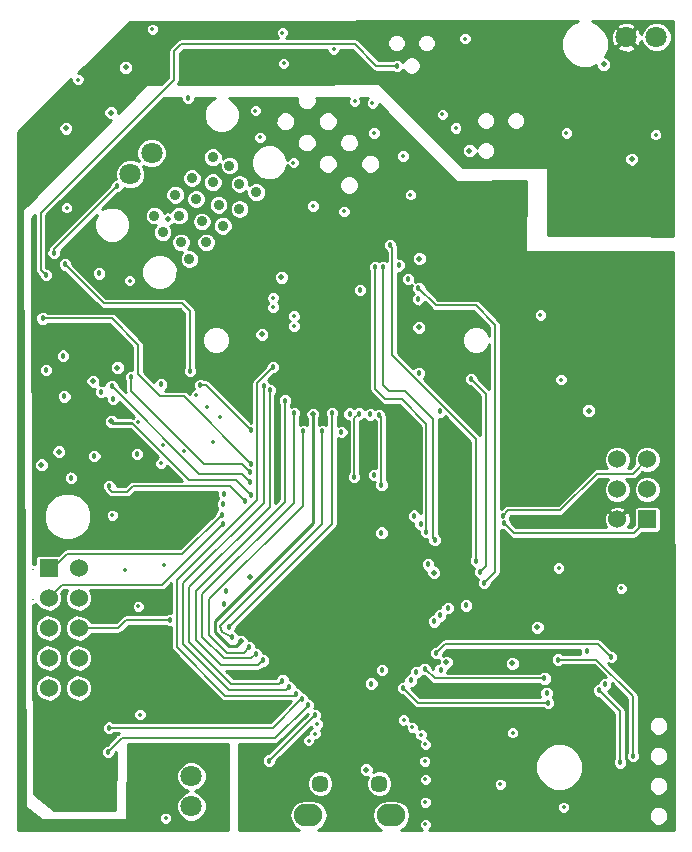
<source format=gbr>
%FSLAX34Y34*%
G04 Gerber Fmt 3.4, Leading zero omitted, Abs format*
G04 (created by PCBNEW (2014-03-19 BZR 4756)-product) date Sat 09 Aug 2014 12:53:28 PM PDT*
%MOIN*%
G01*
G70*
G90*
G04 APERTURE LIST*
%ADD10C,0.005906*%
%ADD11C,0.014000*%
%ADD12O,0.094488X0.074803*%
%ADD13C,0.057087*%
%ADD14C,0.035433*%
%ADD15R,0.060000X0.060000*%
%ADD16C,0.060000*%
%ADD17C,0.070866*%
%ADD18C,0.020000*%
%ADD19C,0.018000*%
%ADD20C,0.008000*%
%ADD21C,0.010000*%
G04 APERTURE END LIST*
G54D10*
G54D11*
X49527Y-33740D03*
G54D12*
X59968Y-58267D03*
X57212Y-58267D03*
G54D13*
X57606Y-57204D03*
X59574Y-57204D03*
G54D14*
X53243Y-39722D03*
X53800Y-39165D03*
X54357Y-38609D03*
X54913Y-38052D03*
X55470Y-37495D03*
X54913Y-37217D03*
X54218Y-37913D03*
X53661Y-38469D03*
X52965Y-39165D03*
X52074Y-38275D03*
X52770Y-37579D03*
X53327Y-37022D03*
X54023Y-36326D03*
X54579Y-36604D03*
X54023Y-37161D03*
X53466Y-37718D03*
X52909Y-38275D03*
X52352Y-38831D03*
G54D15*
X68500Y-48400D03*
G54D16*
X67500Y-48400D03*
X68500Y-47400D03*
X67500Y-47400D03*
X68500Y-46400D03*
X67500Y-46400D03*
G54D15*
X48550Y-50020D03*
G54D16*
X49550Y-50020D03*
X48550Y-51020D03*
X49550Y-51020D03*
X48550Y-52020D03*
X49550Y-52020D03*
X48550Y-53020D03*
X49550Y-53020D03*
X48550Y-54020D03*
X49550Y-54020D03*
G54D17*
X68810Y-32330D03*
X67810Y-32330D03*
X51983Y-36177D03*
X51276Y-36885D03*
X53311Y-57968D03*
X53311Y-56968D03*
G54D11*
X52450Y-58356D03*
X52007Y-32057D03*
X58051Y-32726D03*
X65807Y-35521D03*
X56387Y-33198D03*
X61673Y-34901D03*
X62125Y-35354D03*
X58750Y-34458D03*
X59340Y-34527D03*
X59399Y-35521D03*
X60610Y-37578D03*
X60364Y-36289D03*
X64940Y-41584D03*
X65551Y-50019D03*
X61112Y-58562D03*
X61102Y-57824D03*
X61112Y-57066D03*
X61092Y-56456D03*
X61112Y-55895D03*
X60964Y-55580D03*
X60669Y-55334D03*
X60383Y-55088D03*
X57509Y-55226D03*
X57431Y-55541D03*
X57214Y-55777D03*
X65718Y-57992D03*
X51594Y-54911D03*
X51535Y-51299D03*
X51102Y-50088D03*
X52411Y-49921D03*
X50669Y-48257D03*
X52293Y-46535D03*
X51545Y-45137D03*
X52362Y-45915D03*
X54015Y-45807D03*
X53070Y-46131D03*
X53474Y-44242D03*
X54271Y-44970D03*
X63602Y-57224D03*
X64015Y-55511D03*
X67637Y-50698D03*
X65629Y-43740D03*
X68789Y-35580D03*
X62431Y-32372D03*
X56338Y-32175D03*
X55442Y-34773D03*
X49153Y-38011D03*
X57362Y-37952D03*
X58395Y-38129D03*
X55600Y-35669D03*
X56712Y-36505D03*
X51250Y-40442D03*
G54D18*
X52519Y-38385D03*
X50629Y-34842D03*
X50840Y-43340D03*
X50030Y-43790D03*
X59685Y-35354D03*
X67050Y-33230D03*
X67990Y-36390D03*
X63450Y-37310D03*
X65750Y-45240D03*
X66780Y-48410D03*
X66730Y-52050D03*
X66110Y-52290D03*
X66360Y-55470D03*
X67780Y-58300D03*
X65560Y-54770D03*
X51460Y-42020D03*
X50850Y-42410D03*
X51320Y-46610D03*
X50010Y-45270D03*
X48680Y-54820D03*
X64300Y-39345D03*
X63740Y-40770D03*
X60785Y-36325D03*
X51180Y-53295D03*
X51960Y-53310D03*
X52090Y-52830D03*
X52340Y-47800D03*
X52605Y-50680D03*
X64285Y-52325D03*
X64580Y-34800D03*
X65700Y-34610D03*
X68640Y-37390D03*
X51600Y-58630D03*
X48500Y-36320D03*
X63260Y-32290D03*
X64315Y-34420D03*
X63295Y-33690D03*
X59133Y-56742D03*
X61805Y-53160D03*
X55280Y-50305D03*
X66555Y-44770D03*
X60895Y-42000D03*
X60905Y-39705D03*
X61395Y-50180D03*
X48895Y-46145D03*
X48310Y-46585D03*
X56310Y-40325D03*
X55660Y-42230D03*
X64005Y-53195D03*
X64835Y-51995D03*
G54D19*
X61400Y-51800D03*
X61200Y-49900D03*
X53190Y-34360D03*
G54D18*
X51120Y-33330D03*
X62580Y-36110D03*
X49130Y-35360D03*
G54D19*
X66900Y-54100D03*
X67600Y-56500D03*
X68031Y-56279D03*
X65531Y-53070D03*
X50075Y-46285D03*
X58940Y-40750D03*
X50240Y-40200D03*
X49030Y-42940D03*
X49295Y-47010D03*
X48455Y-43415D03*
X55100Y-47800D03*
X50575Y-47300D03*
X51490Y-46220D03*
X59310Y-53870D03*
X50690Y-44370D03*
X49075Y-44300D03*
X55300Y-47600D03*
G54D18*
X50640Y-45130D03*
G54D19*
X55275Y-46825D03*
X51300Y-43650D03*
X52300Y-43900D03*
X50300Y-44150D03*
X55275Y-47150D03*
X50650Y-43950D03*
G54D11*
X56033Y-41318D03*
X56033Y-41003D03*
X56732Y-41614D03*
X56730Y-41960D03*
G54D19*
X53600Y-43925D03*
X55300Y-45425D03*
X53260Y-43440D03*
X49100Y-39900D03*
X50840Y-37280D03*
X48720Y-39520D03*
X54322Y-48240D03*
X54358Y-48543D03*
X54397Y-47539D03*
X63700Y-48275D03*
X60725Y-48275D03*
X59645Y-48842D03*
X52600Y-51750D03*
X54358Y-47885D03*
X58582Y-44874D03*
X54409Y-51204D03*
X54460Y-50783D03*
X58307Y-45484D03*
X61600Y-51600D03*
X61600Y-44800D03*
G54D11*
X53840Y-44650D03*
G54D19*
X48470Y-40260D03*
X60170Y-33280D03*
X55300Y-46550D03*
X48350Y-41700D03*
X50530Y-56150D03*
X57188Y-54594D03*
X50570Y-55340D03*
X57003Y-54397D03*
X55905Y-56437D03*
X57421Y-54921D03*
X60226Y-39931D03*
X59665Y-53425D03*
X56791Y-54216D03*
X56023Y-43326D03*
X56574Y-53984D03*
X55720Y-43940D03*
X56346Y-53771D03*
X55921Y-44086D03*
X55688Y-53102D03*
X56429Y-44437D03*
X55456Y-52877D03*
X56732Y-44866D03*
X55236Y-52653D03*
X57023Y-45464D03*
G54D18*
X54968Y-52456D03*
X57362Y-44893D03*
G54D19*
X54665Y-52334D03*
X57669Y-45460D03*
X54562Y-51992D03*
X57996Y-44866D03*
X58901Y-44870D03*
X58740Y-46972D03*
X59389Y-46929D03*
X59251Y-44901D03*
X59566Y-44921D03*
X59645Y-47244D03*
X61850Y-51348D03*
X60885Y-43533D03*
X62470Y-51269D03*
X60866Y-41062D03*
X60877Y-40692D03*
X63059Y-50511D03*
X62921Y-50161D03*
X62630Y-43720D03*
X60540Y-40380D03*
X59921Y-39259D03*
X62803Y-49771D03*
X61417Y-49074D03*
X59685Y-39980D03*
X61122Y-48818D03*
X59429Y-39980D03*
X60374Y-54015D03*
X65196Y-54507D03*
X65147Y-54202D03*
X60620Y-53769D03*
X60800Y-53500D03*
X67100Y-53900D03*
X65078Y-53700D03*
X61082Y-53385D03*
X66496Y-52775D03*
X61614Y-53405D03*
X61456Y-52858D03*
X67303Y-52980D03*
X60950Y-48550D03*
X63725Y-48525D03*
G54D20*
X48023Y-50066D02*
X48023Y-50059D01*
X48023Y-51066D02*
X48023Y-51062D01*
X66900Y-54100D02*
X67600Y-54800D01*
X67600Y-54800D02*
X67600Y-56500D01*
X65531Y-53070D02*
X66811Y-53070D01*
X68031Y-54291D02*
X68031Y-56279D01*
X66811Y-53070D02*
X68031Y-54291D01*
X55100Y-47800D02*
X54600Y-47300D01*
X54600Y-47300D02*
X51350Y-47300D01*
X51350Y-47300D02*
X51175Y-47475D01*
X51175Y-47475D02*
X50675Y-47475D01*
X50675Y-47475D02*
X50575Y-47375D01*
X50575Y-47375D02*
X50575Y-47300D01*
X50690Y-44370D02*
X50680Y-44360D01*
X55300Y-47600D02*
X54800Y-47100D01*
X54800Y-47100D02*
X53240Y-47100D01*
X51340Y-45200D02*
X51335Y-45195D01*
X53240Y-47100D02*
X51340Y-45200D01*
G54D21*
X50710Y-45200D02*
X50640Y-45130D01*
X51340Y-45200D02*
X50710Y-45200D01*
G54D20*
X55275Y-46825D02*
X55000Y-46550D01*
X55000Y-46550D02*
X53725Y-46550D01*
X53725Y-46550D02*
X51300Y-44125D01*
X51300Y-44125D02*
X51300Y-43650D01*
X55275Y-47150D02*
X55000Y-46875D01*
X55000Y-46875D02*
X53575Y-46875D01*
X53575Y-46875D02*
X50650Y-43950D01*
X53800Y-43925D02*
X53600Y-43925D01*
X55300Y-45425D02*
X53800Y-43925D01*
X53260Y-41460D02*
X53260Y-43440D01*
X53000Y-41200D02*
X53260Y-41460D01*
X50400Y-41200D02*
X53000Y-41200D01*
X49100Y-39900D02*
X50400Y-41200D01*
X50840Y-37280D02*
X48720Y-39400D01*
X48720Y-39400D02*
X48720Y-39520D01*
X48700Y-50020D02*
X49160Y-49559D01*
X49160Y-49559D02*
X53003Y-49559D01*
X54322Y-48240D02*
X53003Y-49559D01*
X48550Y-50020D02*
X48700Y-50020D01*
X48999Y-50570D02*
X48550Y-51020D01*
X54358Y-48543D02*
X52330Y-50570D01*
X52330Y-50570D02*
X48999Y-50570D01*
X68025Y-46875D02*
X68500Y-46400D01*
X66825Y-46875D02*
X68025Y-46875D01*
X65600Y-48100D02*
X66825Y-46875D01*
X63875Y-48100D02*
X65600Y-48100D01*
X63700Y-48275D02*
X63875Y-48100D01*
X49500Y-51775D02*
X49525Y-51750D01*
X50870Y-52020D02*
X51140Y-51750D01*
X51140Y-51750D02*
X52600Y-51750D01*
X49550Y-52020D02*
X50870Y-52020D01*
X48470Y-40260D02*
X48440Y-40230D01*
X48450Y-40260D02*
X48470Y-40260D01*
X52970Y-32550D02*
X58750Y-32550D01*
X52730Y-32790D02*
X52970Y-32550D01*
X52730Y-33750D02*
X52730Y-32790D01*
X48290Y-38190D02*
X52730Y-33750D01*
X48290Y-40100D02*
X48290Y-38190D01*
X48450Y-40260D02*
X48290Y-40100D01*
X59480Y-33280D02*
X60170Y-33280D01*
X58750Y-32550D02*
X59480Y-33280D01*
X53050Y-44300D02*
X52450Y-44300D01*
X55300Y-46550D02*
X53050Y-44300D01*
X52450Y-44300D02*
X52275Y-44300D01*
X52275Y-44300D02*
X51525Y-43550D01*
X51525Y-43550D02*
X51525Y-42575D01*
X51525Y-42575D02*
X50650Y-41700D01*
X50650Y-41700D02*
X48350Y-41700D01*
X57188Y-54611D02*
X56110Y-55690D01*
X56110Y-55690D02*
X50990Y-55690D01*
X50990Y-55690D02*
X50530Y-56150D01*
X57188Y-54594D02*
X57188Y-54611D01*
X56962Y-54397D02*
X56020Y-55340D01*
X56020Y-55340D02*
X50570Y-55340D01*
X57003Y-54397D02*
X56962Y-54397D01*
X55905Y-56437D02*
X57421Y-54921D01*
X56791Y-54216D02*
X56728Y-54279D01*
X56728Y-54279D02*
X54444Y-54279D01*
X54444Y-54279D02*
X52830Y-52665D01*
X52830Y-52665D02*
X52830Y-50409D01*
X52830Y-50409D02*
X55503Y-47736D01*
X55503Y-47736D02*
X55503Y-43846D01*
X55503Y-43846D02*
X56023Y-43326D01*
X56574Y-53984D02*
X56464Y-54094D01*
X56464Y-54094D02*
X54574Y-54094D01*
X54574Y-54094D02*
X53035Y-52555D01*
X53035Y-52555D02*
X53035Y-50535D01*
X53035Y-50535D02*
X55720Y-47850D01*
X55720Y-47850D02*
X55720Y-43940D01*
X56346Y-53771D02*
X56232Y-53885D01*
X56232Y-53885D02*
X54637Y-53885D01*
X54637Y-53885D02*
X53236Y-52484D01*
X53236Y-52484D02*
X53236Y-50665D01*
X53236Y-50665D02*
X55921Y-47980D01*
X55921Y-47980D02*
X55921Y-44086D01*
X55688Y-53102D02*
X55539Y-53251D01*
X55539Y-53251D02*
X54287Y-53251D01*
X54287Y-53251D02*
X53464Y-52429D01*
X53464Y-52429D02*
X53464Y-50771D01*
X53464Y-50771D02*
X56429Y-47807D01*
X56429Y-47807D02*
X56429Y-44437D01*
X55456Y-52877D02*
X55303Y-53031D01*
X55303Y-53031D02*
X54401Y-53031D01*
X54401Y-53031D02*
X53677Y-52307D01*
X53677Y-52307D02*
X53677Y-50901D01*
X53677Y-50901D02*
X56732Y-47846D01*
X56732Y-47846D02*
X56732Y-44866D01*
X55236Y-52653D02*
X55051Y-52838D01*
X55051Y-52838D02*
X54488Y-52838D01*
X54488Y-52838D02*
X53905Y-52255D01*
X53905Y-52255D02*
X53905Y-51055D01*
X53905Y-51055D02*
X57023Y-47937D01*
X57023Y-47937D02*
X57023Y-45464D01*
G54D21*
X54968Y-52456D02*
X54807Y-52618D01*
X54807Y-52618D02*
X54559Y-52618D01*
X54559Y-52618D02*
X54094Y-52153D01*
X54094Y-52153D02*
X54094Y-51799D01*
X54094Y-51799D02*
X57362Y-48531D01*
X57362Y-48531D02*
X57362Y-44893D01*
G54D20*
X54665Y-52334D02*
X54346Y-52145D01*
X54346Y-52145D02*
X54263Y-51952D01*
X54263Y-51952D02*
X57669Y-48547D01*
X57669Y-48547D02*
X57669Y-45460D01*
X54562Y-51992D02*
X57996Y-48559D01*
X57996Y-48559D02*
X57996Y-44866D01*
X58901Y-44870D02*
X58740Y-45031D01*
X58740Y-45031D02*
X58740Y-46972D01*
X59566Y-44921D02*
X59645Y-45000D01*
X59645Y-45000D02*
X59645Y-47244D01*
X60877Y-40692D02*
X61448Y-41263D01*
X61448Y-41263D02*
X62787Y-41263D01*
X62787Y-41263D02*
X63429Y-41905D01*
X63429Y-41905D02*
X63429Y-50141D01*
X63429Y-50141D02*
X63059Y-50511D01*
X62921Y-50161D02*
X63118Y-49964D01*
X63118Y-45270D02*
X63118Y-45232D01*
X63118Y-49964D02*
X63118Y-45270D01*
X63118Y-44208D02*
X62630Y-43720D01*
X63118Y-45270D02*
X63118Y-44208D01*
X59921Y-39259D02*
X60007Y-39346D01*
X60007Y-39346D02*
X60007Y-42929D01*
X60007Y-42929D02*
X62803Y-45724D01*
X62803Y-45724D02*
X62803Y-49771D01*
X61417Y-49074D02*
X61377Y-49035D01*
X61377Y-49035D02*
X61377Y-45059D01*
X61377Y-45059D02*
X60442Y-44124D01*
X60442Y-44124D02*
X59901Y-44124D01*
X59901Y-44124D02*
X59685Y-43907D01*
X59685Y-43907D02*
X59685Y-39980D01*
X61122Y-48818D02*
X61141Y-48799D01*
X61141Y-48799D02*
X61141Y-45226D01*
X61141Y-45226D02*
X60314Y-44399D01*
X60314Y-44399D02*
X59773Y-44399D01*
X59773Y-44399D02*
X59429Y-44055D01*
X59429Y-44055D02*
X59429Y-39980D01*
X60374Y-54015D02*
X60866Y-54507D01*
X60866Y-54507D02*
X65196Y-54507D01*
X65078Y-53700D02*
X61417Y-53700D01*
X61417Y-53700D02*
X61102Y-53385D01*
X61102Y-53385D02*
X61082Y-53385D01*
X61456Y-52858D02*
X61763Y-52551D01*
X61763Y-52551D02*
X66874Y-52551D01*
X66874Y-52551D02*
X67303Y-52980D01*
X68050Y-48850D02*
X68500Y-48400D01*
X68025Y-48850D02*
X68050Y-48850D01*
X64050Y-48850D02*
X68025Y-48850D01*
X63725Y-48525D02*
X64050Y-48850D01*
G54D10*
G36*
X56621Y-54469D02*
X55941Y-55150D01*
X51814Y-55150D01*
X51814Y-54867D01*
X51781Y-54786D01*
X51719Y-54725D01*
X51638Y-54691D01*
X51550Y-54691D01*
X51470Y-54724D01*
X51408Y-54786D01*
X51374Y-54867D01*
X51374Y-54954D01*
X51407Y-55035D01*
X51469Y-55097D01*
X51550Y-55131D01*
X51638Y-55131D01*
X51718Y-55098D01*
X51780Y-55036D01*
X51814Y-54955D01*
X51814Y-54867D01*
X51814Y-55150D01*
X50719Y-55150D01*
X50706Y-55136D01*
X50617Y-55100D01*
X50522Y-55099D01*
X50434Y-55136D01*
X50366Y-55203D01*
X50330Y-55292D01*
X50329Y-55387D01*
X50366Y-55475D01*
X50433Y-55543D01*
X50522Y-55579D01*
X50617Y-55580D01*
X50705Y-55543D01*
X50719Y-55530D01*
X50894Y-55530D01*
X50864Y-55549D01*
X50811Y-55550D01*
X50809Y-55601D01*
X50501Y-55909D01*
X50482Y-55909D01*
X50394Y-55946D01*
X50326Y-56013D01*
X50290Y-56102D01*
X50289Y-56197D01*
X50326Y-56285D01*
X50393Y-56353D01*
X50482Y-56389D01*
X50577Y-56390D01*
X50665Y-56353D01*
X50733Y-56286D01*
X50769Y-56197D01*
X50769Y-56178D01*
X50796Y-56151D01*
X50751Y-58070D01*
X50000Y-58070D01*
X50000Y-53930D01*
X50000Y-52930D01*
X49931Y-52765D01*
X49805Y-52638D01*
X49639Y-52570D01*
X49460Y-52569D01*
X49295Y-52638D01*
X49168Y-52764D01*
X49100Y-52930D01*
X49099Y-53109D01*
X49168Y-53274D01*
X49294Y-53401D01*
X49460Y-53469D01*
X49639Y-53470D01*
X49804Y-53401D01*
X49931Y-53275D01*
X49999Y-53109D01*
X50000Y-52930D01*
X50000Y-53930D01*
X49931Y-53765D01*
X49805Y-53638D01*
X49639Y-53570D01*
X49460Y-53569D01*
X49295Y-53638D01*
X49168Y-53764D01*
X49100Y-53930D01*
X49099Y-54109D01*
X49168Y-54274D01*
X49294Y-54401D01*
X49460Y-54469D01*
X49639Y-54470D01*
X49804Y-54401D01*
X49931Y-54275D01*
X49999Y-54109D01*
X50000Y-53930D01*
X50000Y-58070D01*
X49000Y-58070D01*
X49000Y-53930D01*
X49000Y-52930D01*
X49000Y-51930D01*
X48931Y-51765D01*
X48805Y-51638D01*
X48639Y-51570D01*
X48460Y-51569D01*
X48295Y-51638D01*
X48168Y-51764D01*
X48100Y-51930D01*
X48099Y-52109D01*
X48168Y-52274D01*
X48294Y-52401D01*
X48460Y-52469D01*
X48639Y-52470D01*
X48804Y-52401D01*
X48931Y-52275D01*
X48999Y-52109D01*
X49000Y-51930D01*
X49000Y-52930D01*
X48931Y-52765D01*
X48805Y-52638D01*
X48639Y-52570D01*
X48460Y-52569D01*
X48295Y-52638D01*
X48168Y-52764D01*
X48100Y-52930D01*
X48099Y-53109D01*
X48168Y-53274D01*
X48294Y-53401D01*
X48460Y-53469D01*
X48639Y-53470D01*
X48804Y-53401D01*
X48931Y-53275D01*
X48999Y-53109D01*
X49000Y-52930D01*
X49000Y-53930D01*
X48931Y-53765D01*
X48805Y-53638D01*
X48639Y-53570D01*
X48460Y-53569D01*
X48295Y-53638D01*
X48168Y-53764D01*
X48100Y-53930D01*
X48099Y-54109D01*
X48168Y-54274D01*
X48294Y-54401D01*
X48460Y-54469D01*
X48639Y-54470D01*
X48804Y-54401D01*
X48931Y-54275D01*
X48999Y-54109D01*
X49000Y-53930D01*
X49000Y-58070D01*
X48717Y-58070D01*
X48059Y-57555D01*
X48043Y-51252D01*
X48096Y-51242D01*
X48142Y-51211D01*
X48168Y-51274D01*
X48294Y-51401D01*
X48460Y-51469D01*
X48639Y-51470D01*
X48804Y-51401D01*
X48931Y-51275D01*
X48999Y-51109D01*
X49000Y-50930D01*
X48973Y-50865D01*
X49077Y-50760D01*
X49172Y-50760D01*
X49168Y-50764D01*
X49100Y-50930D01*
X49099Y-51109D01*
X49168Y-51274D01*
X49294Y-51401D01*
X49460Y-51469D01*
X49639Y-51470D01*
X49804Y-51401D01*
X49931Y-51275D01*
X49999Y-51109D01*
X50000Y-50930D01*
X49931Y-50765D01*
X49927Y-50760D01*
X52330Y-50760D01*
X52403Y-50746D01*
X52465Y-50705D01*
X52640Y-50529D01*
X52640Y-51510D01*
X52552Y-51509D01*
X52464Y-51546D01*
X52450Y-51560D01*
X51755Y-51560D01*
X51755Y-51255D01*
X51722Y-51174D01*
X51660Y-51112D01*
X51579Y-51079D01*
X51491Y-51079D01*
X51410Y-51112D01*
X51349Y-51174D01*
X51315Y-51255D01*
X51315Y-51342D01*
X51348Y-51423D01*
X51410Y-51485D01*
X51491Y-51519D01*
X51579Y-51519D01*
X51659Y-51485D01*
X51721Y-51423D01*
X51755Y-51343D01*
X51755Y-51255D01*
X51755Y-51560D01*
X51140Y-51560D01*
X51140Y-51559D01*
X51067Y-51574D01*
X51005Y-51615D01*
X51005Y-51615D01*
X50791Y-51830D01*
X49958Y-51830D01*
X49931Y-51765D01*
X49805Y-51638D01*
X49639Y-51570D01*
X49575Y-51570D01*
X49525Y-51559D01*
X49475Y-51569D01*
X49460Y-51569D01*
X49295Y-51638D01*
X49168Y-51764D01*
X49100Y-51930D01*
X49099Y-52109D01*
X49168Y-52274D01*
X49294Y-52401D01*
X49460Y-52469D01*
X49639Y-52470D01*
X49804Y-52401D01*
X49931Y-52275D01*
X49958Y-52210D01*
X50870Y-52210D01*
X50942Y-52195D01*
X51004Y-52154D01*
X51218Y-51940D01*
X52450Y-51940D01*
X52463Y-51953D01*
X52552Y-51989D01*
X52640Y-51990D01*
X52640Y-52665D01*
X52655Y-52738D01*
X52696Y-52799D01*
X54310Y-54413D01*
X54310Y-54413D01*
X54310Y-54413D01*
X54372Y-54455D01*
X54444Y-54469D01*
X54444Y-54469D01*
X54444Y-54469D01*
X56621Y-54469D01*
X56621Y-54469D01*
G37*
G54D21*
X56621Y-54469D02*
X55941Y-55150D01*
X51814Y-55150D01*
X51814Y-54867D01*
X51781Y-54786D01*
X51719Y-54725D01*
X51638Y-54691D01*
X51550Y-54691D01*
X51470Y-54724D01*
X51408Y-54786D01*
X51374Y-54867D01*
X51374Y-54954D01*
X51407Y-55035D01*
X51469Y-55097D01*
X51550Y-55131D01*
X51638Y-55131D01*
X51718Y-55098D01*
X51780Y-55036D01*
X51814Y-54955D01*
X51814Y-54867D01*
X51814Y-55150D01*
X50719Y-55150D01*
X50706Y-55136D01*
X50617Y-55100D01*
X50522Y-55099D01*
X50434Y-55136D01*
X50366Y-55203D01*
X50330Y-55292D01*
X50329Y-55387D01*
X50366Y-55475D01*
X50433Y-55543D01*
X50522Y-55579D01*
X50617Y-55580D01*
X50705Y-55543D01*
X50719Y-55530D01*
X50894Y-55530D01*
X50864Y-55549D01*
X50811Y-55550D01*
X50809Y-55601D01*
X50501Y-55909D01*
X50482Y-55909D01*
X50394Y-55946D01*
X50326Y-56013D01*
X50290Y-56102D01*
X50289Y-56197D01*
X50326Y-56285D01*
X50393Y-56353D01*
X50482Y-56389D01*
X50577Y-56390D01*
X50665Y-56353D01*
X50733Y-56286D01*
X50769Y-56197D01*
X50769Y-56178D01*
X50796Y-56151D01*
X50751Y-58070D01*
X50000Y-58070D01*
X50000Y-53930D01*
X50000Y-52930D01*
X49931Y-52765D01*
X49805Y-52638D01*
X49639Y-52570D01*
X49460Y-52569D01*
X49295Y-52638D01*
X49168Y-52764D01*
X49100Y-52930D01*
X49099Y-53109D01*
X49168Y-53274D01*
X49294Y-53401D01*
X49460Y-53469D01*
X49639Y-53470D01*
X49804Y-53401D01*
X49931Y-53275D01*
X49999Y-53109D01*
X50000Y-52930D01*
X50000Y-53930D01*
X49931Y-53765D01*
X49805Y-53638D01*
X49639Y-53570D01*
X49460Y-53569D01*
X49295Y-53638D01*
X49168Y-53764D01*
X49100Y-53930D01*
X49099Y-54109D01*
X49168Y-54274D01*
X49294Y-54401D01*
X49460Y-54469D01*
X49639Y-54470D01*
X49804Y-54401D01*
X49931Y-54275D01*
X49999Y-54109D01*
X50000Y-53930D01*
X50000Y-58070D01*
X49000Y-58070D01*
X49000Y-53930D01*
X49000Y-52930D01*
X49000Y-51930D01*
X48931Y-51765D01*
X48805Y-51638D01*
X48639Y-51570D01*
X48460Y-51569D01*
X48295Y-51638D01*
X48168Y-51764D01*
X48100Y-51930D01*
X48099Y-52109D01*
X48168Y-52274D01*
X48294Y-52401D01*
X48460Y-52469D01*
X48639Y-52470D01*
X48804Y-52401D01*
X48931Y-52275D01*
X48999Y-52109D01*
X49000Y-51930D01*
X49000Y-52930D01*
X48931Y-52765D01*
X48805Y-52638D01*
X48639Y-52570D01*
X48460Y-52569D01*
X48295Y-52638D01*
X48168Y-52764D01*
X48100Y-52930D01*
X48099Y-53109D01*
X48168Y-53274D01*
X48294Y-53401D01*
X48460Y-53469D01*
X48639Y-53470D01*
X48804Y-53401D01*
X48931Y-53275D01*
X48999Y-53109D01*
X49000Y-52930D01*
X49000Y-53930D01*
X48931Y-53765D01*
X48805Y-53638D01*
X48639Y-53570D01*
X48460Y-53569D01*
X48295Y-53638D01*
X48168Y-53764D01*
X48100Y-53930D01*
X48099Y-54109D01*
X48168Y-54274D01*
X48294Y-54401D01*
X48460Y-54469D01*
X48639Y-54470D01*
X48804Y-54401D01*
X48931Y-54275D01*
X48999Y-54109D01*
X49000Y-53930D01*
X49000Y-58070D01*
X48717Y-58070D01*
X48059Y-57555D01*
X48043Y-51252D01*
X48096Y-51242D01*
X48142Y-51211D01*
X48168Y-51274D01*
X48294Y-51401D01*
X48460Y-51469D01*
X48639Y-51470D01*
X48804Y-51401D01*
X48931Y-51275D01*
X48999Y-51109D01*
X49000Y-50930D01*
X48973Y-50865D01*
X49077Y-50760D01*
X49172Y-50760D01*
X49168Y-50764D01*
X49100Y-50930D01*
X49099Y-51109D01*
X49168Y-51274D01*
X49294Y-51401D01*
X49460Y-51469D01*
X49639Y-51470D01*
X49804Y-51401D01*
X49931Y-51275D01*
X49999Y-51109D01*
X50000Y-50930D01*
X49931Y-50765D01*
X49927Y-50760D01*
X52330Y-50760D01*
X52403Y-50746D01*
X52465Y-50705D01*
X52640Y-50529D01*
X52640Y-51510D01*
X52552Y-51509D01*
X52464Y-51546D01*
X52450Y-51560D01*
X51755Y-51560D01*
X51755Y-51255D01*
X51722Y-51174D01*
X51660Y-51112D01*
X51579Y-51079D01*
X51491Y-51079D01*
X51410Y-51112D01*
X51349Y-51174D01*
X51315Y-51255D01*
X51315Y-51342D01*
X51348Y-51423D01*
X51410Y-51485D01*
X51491Y-51519D01*
X51579Y-51519D01*
X51659Y-51485D01*
X51721Y-51423D01*
X51755Y-51343D01*
X51755Y-51255D01*
X51755Y-51560D01*
X51140Y-51560D01*
X51140Y-51559D01*
X51067Y-51574D01*
X51005Y-51615D01*
X51005Y-51615D01*
X50791Y-51830D01*
X49958Y-51830D01*
X49931Y-51765D01*
X49805Y-51638D01*
X49639Y-51570D01*
X49575Y-51570D01*
X49525Y-51559D01*
X49475Y-51569D01*
X49460Y-51569D01*
X49295Y-51638D01*
X49168Y-51764D01*
X49100Y-51930D01*
X49099Y-52109D01*
X49168Y-52274D01*
X49294Y-52401D01*
X49460Y-52469D01*
X49639Y-52470D01*
X49804Y-52401D01*
X49931Y-52275D01*
X49958Y-52210D01*
X50870Y-52210D01*
X50942Y-52195D01*
X51004Y-52154D01*
X51218Y-51940D01*
X52450Y-51940D01*
X52463Y-51953D01*
X52552Y-51989D01*
X52640Y-51990D01*
X52640Y-52665D01*
X52655Y-52738D01*
X52696Y-52799D01*
X54310Y-54413D01*
X54310Y-54413D01*
X54310Y-54413D01*
X54372Y-54455D01*
X54444Y-54469D01*
X54444Y-54469D01*
X54444Y-54469D01*
X56621Y-54469D01*
G54D10*
G36*
X69409Y-58749D02*
X69208Y-58749D01*
X69208Y-58216D01*
X69208Y-57216D01*
X69208Y-56216D01*
X69208Y-55216D01*
X69157Y-55094D01*
X69065Y-55001D01*
X68950Y-54954D01*
X68950Y-47310D01*
X68950Y-46310D01*
X68881Y-46145D01*
X68755Y-46018D01*
X68589Y-45950D01*
X68410Y-45949D01*
X68245Y-46018D01*
X68118Y-46144D01*
X68050Y-46310D01*
X68049Y-46489D01*
X68076Y-46554D01*
X67946Y-46685D01*
X67851Y-46685D01*
X67881Y-46655D01*
X67949Y-46489D01*
X67950Y-46310D01*
X67881Y-46145D01*
X67755Y-46018D01*
X67589Y-45950D01*
X67410Y-45949D01*
X67245Y-46018D01*
X67118Y-46144D01*
X67050Y-46310D01*
X67049Y-46489D01*
X67118Y-46654D01*
X67148Y-46685D01*
X66825Y-46685D01*
X66805Y-46688D01*
X66805Y-44720D01*
X66767Y-44628D01*
X66696Y-44558D01*
X66604Y-44520D01*
X66505Y-44519D01*
X66413Y-44557D01*
X66343Y-44628D01*
X66305Y-44720D01*
X66304Y-44819D01*
X66342Y-44911D01*
X66413Y-44981D01*
X66505Y-45019D01*
X66604Y-45020D01*
X66696Y-44982D01*
X66766Y-44911D01*
X66804Y-44819D01*
X66805Y-44720D01*
X66805Y-46688D01*
X66752Y-46699D01*
X66690Y-46740D01*
X66690Y-46740D01*
X65849Y-47581D01*
X65849Y-43696D01*
X65816Y-43615D01*
X65754Y-43553D01*
X65673Y-43520D01*
X65586Y-43520D01*
X65505Y-43553D01*
X65443Y-43615D01*
X65409Y-43696D01*
X65409Y-43783D01*
X65443Y-43864D01*
X65505Y-43926D01*
X65585Y-43960D01*
X65673Y-43960D01*
X65754Y-43926D01*
X65816Y-43864D01*
X65849Y-43784D01*
X65849Y-43696D01*
X65849Y-47581D01*
X65521Y-47910D01*
X65160Y-47910D01*
X65160Y-41541D01*
X65127Y-41460D01*
X65065Y-41398D01*
X64984Y-41364D01*
X64897Y-41364D01*
X64816Y-41398D01*
X64754Y-41459D01*
X64720Y-41540D01*
X64720Y-41628D01*
X64754Y-41709D01*
X64816Y-41771D01*
X64896Y-41804D01*
X64984Y-41804D01*
X65065Y-41771D01*
X65127Y-41709D01*
X65160Y-41628D01*
X65160Y-41541D01*
X65160Y-47910D01*
X63875Y-47910D01*
X63802Y-47924D01*
X63740Y-47965D01*
X63671Y-48034D01*
X63652Y-48034D01*
X63619Y-48048D01*
X63619Y-41905D01*
X63604Y-41832D01*
X63563Y-41771D01*
X62921Y-41129D01*
X62860Y-41088D01*
X62787Y-41073D01*
X61527Y-41073D01*
X61155Y-40701D01*
X61155Y-39655D01*
X61117Y-39563D01*
X61046Y-39493D01*
X60954Y-39455D01*
X60855Y-39454D01*
X60830Y-39465D01*
X60830Y-37535D01*
X60796Y-37454D01*
X60735Y-37392D01*
X60654Y-37358D01*
X60584Y-37358D01*
X60584Y-36245D01*
X60550Y-36164D01*
X60488Y-36102D01*
X60408Y-36069D01*
X60320Y-36069D01*
X60239Y-36102D01*
X60177Y-36164D01*
X60144Y-36245D01*
X60144Y-36332D01*
X60177Y-36413D01*
X60239Y-36475D01*
X60320Y-36509D01*
X60407Y-36509D01*
X60488Y-36475D01*
X60550Y-36414D01*
X60584Y-36333D01*
X60584Y-36245D01*
X60584Y-37358D01*
X60566Y-37358D01*
X60485Y-37392D01*
X60423Y-37453D01*
X60390Y-37534D01*
X60390Y-37622D01*
X60423Y-37703D01*
X60485Y-37765D01*
X60566Y-37798D01*
X60653Y-37798D01*
X60734Y-37765D01*
X60796Y-37703D01*
X60830Y-37622D01*
X60830Y-37535D01*
X60830Y-39465D01*
X60763Y-39492D01*
X60693Y-39563D01*
X60655Y-39655D01*
X60654Y-39754D01*
X60692Y-39846D01*
X60763Y-39916D01*
X60855Y-39954D01*
X60954Y-39955D01*
X61046Y-39917D01*
X61116Y-39846D01*
X61154Y-39754D01*
X61155Y-39655D01*
X61155Y-40701D01*
X61117Y-40664D01*
X61117Y-40645D01*
X61081Y-40557D01*
X61014Y-40489D01*
X60925Y-40452D01*
X60830Y-40452D01*
X60757Y-40483D01*
X60779Y-40427D01*
X60780Y-40332D01*
X60743Y-40244D01*
X60676Y-40176D01*
X60587Y-40140D01*
X60492Y-40139D01*
X60404Y-40176D01*
X60336Y-40243D01*
X60300Y-40332D01*
X60299Y-40427D01*
X60336Y-40515D01*
X60403Y-40583D01*
X60492Y-40619D01*
X60587Y-40620D01*
X60660Y-40589D01*
X60637Y-40644D01*
X60637Y-40740D01*
X60674Y-40828D01*
X60717Y-40872D01*
X60662Y-40926D01*
X60626Y-41015D01*
X60626Y-41110D01*
X60662Y-41198D01*
X60730Y-41266D01*
X60818Y-41302D01*
X60913Y-41303D01*
X61001Y-41266D01*
X61069Y-41199D01*
X61082Y-41166D01*
X61314Y-41398D01*
X61314Y-41398D01*
X61314Y-41398D01*
X61376Y-41439D01*
X61448Y-41453D01*
X61448Y-41453D01*
X61448Y-41453D01*
X62708Y-41453D01*
X63239Y-41984D01*
X63239Y-42277D01*
X63189Y-42158D01*
X63058Y-42027D01*
X62888Y-41956D01*
X62703Y-41956D01*
X62532Y-42026D01*
X62401Y-42157D01*
X62330Y-42328D01*
X62330Y-42513D01*
X62400Y-42684D01*
X62531Y-42815D01*
X62702Y-42886D01*
X62887Y-42886D01*
X63058Y-42815D01*
X63189Y-42684D01*
X63239Y-42564D01*
X63239Y-44060D01*
X62870Y-43691D01*
X62870Y-43672D01*
X62833Y-43584D01*
X62766Y-43516D01*
X62677Y-43480D01*
X62582Y-43479D01*
X62494Y-43516D01*
X62426Y-43583D01*
X62390Y-43672D01*
X62389Y-43767D01*
X62426Y-43855D01*
X62493Y-43923D01*
X62582Y-43959D01*
X62601Y-43959D01*
X62928Y-44286D01*
X62928Y-45232D01*
X62928Y-45270D01*
X62928Y-45580D01*
X61145Y-43797D01*
X61145Y-41950D01*
X61107Y-41858D01*
X61036Y-41788D01*
X60944Y-41750D01*
X60845Y-41749D01*
X60753Y-41787D01*
X60683Y-41858D01*
X60645Y-41950D01*
X60644Y-42049D01*
X60682Y-42141D01*
X60753Y-42211D01*
X60845Y-42249D01*
X60944Y-42250D01*
X61036Y-42212D01*
X61106Y-42141D01*
X61144Y-42049D01*
X61145Y-41950D01*
X61145Y-43797D01*
X61053Y-43705D01*
X61089Y-43669D01*
X61125Y-43581D01*
X61125Y-43485D01*
X61089Y-43397D01*
X61021Y-43330D01*
X60933Y-43293D01*
X60838Y-43293D01*
X60750Y-43329D01*
X60713Y-43366D01*
X60197Y-42850D01*
X60197Y-40171D01*
X60273Y-40171D01*
X60362Y-40134D01*
X60429Y-40067D01*
X60466Y-39979D01*
X60466Y-39883D01*
X60429Y-39795D01*
X60362Y-39727D01*
X60274Y-39691D01*
X60197Y-39691D01*
X60197Y-39346D01*
X60183Y-39273D01*
X60161Y-39240D01*
X60161Y-39212D01*
X60124Y-39124D01*
X60057Y-39056D01*
X59969Y-39019D01*
X59873Y-39019D01*
X59785Y-39056D01*
X59717Y-39123D01*
X59681Y-39211D01*
X59681Y-39307D01*
X59717Y-39395D01*
X59785Y-39463D01*
X59817Y-39476D01*
X59817Y-39775D01*
X59732Y-39740D01*
X59637Y-39740D01*
X59619Y-39747D01*
X59619Y-35478D01*
X59586Y-35397D01*
X59524Y-35335D01*
X59443Y-35301D01*
X59356Y-35301D01*
X59275Y-35335D01*
X59213Y-35396D01*
X59179Y-35477D01*
X59179Y-35565D01*
X59212Y-35646D01*
X59274Y-35708D01*
X59355Y-35741D01*
X59443Y-35741D01*
X59524Y-35708D01*
X59586Y-35646D01*
X59619Y-35565D01*
X59619Y-35478D01*
X59619Y-39747D01*
X59602Y-39754D01*
X59602Y-36480D01*
X59552Y-36359D01*
X59459Y-36266D01*
X59338Y-36215D01*
X59207Y-36215D01*
X59085Y-36265D01*
X58992Y-36358D01*
X58942Y-36479D01*
X58942Y-36611D01*
X58992Y-36732D01*
X59085Y-36825D01*
X59206Y-36875D01*
X59337Y-36875D01*
X59459Y-36825D01*
X59552Y-36732D01*
X59602Y-36611D01*
X59602Y-36480D01*
X59602Y-39754D01*
X59556Y-39773D01*
X59477Y-39740D01*
X59381Y-39740D01*
X59293Y-39776D01*
X59225Y-39844D01*
X59189Y-39932D01*
X59189Y-40027D01*
X59225Y-40116D01*
X59239Y-40129D01*
X59239Y-44055D01*
X59253Y-44127D01*
X59294Y-44189D01*
X59639Y-44533D01*
X59700Y-44575D01*
X59773Y-44589D01*
X60236Y-44589D01*
X60951Y-45305D01*
X60951Y-48195D01*
X60928Y-48139D01*
X60861Y-48071D01*
X60772Y-48035D01*
X60677Y-48034D01*
X60589Y-48071D01*
X60521Y-48138D01*
X60485Y-48227D01*
X60484Y-48322D01*
X60521Y-48410D01*
X60588Y-48478D01*
X60677Y-48514D01*
X60710Y-48514D01*
X60709Y-48597D01*
X60746Y-48685D01*
X60813Y-48753D01*
X60882Y-48781D01*
X60882Y-48866D01*
X60918Y-48954D01*
X60985Y-49022D01*
X61074Y-49058D01*
X61169Y-49058D01*
X61177Y-49055D01*
X61177Y-49122D01*
X61213Y-49210D01*
X61281Y-49278D01*
X61369Y-49314D01*
X61464Y-49314D01*
X61553Y-49278D01*
X61620Y-49210D01*
X61657Y-49122D01*
X61657Y-49027D01*
X61620Y-48939D01*
X61567Y-48885D01*
X61567Y-45059D01*
X61564Y-45039D01*
X61647Y-45040D01*
X61735Y-45003D01*
X61774Y-44964D01*
X62613Y-45803D01*
X62613Y-49622D01*
X62599Y-49635D01*
X62563Y-49723D01*
X62563Y-49819D01*
X62599Y-49907D01*
X62667Y-49974D01*
X62738Y-50004D01*
X62717Y-50025D01*
X62681Y-50113D01*
X62681Y-50208D01*
X62717Y-50297D01*
X62785Y-50364D01*
X62849Y-50391D01*
X62819Y-50463D01*
X62819Y-50559D01*
X62855Y-50647D01*
X62922Y-50715D01*
X63011Y-50751D01*
X63106Y-50751D01*
X63194Y-50715D01*
X63262Y-50647D01*
X63299Y-50559D01*
X63299Y-50540D01*
X63563Y-50276D01*
X63604Y-50214D01*
X63619Y-50141D01*
X63619Y-50141D01*
X63619Y-50141D01*
X63619Y-48740D01*
X63677Y-48764D01*
X63696Y-48764D01*
X63915Y-48984D01*
X63977Y-49025D01*
X64050Y-49040D01*
X68025Y-49040D01*
X68050Y-49040D01*
X68122Y-49025D01*
X68184Y-48984D01*
X68318Y-48850D01*
X68829Y-48850D01*
X68884Y-48827D01*
X68927Y-48784D01*
X68950Y-48729D01*
X68950Y-48670D01*
X68950Y-48070D01*
X68927Y-48015D01*
X68884Y-47972D01*
X68829Y-47950D01*
X68770Y-47950D01*
X68170Y-47950D01*
X68115Y-47972D01*
X68072Y-48015D01*
X68050Y-48070D01*
X68050Y-48129D01*
X68050Y-48581D01*
X67971Y-48660D01*
X67877Y-48660D01*
X67948Y-48497D01*
X67951Y-48318D01*
X67885Y-48151D01*
X67876Y-48138D01*
X67804Y-48109D01*
X67790Y-48123D01*
X67790Y-48095D01*
X67761Y-48023D01*
X67597Y-47951D01*
X67418Y-47948D01*
X67251Y-48014D01*
X67238Y-48023D01*
X67209Y-48095D01*
X67500Y-48385D01*
X67790Y-48095D01*
X67790Y-48123D01*
X67514Y-48400D01*
X67519Y-48405D01*
X67505Y-48419D01*
X67500Y-48414D01*
X67494Y-48419D01*
X67480Y-48405D01*
X67485Y-48400D01*
X67195Y-48109D01*
X67123Y-48138D01*
X67051Y-48302D01*
X67048Y-48481D01*
X67114Y-48648D01*
X67121Y-48660D01*
X64128Y-48660D01*
X63965Y-48496D01*
X63965Y-48477D01*
X63928Y-48389D01*
X63917Y-48377D01*
X63939Y-48322D01*
X63939Y-48303D01*
X63953Y-48290D01*
X65600Y-48290D01*
X65672Y-48275D01*
X65734Y-48234D01*
X66903Y-47065D01*
X67198Y-47065D01*
X67118Y-47144D01*
X67050Y-47310D01*
X67049Y-47489D01*
X67118Y-47654D01*
X67244Y-47781D01*
X67410Y-47849D01*
X67589Y-47850D01*
X67754Y-47781D01*
X67881Y-47655D01*
X67949Y-47489D01*
X67950Y-47310D01*
X67881Y-47145D01*
X67801Y-47065D01*
X68025Y-47065D01*
X68097Y-47050D01*
X68159Y-47009D01*
X68345Y-46823D01*
X68410Y-46849D01*
X68589Y-46850D01*
X68754Y-46781D01*
X68881Y-46655D01*
X68949Y-46489D01*
X68950Y-46310D01*
X68950Y-47310D01*
X68881Y-47145D01*
X68755Y-47018D01*
X68589Y-46950D01*
X68410Y-46949D01*
X68245Y-47018D01*
X68118Y-47144D01*
X68050Y-47310D01*
X68049Y-47489D01*
X68118Y-47654D01*
X68244Y-47781D01*
X68410Y-47849D01*
X68589Y-47850D01*
X68754Y-47781D01*
X68881Y-47655D01*
X68949Y-47489D01*
X68950Y-47310D01*
X68950Y-54954D01*
X68943Y-54951D01*
X68812Y-54951D01*
X68691Y-55001D01*
X68598Y-55094D01*
X68548Y-55215D01*
X68547Y-55346D01*
X68598Y-55468D01*
X68690Y-55561D01*
X68812Y-55611D01*
X68943Y-55611D01*
X69064Y-55561D01*
X69157Y-55468D01*
X69207Y-55347D01*
X69208Y-55216D01*
X69208Y-56216D01*
X69157Y-56094D01*
X69065Y-56001D01*
X68943Y-55951D01*
X68812Y-55951D01*
X68691Y-56001D01*
X68598Y-56094D01*
X68548Y-56215D01*
X68547Y-56346D01*
X68598Y-56468D01*
X68690Y-56561D01*
X68812Y-56611D01*
X68943Y-56611D01*
X69064Y-56561D01*
X69157Y-56468D01*
X69207Y-56347D01*
X69208Y-56216D01*
X69208Y-57216D01*
X69157Y-57094D01*
X69065Y-57001D01*
X68943Y-56951D01*
X68812Y-56951D01*
X68691Y-57001D01*
X68598Y-57094D01*
X68548Y-57215D01*
X68547Y-57346D01*
X68598Y-57468D01*
X68690Y-57561D01*
X68812Y-57611D01*
X68943Y-57611D01*
X69064Y-57561D01*
X69157Y-57468D01*
X69207Y-57347D01*
X69208Y-57216D01*
X69208Y-58216D01*
X69157Y-58094D01*
X69065Y-58001D01*
X68943Y-57951D01*
X68812Y-57951D01*
X68691Y-58001D01*
X68598Y-58094D01*
X68548Y-58215D01*
X68547Y-58346D01*
X68598Y-58468D01*
X68690Y-58561D01*
X68812Y-58611D01*
X68943Y-58611D01*
X69064Y-58561D01*
X69157Y-58468D01*
X69207Y-58347D01*
X69208Y-58216D01*
X69208Y-58749D01*
X68271Y-58749D01*
X68271Y-56231D01*
X68235Y-56143D01*
X68221Y-56130D01*
X68221Y-54291D01*
X68207Y-54218D01*
X68165Y-54156D01*
X67857Y-53848D01*
X67857Y-50655D01*
X67824Y-50574D01*
X67762Y-50512D01*
X67681Y-50478D01*
X67594Y-50478D01*
X67513Y-50512D01*
X67451Y-50574D01*
X67417Y-50654D01*
X67417Y-50742D01*
X67451Y-50823D01*
X67513Y-50885D01*
X67593Y-50918D01*
X67681Y-50918D01*
X67762Y-50885D01*
X67824Y-50823D01*
X67857Y-50742D01*
X67857Y-50655D01*
X67857Y-53848D01*
X67210Y-53201D01*
X67255Y-53220D01*
X67350Y-53220D01*
X67438Y-53183D01*
X67506Y-53116D01*
X67543Y-53028D01*
X67543Y-52932D01*
X67506Y-52844D01*
X67439Y-52776D01*
X67351Y-52740D01*
X67331Y-52740D01*
X67008Y-52416D01*
X66946Y-52375D01*
X66874Y-52361D01*
X65771Y-52361D01*
X65771Y-49976D01*
X65737Y-49895D01*
X65675Y-49833D01*
X65595Y-49799D01*
X65507Y-49799D01*
X65426Y-49833D01*
X65364Y-49894D01*
X65331Y-49975D01*
X65331Y-50063D01*
X65364Y-50144D01*
X65426Y-50206D01*
X65507Y-50239D01*
X65594Y-50239D01*
X65675Y-50206D01*
X65737Y-50144D01*
X65771Y-50063D01*
X65771Y-49976D01*
X65771Y-52361D01*
X65085Y-52361D01*
X65085Y-51945D01*
X65047Y-51853D01*
X64976Y-51783D01*
X64884Y-51745D01*
X64785Y-51744D01*
X64693Y-51782D01*
X64623Y-51853D01*
X64585Y-51945D01*
X64584Y-52044D01*
X64622Y-52136D01*
X64693Y-52206D01*
X64785Y-52244D01*
X64884Y-52245D01*
X64976Y-52207D01*
X65046Y-52136D01*
X65084Y-52044D01*
X65085Y-51945D01*
X65085Y-52361D01*
X62710Y-52361D01*
X62710Y-51222D01*
X62674Y-51133D01*
X62606Y-51066D01*
X62518Y-51029D01*
X62422Y-51029D01*
X62334Y-51066D01*
X62267Y-51133D01*
X62230Y-51221D01*
X62230Y-51317D01*
X62266Y-51405D01*
X62334Y-51473D01*
X62422Y-51509D01*
X62518Y-51509D01*
X62606Y-51473D01*
X62673Y-51405D01*
X62710Y-51317D01*
X62710Y-51222D01*
X62710Y-52361D01*
X62090Y-52361D01*
X62090Y-51300D01*
X62053Y-51212D01*
X61986Y-51145D01*
X61898Y-51108D01*
X61802Y-51108D01*
X61714Y-51144D01*
X61647Y-51212D01*
X61645Y-51217D01*
X61645Y-50130D01*
X61607Y-50038D01*
X61536Y-49968D01*
X61444Y-49930D01*
X61439Y-49930D01*
X61440Y-49852D01*
X61403Y-49764D01*
X61336Y-49696D01*
X61247Y-49660D01*
X61152Y-49659D01*
X61064Y-49696D01*
X60996Y-49763D01*
X60960Y-49852D01*
X60959Y-49947D01*
X60996Y-50035D01*
X61063Y-50103D01*
X61145Y-50137D01*
X61144Y-50229D01*
X61182Y-50321D01*
X61253Y-50391D01*
X61345Y-50429D01*
X61444Y-50430D01*
X61536Y-50392D01*
X61606Y-50321D01*
X61644Y-50229D01*
X61645Y-50130D01*
X61645Y-51217D01*
X61610Y-51300D01*
X61610Y-51360D01*
X61552Y-51359D01*
X61464Y-51396D01*
X61396Y-51463D01*
X61360Y-51552D01*
X61360Y-51559D01*
X61352Y-51559D01*
X61264Y-51596D01*
X61196Y-51663D01*
X61160Y-51752D01*
X61159Y-51847D01*
X61196Y-51935D01*
X61263Y-52003D01*
X61352Y-52039D01*
X61447Y-52040D01*
X61535Y-52003D01*
X61603Y-51936D01*
X61639Y-51847D01*
X61639Y-51840D01*
X61647Y-51840D01*
X61735Y-51803D01*
X61803Y-51736D01*
X61839Y-51647D01*
X61840Y-51588D01*
X61897Y-51588D01*
X61986Y-51552D01*
X62053Y-51484D01*
X62090Y-51396D01*
X62090Y-51300D01*
X62090Y-52361D01*
X61763Y-52361D01*
X61763Y-52361D01*
X61691Y-52375D01*
X61629Y-52416D01*
X61629Y-52416D01*
X61428Y-52618D01*
X61409Y-52618D01*
X61320Y-52654D01*
X61253Y-52722D01*
X61216Y-52810D01*
X61216Y-52905D01*
X61253Y-52994D01*
X61320Y-53061D01*
X61408Y-53098D01*
X61504Y-53098D01*
X61571Y-53070D01*
X61555Y-53110D01*
X61554Y-53170D01*
X61478Y-53201D01*
X61410Y-53269D01*
X61374Y-53357D01*
X61374Y-53388D01*
X61322Y-53336D01*
X61286Y-53250D01*
X61218Y-53182D01*
X61130Y-53145D01*
X61035Y-53145D01*
X60946Y-53182D01*
X60879Y-53249D01*
X60871Y-53269D01*
X60847Y-53260D01*
X60752Y-53259D01*
X60664Y-53296D01*
X60596Y-53363D01*
X60560Y-53452D01*
X60559Y-53534D01*
X60484Y-53566D01*
X60416Y-53633D01*
X60380Y-53721D01*
X60380Y-53775D01*
X60326Y-53775D01*
X60238Y-53812D01*
X60170Y-53879D01*
X60134Y-53967D01*
X60133Y-54063D01*
X60170Y-54151D01*
X60237Y-54219D01*
X60326Y-54255D01*
X60345Y-54255D01*
X60731Y-54642D01*
X60793Y-54683D01*
X60866Y-54697D01*
X65047Y-54697D01*
X65060Y-54711D01*
X65148Y-54747D01*
X65244Y-54747D01*
X65332Y-54711D01*
X65400Y-54644D01*
X65436Y-54555D01*
X65436Y-54460D01*
X65400Y-54372D01*
X65355Y-54327D01*
X65387Y-54250D01*
X65387Y-54155D01*
X65351Y-54066D01*
X65283Y-53999D01*
X65195Y-53962D01*
X65100Y-53962D01*
X65011Y-53999D01*
X64944Y-54066D01*
X64907Y-54154D01*
X64907Y-54250D01*
X64935Y-54317D01*
X60944Y-54317D01*
X60636Y-54009D01*
X60667Y-54009D01*
X60755Y-53973D01*
X60823Y-53905D01*
X60860Y-53817D01*
X60860Y-53734D01*
X60935Y-53703D01*
X61003Y-53636D01*
X61011Y-53616D01*
X61034Y-53625D01*
X61073Y-53625D01*
X61282Y-53835D01*
X61344Y-53876D01*
X61417Y-53890D01*
X64929Y-53890D01*
X64942Y-53904D01*
X65030Y-53940D01*
X65126Y-53940D01*
X65214Y-53904D01*
X65282Y-53836D01*
X65318Y-53748D01*
X65318Y-53653D01*
X65282Y-53565D01*
X65214Y-53497D01*
X65126Y-53460D01*
X65031Y-53460D01*
X64942Y-53497D01*
X64929Y-53510D01*
X64255Y-53510D01*
X64255Y-53145D01*
X64217Y-53053D01*
X64146Y-52983D01*
X64054Y-52945D01*
X63955Y-52944D01*
X63863Y-52982D01*
X63793Y-53053D01*
X63755Y-53145D01*
X63754Y-53244D01*
X63792Y-53336D01*
X63863Y-53406D01*
X63955Y-53444D01*
X64054Y-53445D01*
X64146Y-53407D01*
X64216Y-53336D01*
X64254Y-53244D01*
X64255Y-53145D01*
X64255Y-53510D01*
X61830Y-53510D01*
X61854Y-53453D01*
X61854Y-53410D01*
X61854Y-53410D01*
X61946Y-53372D01*
X62016Y-53301D01*
X62054Y-53209D01*
X62055Y-53110D01*
X62017Y-53018D01*
X61946Y-52948D01*
X61854Y-52910D01*
X61755Y-52909D01*
X61682Y-52940D01*
X61696Y-52906D01*
X61696Y-52886D01*
X61842Y-52741D01*
X66256Y-52741D01*
X66256Y-52823D01*
X66279Y-52880D01*
X65680Y-52880D01*
X65667Y-52867D01*
X65579Y-52830D01*
X65483Y-52830D01*
X65395Y-52867D01*
X65328Y-52934D01*
X65291Y-53022D01*
X65291Y-53118D01*
X65327Y-53206D01*
X65395Y-53274D01*
X65483Y-53310D01*
X65579Y-53310D01*
X65667Y-53274D01*
X65680Y-53260D01*
X66732Y-53260D01*
X67131Y-53660D01*
X67052Y-53659D01*
X66964Y-53696D01*
X66896Y-53763D01*
X66860Y-53852D01*
X66860Y-53859D01*
X66852Y-53859D01*
X66764Y-53896D01*
X66696Y-53963D01*
X66660Y-54052D01*
X66659Y-54147D01*
X66696Y-54235D01*
X66763Y-54303D01*
X66852Y-54339D01*
X66871Y-54339D01*
X67410Y-54878D01*
X67410Y-56350D01*
X67396Y-56363D01*
X67360Y-56452D01*
X67359Y-56547D01*
X67396Y-56635D01*
X67463Y-56703D01*
X67552Y-56739D01*
X67647Y-56740D01*
X67735Y-56703D01*
X67803Y-56636D01*
X67839Y-56547D01*
X67840Y-56452D01*
X67803Y-56364D01*
X67790Y-56350D01*
X67790Y-54800D01*
X67790Y-54800D01*
X67790Y-54800D01*
X67775Y-54727D01*
X67734Y-54665D01*
X67190Y-54122D01*
X67235Y-54103D01*
X67303Y-54036D01*
X67339Y-53947D01*
X67340Y-53868D01*
X67841Y-54370D01*
X67841Y-56130D01*
X67828Y-56143D01*
X67791Y-56231D01*
X67791Y-56327D01*
X67827Y-56415D01*
X67895Y-56482D01*
X67983Y-56519D01*
X68079Y-56519D01*
X68167Y-56483D01*
X68234Y-56415D01*
X68271Y-56327D01*
X68271Y-56231D01*
X68271Y-58749D01*
X66363Y-58747D01*
X66363Y-56496D01*
X66243Y-56205D01*
X66020Y-55982D01*
X65729Y-55861D01*
X65413Y-55860D01*
X65122Y-55981D01*
X64899Y-56204D01*
X64778Y-56495D01*
X64778Y-56810D01*
X64898Y-57101D01*
X65121Y-57325D01*
X65412Y-57445D01*
X65727Y-57446D01*
X66019Y-57325D01*
X66242Y-57103D01*
X66363Y-56811D01*
X66363Y-56496D01*
X66363Y-58747D01*
X65938Y-58747D01*
X65938Y-57948D01*
X65905Y-57867D01*
X65843Y-57805D01*
X65762Y-57772D01*
X65674Y-57772D01*
X65594Y-57805D01*
X65532Y-57867D01*
X65498Y-57948D01*
X65498Y-58035D01*
X65531Y-58116D01*
X65593Y-58178D01*
X65674Y-58212D01*
X65762Y-58212D01*
X65842Y-58178D01*
X65904Y-58116D01*
X65938Y-58036D01*
X65938Y-57948D01*
X65938Y-58747D01*
X64235Y-58746D01*
X64235Y-55468D01*
X64202Y-55387D01*
X64140Y-55325D01*
X64059Y-55291D01*
X63972Y-55291D01*
X63891Y-55325D01*
X63829Y-55387D01*
X63795Y-55467D01*
X63795Y-55555D01*
X63829Y-55636D01*
X63890Y-55698D01*
X63971Y-55731D01*
X64059Y-55731D01*
X64140Y-55698D01*
X64202Y-55636D01*
X64235Y-55555D01*
X64235Y-55468D01*
X64235Y-58746D01*
X63822Y-58746D01*
X63822Y-57180D01*
X63788Y-57099D01*
X63727Y-57038D01*
X63646Y-57004D01*
X63558Y-57004D01*
X63477Y-57037D01*
X63415Y-57099D01*
X63382Y-57180D01*
X63382Y-57267D01*
X63415Y-57348D01*
X63477Y-57410D01*
X63558Y-57444D01*
X63645Y-57444D01*
X63726Y-57411D01*
X63788Y-57349D01*
X63822Y-57268D01*
X63822Y-57180D01*
X63822Y-58746D01*
X61241Y-58744D01*
X61298Y-58687D01*
X61332Y-58606D01*
X61332Y-58519D01*
X61332Y-57023D01*
X61332Y-55852D01*
X61298Y-55771D01*
X61236Y-55709D01*
X61162Y-55678D01*
X61184Y-55624D01*
X61184Y-55537D01*
X61151Y-55456D01*
X61089Y-55394D01*
X61008Y-55360D01*
X60920Y-55360D01*
X60889Y-55373D01*
X60889Y-55291D01*
X60855Y-55210D01*
X60794Y-55148D01*
X60713Y-55114D01*
X60625Y-55114D01*
X60603Y-55123D01*
X60603Y-55045D01*
X60570Y-54964D01*
X60508Y-54902D01*
X60427Y-54868D01*
X60340Y-54868D01*
X60259Y-54901D01*
X60197Y-54963D01*
X60163Y-55044D01*
X60163Y-55132D01*
X60197Y-55213D01*
X60259Y-55274D01*
X60339Y-55308D01*
X60427Y-55308D01*
X60449Y-55299D01*
X60449Y-55378D01*
X60482Y-55459D01*
X60544Y-55521D01*
X60625Y-55554D01*
X60712Y-55554D01*
X60744Y-55541D01*
X60744Y-55624D01*
X60777Y-55705D01*
X60839Y-55767D01*
X60914Y-55798D01*
X60892Y-55851D01*
X60892Y-55939D01*
X60925Y-56020D01*
X60987Y-56082D01*
X61068Y-56115D01*
X61155Y-56115D01*
X61236Y-56082D01*
X61298Y-56020D01*
X61332Y-55939D01*
X61332Y-55852D01*
X61332Y-57023D01*
X61312Y-56975D01*
X61312Y-56413D01*
X61279Y-56332D01*
X61217Y-56270D01*
X61136Y-56236D01*
X61048Y-56236D01*
X60968Y-56270D01*
X60906Y-56331D01*
X60872Y-56412D01*
X60872Y-56500D01*
X60905Y-56581D01*
X60967Y-56643D01*
X61048Y-56676D01*
X61136Y-56676D01*
X61216Y-56643D01*
X61278Y-56581D01*
X61312Y-56500D01*
X61312Y-56413D01*
X61312Y-56975D01*
X61298Y-56942D01*
X61236Y-56880D01*
X61156Y-56846D01*
X61068Y-56846D01*
X60987Y-56880D01*
X60925Y-56942D01*
X60892Y-57022D01*
X60892Y-57110D01*
X60925Y-57191D01*
X60987Y-57253D01*
X61068Y-57286D01*
X61155Y-57286D01*
X61236Y-57253D01*
X61298Y-57191D01*
X61332Y-57110D01*
X61332Y-57023D01*
X61332Y-58519D01*
X61322Y-58495D01*
X61322Y-57781D01*
X61288Y-57700D01*
X61227Y-57638D01*
X61146Y-57604D01*
X61058Y-57604D01*
X60977Y-57638D01*
X60915Y-57700D01*
X60882Y-57780D01*
X60882Y-57868D01*
X60915Y-57949D01*
X60977Y-58011D01*
X61058Y-58044D01*
X61145Y-58044D01*
X61226Y-58011D01*
X61288Y-57949D01*
X61322Y-57868D01*
X61322Y-57781D01*
X61322Y-58495D01*
X61298Y-58438D01*
X61236Y-58376D01*
X61156Y-58343D01*
X61068Y-58342D01*
X60987Y-58376D01*
X60925Y-58438D01*
X60892Y-58519D01*
X60892Y-58606D01*
X60925Y-58687D01*
X60982Y-58744D01*
X60291Y-58743D01*
X60449Y-58638D01*
X60563Y-58468D01*
X60603Y-58267D01*
X60563Y-58067D01*
X60449Y-57897D01*
X60279Y-57783D01*
X60079Y-57743D01*
X60010Y-57743D01*
X60010Y-57118D01*
X59944Y-56958D01*
X59905Y-56919D01*
X59905Y-53377D01*
X59885Y-53330D01*
X59885Y-48794D01*
X59885Y-47196D01*
X59849Y-47108D01*
X59835Y-47094D01*
X59835Y-45000D01*
X59835Y-45000D01*
X59835Y-45000D01*
X59821Y-44927D01*
X59806Y-44905D01*
X59806Y-44873D01*
X59770Y-44785D01*
X59703Y-44717D01*
X59614Y-44681D01*
X59519Y-44681D01*
X59431Y-44717D01*
X59419Y-44729D01*
X59388Y-44698D01*
X59299Y-44661D01*
X59204Y-44661D01*
X59180Y-44671D01*
X59180Y-40702D01*
X59143Y-40614D01*
X59076Y-40546D01*
X58987Y-40510D01*
X58895Y-40509D01*
X58895Y-37187D01*
X58895Y-35773D01*
X58845Y-35651D01*
X58752Y-35558D01*
X58631Y-35508D01*
X58500Y-35508D01*
X58378Y-35558D01*
X58285Y-35651D01*
X58235Y-35772D01*
X58235Y-35903D01*
X58285Y-36025D01*
X58378Y-36118D01*
X58499Y-36168D01*
X58630Y-36168D01*
X58752Y-36118D01*
X58844Y-36025D01*
X58895Y-35904D01*
X58895Y-35773D01*
X58895Y-37187D01*
X58845Y-37066D01*
X58752Y-36973D01*
X58631Y-36922D01*
X58500Y-36922D01*
X58378Y-36972D01*
X58285Y-37065D01*
X58235Y-37186D01*
X58235Y-37318D01*
X58285Y-37439D01*
X58378Y-37532D01*
X58499Y-37582D01*
X58630Y-37582D01*
X58752Y-37532D01*
X58844Y-37439D01*
X58895Y-37318D01*
X58895Y-37187D01*
X58895Y-40509D01*
X58892Y-40509D01*
X58804Y-40546D01*
X58736Y-40613D01*
X58700Y-40702D01*
X58699Y-40797D01*
X58736Y-40885D01*
X58803Y-40953D01*
X58892Y-40989D01*
X58987Y-40990D01*
X59075Y-40953D01*
X59143Y-40886D01*
X59179Y-40797D01*
X59180Y-40702D01*
X59180Y-44671D01*
X59116Y-44697D01*
X59092Y-44721D01*
X59037Y-44666D01*
X58949Y-44630D01*
X58854Y-44630D01*
X58765Y-44666D01*
X58740Y-44692D01*
X58718Y-44670D01*
X58630Y-44634D01*
X58615Y-44634D01*
X58615Y-38086D01*
X58582Y-38005D01*
X58520Y-37943D01*
X58439Y-37909D01*
X58352Y-37909D01*
X58271Y-37943D01*
X58209Y-38005D01*
X58188Y-38055D01*
X58188Y-36480D01*
X58188Y-35066D01*
X58138Y-34944D01*
X58045Y-34851D01*
X57924Y-34801D01*
X57792Y-34801D01*
X57671Y-34851D01*
X57578Y-34944D01*
X57528Y-35065D01*
X57528Y-35196D01*
X57578Y-35318D01*
X57671Y-35411D01*
X57792Y-35461D01*
X57923Y-35461D01*
X58044Y-35411D01*
X58137Y-35318D01*
X58188Y-35197D01*
X58188Y-35066D01*
X58188Y-36480D01*
X58138Y-36359D01*
X58045Y-36266D01*
X57924Y-36215D01*
X57792Y-36215D01*
X57671Y-36265D01*
X57578Y-36358D01*
X57528Y-36479D01*
X57528Y-36611D01*
X57578Y-36732D01*
X57671Y-36825D01*
X57792Y-36875D01*
X57923Y-36875D01*
X58044Y-36825D01*
X58137Y-36732D01*
X58188Y-36611D01*
X58188Y-36480D01*
X58188Y-38055D01*
X58175Y-38085D01*
X58175Y-38173D01*
X58209Y-38254D01*
X58270Y-38316D01*
X58351Y-38349D01*
X58439Y-38349D01*
X58520Y-38316D01*
X58582Y-38254D01*
X58615Y-38173D01*
X58615Y-38086D01*
X58615Y-44634D01*
X58535Y-44633D01*
X58446Y-44670D01*
X58379Y-44737D01*
X58342Y-44826D01*
X58342Y-44921D01*
X58379Y-45009D01*
X58446Y-45077D01*
X58534Y-45113D01*
X58550Y-45113D01*
X58550Y-46822D01*
X58536Y-46836D01*
X58500Y-46924D01*
X58500Y-47019D01*
X58536Y-47108D01*
X58604Y-47175D01*
X58692Y-47212D01*
X58787Y-47212D01*
X58875Y-47176D01*
X58943Y-47108D01*
X58980Y-47020D01*
X58980Y-46924D01*
X58943Y-46836D01*
X58930Y-46823D01*
X58930Y-45110D01*
X58930Y-45110D01*
X58949Y-45110D01*
X59037Y-45073D01*
X59061Y-45050D01*
X59115Y-45104D01*
X59204Y-45141D01*
X59299Y-45141D01*
X59387Y-45105D01*
X59399Y-45093D01*
X59430Y-45124D01*
X59455Y-45134D01*
X59455Y-46696D01*
X59437Y-46689D01*
X59342Y-46689D01*
X59253Y-46725D01*
X59186Y-46793D01*
X59149Y-46881D01*
X59149Y-46976D01*
X59186Y-47064D01*
X59253Y-47132D01*
X59341Y-47169D01*
X59416Y-47169D01*
X59405Y-47196D01*
X59405Y-47291D01*
X59442Y-47379D01*
X59509Y-47447D01*
X59597Y-47484D01*
X59693Y-47484D01*
X59781Y-47447D01*
X59849Y-47380D01*
X59885Y-47292D01*
X59885Y-47196D01*
X59885Y-48794D01*
X59849Y-48706D01*
X59781Y-48639D01*
X59693Y-48602D01*
X59598Y-48602D01*
X59509Y-48638D01*
X59442Y-48706D01*
X59405Y-48794D01*
X59405Y-48890D01*
X59442Y-48978D01*
X59509Y-49045D01*
X59597Y-49082D01*
X59693Y-49082D01*
X59781Y-49046D01*
X59849Y-48978D01*
X59885Y-48890D01*
X59885Y-48794D01*
X59885Y-53330D01*
X59868Y-53289D01*
X59801Y-53221D01*
X59713Y-53185D01*
X59617Y-53185D01*
X59529Y-53221D01*
X59462Y-53289D01*
X59425Y-53377D01*
X59425Y-53472D01*
X59461Y-53560D01*
X59529Y-53628D01*
X59617Y-53665D01*
X59712Y-53665D01*
X59801Y-53628D01*
X59868Y-53561D01*
X59905Y-53473D01*
X59905Y-53377D01*
X59905Y-56919D01*
X59821Y-56835D01*
X59661Y-56769D01*
X59550Y-56769D01*
X59550Y-53822D01*
X59513Y-53734D01*
X59446Y-53666D01*
X59357Y-53630D01*
X59262Y-53629D01*
X59174Y-53666D01*
X59106Y-53733D01*
X59070Y-53822D01*
X59069Y-53917D01*
X59106Y-54005D01*
X59173Y-54073D01*
X59262Y-54109D01*
X59357Y-54110D01*
X59445Y-54073D01*
X59513Y-54006D01*
X59549Y-53917D01*
X59550Y-53822D01*
X59550Y-56769D01*
X59488Y-56769D01*
X59373Y-56816D01*
X59383Y-56792D01*
X59383Y-56692D01*
X59345Y-56600D01*
X59275Y-56530D01*
X59183Y-56492D01*
X59084Y-56492D01*
X58992Y-56530D01*
X58922Y-56600D01*
X58883Y-56692D01*
X58883Y-56791D01*
X58921Y-56883D01*
X58992Y-56953D01*
X59083Y-56992D01*
X59183Y-56992D01*
X59193Y-56988D01*
X59139Y-57117D01*
X59139Y-57290D01*
X59205Y-57451D01*
X59327Y-57573D01*
X59487Y-57640D01*
X59661Y-57640D01*
X59821Y-57574D01*
X59943Y-57451D01*
X60010Y-57291D01*
X60010Y-57118D01*
X60010Y-57743D01*
X59857Y-57743D01*
X59657Y-57783D01*
X59487Y-57897D01*
X59373Y-58067D01*
X59333Y-58267D01*
X59373Y-58468D01*
X59487Y-58638D01*
X59644Y-58743D01*
X58041Y-58742D01*
X58041Y-57118D01*
X57975Y-56958D01*
X57853Y-56835D01*
X57693Y-56769D01*
X57520Y-56769D01*
X57359Y-56835D01*
X57237Y-56957D01*
X57170Y-57117D01*
X57170Y-57290D01*
X57236Y-57451D01*
X57359Y-57573D01*
X57519Y-57640D01*
X57692Y-57640D01*
X57852Y-57574D01*
X57975Y-57451D01*
X58041Y-57291D01*
X58041Y-57118D01*
X58041Y-58742D01*
X57538Y-58741D01*
X57693Y-58638D01*
X57807Y-58468D01*
X57847Y-58267D01*
X57807Y-58067D01*
X57693Y-57897D01*
X57523Y-57783D01*
X57323Y-57743D01*
X57101Y-57743D01*
X56901Y-57783D01*
X56731Y-57897D01*
X56617Y-58067D01*
X56577Y-58267D01*
X56617Y-58468D01*
X56731Y-58638D01*
X56885Y-58741D01*
X54890Y-58740D01*
X54899Y-55880D01*
X56110Y-55880D01*
X56182Y-55865D01*
X56244Y-55824D01*
X57181Y-54887D01*
X57181Y-54892D01*
X55876Y-56196D01*
X55857Y-56196D01*
X55769Y-56233D01*
X55702Y-56300D01*
X55665Y-56389D01*
X55665Y-56484D01*
X55701Y-56572D01*
X55769Y-56640D01*
X55857Y-56676D01*
X55953Y-56677D01*
X56041Y-56640D01*
X56108Y-56573D01*
X56145Y-56484D01*
X56145Y-56465D01*
X57304Y-55306D01*
X57322Y-55348D01*
X57306Y-55354D01*
X57244Y-55416D01*
X57211Y-55497D01*
X57211Y-55557D01*
X57170Y-55557D01*
X57090Y-55590D01*
X57028Y-55652D01*
X56994Y-55733D01*
X56994Y-55821D01*
X57027Y-55902D01*
X57089Y-55963D01*
X57170Y-55997D01*
X57258Y-55997D01*
X57339Y-55964D01*
X57400Y-55902D01*
X57434Y-55821D01*
X57434Y-55761D01*
X57474Y-55761D01*
X57555Y-55727D01*
X57617Y-55666D01*
X57651Y-55585D01*
X57651Y-55497D01*
X57618Y-55419D01*
X57634Y-55412D01*
X57696Y-55351D01*
X57729Y-55270D01*
X57729Y-55182D01*
X57696Y-55101D01*
X57634Y-55039D01*
X57632Y-55038D01*
X57661Y-54969D01*
X57661Y-54873D01*
X57624Y-54785D01*
X57557Y-54717D01*
X57469Y-54681D01*
X57412Y-54681D01*
X57428Y-54642D01*
X57429Y-54546D01*
X57392Y-54458D01*
X57325Y-54391D01*
X57243Y-54357D01*
X57243Y-54350D01*
X57207Y-54261D01*
X57140Y-54194D01*
X57051Y-54157D01*
X57026Y-54157D01*
X56994Y-54080D01*
X56927Y-54013D01*
X56839Y-53976D01*
X56814Y-53976D01*
X56814Y-53936D01*
X56778Y-53848D01*
X56710Y-53780D01*
X56622Y-53744D01*
X56586Y-53744D01*
X56586Y-53724D01*
X56550Y-53635D01*
X56482Y-53568D01*
X56394Y-53531D01*
X56298Y-53531D01*
X56210Y-53568D01*
X56143Y-53635D01*
X56118Y-53695D01*
X54716Y-53695D01*
X54462Y-53441D01*
X55539Y-53441D01*
X55612Y-53427D01*
X55673Y-53386D01*
X55717Y-53342D01*
X55736Y-53342D01*
X55824Y-53305D01*
X55892Y-53238D01*
X55928Y-53150D01*
X55929Y-53054D01*
X55892Y-52966D01*
X55825Y-52899D01*
X55736Y-52862D01*
X55696Y-52862D01*
X55696Y-52830D01*
X55660Y-52742D01*
X55592Y-52674D01*
X55504Y-52637D01*
X55476Y-52637D01*
X55476Y-52606D01*
X55439Y-52517D01*
X55372Y-52450D01*
X55284Y-52413D01*
X55218Y-52413D01*
X55218Y-52407D01*
X55180Y-52315D01*
X55110Y-52244D01*
X55018Y-52206D01*
X54918Y-52206D01*
X54878Y-52223D01*
X54868Y-52198D01*
X54801Y-52131D01*
X54770Y-52118D01*
X54802Y-52040D01*
X54802Y-52020D01*
X58130Y-48693D01*
X58171Y-48631D01*
X58186Y-48559D01*
X58186Y-45693D01*
X58259Y-45724D01*
X58354Y-45724D01*
X58442Y-45687D01*
X58510Y-45620D01*
X58547Y-45532D01*
X58547Y-45436D01*
X58510Y-45348D01*
X58443Y-45280D01*
X58355Y-45244D01*
X58259Y-45244D01*
X58186Y-45274D01*
X58186Y-45015D01*
X58199Y-45002D01*
X58236Y-44914D01*
X58236Y-44818D01*
X58199Y-44730D01*
X58132Y-44662D01*
X58044Y-44626D01*
X57948Y-44626D01*
X57860Y-44662D01*
X57792Y-44730D01*
X57756Y-44818D01*
X57756Y-44913D01*
X57792Y-45001D01*
X57806Y-45015D01*
X57806Y-45257D01*
X57805Y-45257D01*
X57717Y-45220D01*
X57621Y-45220D01*
X57562Y-45245D01*
X57562Y-45047D01*
X57574Y-45035D01*
X57612Y-44943D01*
X57612Y-44844D01*
X57582Y-44771D01*
X57582Y-37909D01*
X57548Y-37828D01*
X57486Y-37766D01*
X57481Y-37763D01*
X57481Y-35773D01*
X57431Y-35651D01*
X57338Y-35558D01*
X57217Y-35508D01*
X57085Y-35508D01*
X56964Y-35558D01*
X56871Y-35651D01*
X56821Y-35772D01*
X56821Y-35903D01*
X56871Y-36025D01*
X56963Y-36118D01*
X57085Y-36168D01*
X57216Y-36168D01*
X57337Y-36118D01*
X57430Y-36025D01*
X57481Y-35904D01*
X57481Y-35773D01*
X57481Y-37763D01*
X57406Y-37732D01*
X57318Y-37732D01*
X57237Y-37766D01*
X57175Y-37827D01*
X57142Y-37908D01*
X57142Y-37996D01*
X57175Y-38077D01*
X57237Y-38139D01*
X57318Y-38172D01*
X57405Y-38172D01*
X57486Y-38139D01*
X57548Y-38077D01*
X57582Y-37996D01*
X57582Y-37909D01*
X57582Y-44771D01*
X57574Y-44752D01*
X57504Y-44681D01*
X57412Y-44643D01*
X57312Y-44643D01*
X57220Y-44681D01*
X57150Y-44751D01*
X57112Y-44843D01*
X57112Y-44943D01*
X57150Y-45035D01*
X57162Y-45047D01*
X57162Y-45263D01*
X57159Y-45261D01*
X57071Y-45224D01*
X56976Y-45224D01*
X56922Y-45246D01*
X56922Y-45015D01*
X56935Y-45002D01*
X56972Y-44914D01*
X56972Y-44818D01*
X56952Y-44770D01*
X56952Y-41570D01*
X56932Y-41522D01*
X56932Y-36462D01*
X56899Y-36381D01*
X56837Y-36319D01*
X56774Y-36293D01*
X56774Y-35066D01*
X56723Y-34944D01*
X56631Y-34851D01*
X56509Y-34801D01*
X56378Y-34801D01*
X56257Y-34851D01*
X56164Y-34944D01*
X56114Y-35065D01*
X56113Y-35196D01*
X56164Y-35318D01*
X56256Y-35411D01*
X56378Y-35461D01*
X56509Y-35461D01*
X56630Y-35411D01*
X56723Y-35318D01*
X56773Y-35197D01*
X56774Y-35066D01*
X56774Y-36293D01*
X56756Y-36285D01*
X56669Y-36285D01*
X56588Y-36319D01*
X56526Y-36381D01*
X56505Y-36431D01*
X56505Y-36376D01*
X56413Y-36155D01*
X56244Y-35985D01*
X56022Y-35893D01*
X55820Y-35893D01*
X55820Y-35625D01*
X55787Y-35544D01*
X55725Y-35482D01*
X55662Y-35457D01*
X55662Y-34730D01*
X55629Y-34649D01*
X55567Y-34587D01*
X55486Y-34553D01*
X55399Y-34553D01*
X55318Y-34587D01*
X55256Y-34648D01*
X55222Y-34729D01*
X55222Y-34817D01*
X55256Y-34898D01*
X55318Y-34960D01*
X55398Y-34993D01*
X55486Y-34993D01*
X55567Y-34960D01*
X55629Y-34898D01*
X55662Y-34817D01*
X55662Y-34730D01*
X55662Y-35457D01*
X55644Y-35449D01*
X55556Y-35449D01*
X55475Y-35482D01*
X55413Y-35544D01*
X55380Y-35625D01*
X55380Y-35712D01*
X55413Y-35793D01*
X55475Y-35855D01*
X55556Y-35889D01*
X55643Y-35889D01*
X55724Y-35855D01*
X55786Y-35794D01*
X55820Y-35713D01*
X55820Y-35625D01*
X55820Y-35893D01*
X55782Y-35893D01*
X55561Y-35984D01*
X55391Y-36154D01*
X55299Y-36375D01*
X55299Y-36615D01*
X55390Y-36837D01*
X55560Y-37006D01*
X55781Y-37098D01*
X56021Y-37099D01*
X56243Y-37007D01*
X56412Y-36838D01*
X56504Y-36616D01*
X56504Y-36579D01*
X56525Y-36630D01*
X56587Y-36692D01*
X56668Y-36725D01*
X56756Y-36725D01*
X56837Y-36692D01*
X56898Y-36630D01*
X56932Y-36549D01*
X56932Y-36462D01*
X56932Y-41522D01*
X56918Y-41489D01*
X56857Y-41427D01*
X56776Y-41394D01*
X56688Y-41394D01*
X56607Y-41427D01*
X56560Y-41475D01*
X56560Y-40275D01*
X56522Y-40183D01*
X56451Y-40113D01*
X56359Y-40075D01*
X56260Y-40074D01*
X56168Y-40112D01*
X56098Y-40183D01*
X56060Y-40275D01*
X56059Y-40374D01*
X56097Y-40466D01*
X56168Y-40536D01*
X56260Y-40574D01*
X56359Y-40575D01*
X56451Y-40537D01*
X56521Y-40466D01*
X56559Y-40374D01*
X56560Y-40275D01*
X56560Y-41475D01*
X56545Y-41489D01*
X56512Y-41570D01*
X56512Y-41657D01*
X56545Y-41738D01*
X56592Y-41785D01*
X56543Y-41835D01*
X56510Y-41916D01*
X56509Y-42003D01*
X56543Y-42084D01*
X56605Y-42146D01*
X56686Y-42179D01*
X56773Y-42180D01*
X56854Y-42146D01*
X56916Y-42084D01*
X56949Y-42003D01*
X56950Y-41916D01*
X56916Y-41835D01*
X56869Y-41788D01*
X56918Y-41738D01*
X56952Y-41658D01*
X56952Y-41570D01*
X56952Y-44770D01*
X56935Y-44730D01*
X56868Y-44662D01*
X56780Y-44626D01*
X56684Y-44626D01*
X56619Y-44653D01*
X56619Y-44586D01*
X56632Y-44573D01*
X56669Y-44484D01*
X56669Y-44389D01*
X56632Y-44301D01*
X56565Y-44233D01*
X56477Y-44197D01*
X56381Y-44196D01*
X56293Y-44233D01*
X56225Y-44300D01*
X56189Y-44389D01*
X56189Y-44484D01*
X56225Y-44572D01*
X56239Y-44586D01*
X56239Y-47728D01*
X56111Y-47856D01*
X56111Y-44236D01*
X56124Y-44222D01*
X56161Y-44134D01*
X56161Y-44039D01*
X56124Y-43950D01*
X56057Y-43883D01*
X55969Y-43846D01*
X55941Y-43846D01*
X55924Y-43805D01*
X55869Y-43750D01*
X56052Y-43566D01*
X56071Y-43566D01*
X56159Y-43530D01*
X56226Y-43462D01*
X56263Y-43374D01*
X56263Y-43279D01*
X56253Y-43254D01*
X56253Y-41275D01*
X56220Y-41194D01*
X56187Y-41161D01*
X56219Y-41128D01*
X56253Y-41047D01*
X56253Y-40960D01*
X56220Y-40879D01*
X56158Y-40817D01*
X56077Y-40783D01*
X55989Y-40783D01*
X55909Y-40817D01*
X55847Y-40879D01*
X55813Y-40959D01*
X55813Y-41047D01*
X55846Y-41128D01*
X55879Y-41161D01*
X55847Y-41194D01*
X55813Y-41274D01*
X55813Y-41362D01*
X55846Y-41443D01*
X55908Y-41505D01*
X55989Y-41538D01*
X56077Y-41538D01*
X56157Y-41505D01*
X56219Y-41443D01*
X56253Y-41362D01*
X56253Y-41275D01*
X56253Y-43254D01*
X56227Y-43191D01*
X56159Y-43123D01*
X56071Y-43086D01*
X55976Y-43086D01*
X55910Y-43114D01*
X55910Y-42180D01*
X55872Y-42088D01*
X55801Y-42018D01*
X55797Y-42016D01*
X55797Y-37430D01*
X55748Y-37310D01*
X55656Y-37218D01*
X55536Y-37168D01*
X55405Y-37168D01*
X55285Y-37218D01*
X55241Y-37262D01*
X55241Y-37152D01*
X55191Y-37032D01*
X55099Y-36940D01*
X54979Y-36890D01*
X54907Y-36890D01*
X54907Y-36539D01*
X54857Y-36419D01*
X54765Y-36327D01*
X54645Y-36277D01*
X54515Y-36277D01*
X54394Y-36327D01*
X54350Y-36371D01*
X54350Y-36261D01*
X54300Y-36141D01*
X54208Y-36049D01*
X54088Y-35999D01*
X53958Y-35999D01*
X53838Y-36048D01*
X53745Y-36140D01*
X53696Y-36261D01*
X53695Y-36391D01*
X53745Y-36511D01*
X53837Y-36603D01*
X53957Y-36653D01*
X54087Y-36653D01*
X54208Y-36603D01*
X54252Y-36559D01*
X54252Y-36669D01*
X54302Y-36789D01*
X54394Y-36881D01*
X54514Y-36931D01*
X54644Y-36932D01*
X54765Y-36882D01*
X54857Y-36790D01*
X54907Y-36670D01*
X54907Y-36539D01*
X54907Y-36890D01*
X54849Y-36890D01*
X54728Y-36939D01*
X54636Y-37031D01*
X54586Y-37151D01*
X54586Y-37282D01*
X54636Y-37402D01*
X54728Y-37494D01*
X54848Y-37544D01*
X54978Y-37544D01*
X55099Y-37494D01*
X55143Y-37450D01*
X55143Y-37560D01*
X55193Y-37680D01*
X55285Y-37772D01*
X55405Y-37822D01*
X55535Y-37822D01*
X55655Y-37773D01*
X55747Y-37681D01*
X55797Y-37560D01*
X55797Y-37430D01*
X55797Y-42016D01*
X55709Y-41980D01*
X55610Y-41979D01*
X55518Y-42017D01*
X55448Y-42088D01*
X55410Y-42180D01*
X55409Y-42279D01*
X55447Y-42371D01*
X55518Y-42441D01*
X55610Y-42479D01*
X55709Y-42480D01*
X55801Y-42442D01*
X55871Y-42371D01*
X55909Y-42279D01*
X55910Y-42180D01*
X55910Y-43114D01*
X55887Y-43123D01*
X55820Y-43190D01*
X55783Y-43278D01*
X55783Y-43298D01*
X55369Y-43712D01*
X55328Y-43773D01*
X55313Y-43846D01*
X55313Y-45170D01*
X55241Y-45097D01*
X55241Y-37987D01*
X55191Y-37867D01*
X55099Y-37775D01*
X54979Y-37725D01*
X54849Y-37725D01*
X54728Y-37774D01*
X54636Y-37866D01*
X54586Y-37987D01*
X54586Y-38117D01*
X54636Y-38237D01*
X54728Y-38329D01*
X54848Y-38379D01*
X54978Y-38379D01*
X55099Y-38329D01*
X55191Y-38237D01*
X55241Y-38117D01*
X55241Y-37987D01*
X55241Y-45097D01*
X54684Y-44540D01*
X54684Y-38544D01*
X54634Y-38424D01*
X54545Y-38334D01*
X54545Y-37848D01*
X54495Y-37728D01*
X54403Y-37636D01*
X54350Y-37613D01*
X54350Y-37096D01*
X54300Y-36976D01*
X54208Y-36884D01*
X54088Y-36834D01*
X53958Y-36834D01*
X53838Y-36884D01*
X53745Y-36976D01*
X53696Y-37096D01*
X53695Y-37226D01*
X53745Y-37346D01*
X53837Y-37438D01*
X53957Y-37488D01*
X54087Y-37488D01*
X54208Y-37439D01*
X54300Y-37347D01*
X54350Y-37226D01*
X54350Y-37096D01*
X54350Y-37613D01*
X54283Y-37586D01*
X54153Y-37585D01*
X54032Y-37635D01*
X53940Y-37727D01*
X53890Y-37847D01*
X53890Y-37978D01*
X53940Y-38098D01*
X54032Y-38190D01*
X54152Y-38240D01*
X54282Y-38240D01*
X54403Y-38190D01*
X54495Y-38098D01*
X54545Y-37978D01*
X54545Y-37848D01*
X54545Y-38334D01*
X54542Y-38331D01*
X54422Y-38282D01*
X54292Y-38281D01*
X54172Y-38331D01*
X54080Y-38423D01*
X54030Y-38543D01*
X54029Y-38673D01*
X54079Y-38794D01*
X54171Y-38886D01*
X54291Y-38936D01*
X54422Y-38936D01*
X54542Y-38886D01*
X54634Y-38794D01*
X54684Y-38674D01*
X54684Y-38544D01*
X54684Y-44540D01*
X54598Y-44455D01*
X54598Y-42329D01*
X54528Y-42158D01*
X54397Y-42027D01*
X54226Y-41956D01*
X54127Y-41956D01*
X54127Y-39101D01*
X54077Y-38980D01*
X53988Y-38891D01*
X53988Y-38405D01*
X53938Y-38284D01*
X53846Y-38192D01*
X53793Y-38170D01*
X53793Y-37653D01*
X53743Y-37533D01*
X53654Y-37443D01*
X53654Y-36957D01*
X53604Y-36837D01*
X53512Y-36745D01*
X53392Y-36695D01*
X53262Y-36695D01*
X53142Y-36744D01*
X53049Y-36836D01*
X53000Y-36957D01*
X52999Y-37087D01*
X53049Y-37207D01*
X53141Y-37299D01*
X53261Y-37349D01*
X53391Y-37349D01*
X53512Y-37299D01*
X53604Y-37207D01*
X53654Y-37087D01*
X53654Y-36957D01*
X53654Y-37443D01*
X53651Y-37441D01*
X53531Y-37391D01*
X53401Y-37391D01*
X53281Y-37440D01*
X53189Y-37532D01*
X53139Y-37652D01*
X53139Y-37783D01*
X53188Y-37903D01*
X53280Y-37995D01*
X53401Y-38045D01*
X53531Y-38045D01*
X53651Y-37995D01*
X53743Y-37903D01*
X53793Y-37783D01*
X53793Y-37653D01*
X53793Y-38170D01*
X53726Y-38142D01*
X53596Y-38142D01*
X53476Y-38192D01*
X53384Y-38284D01*
X53334Y-38404D01*
X53334Y-38534D01*
X53383Y-38655D01*
X53475Y-38747D01*
X53595Y-38797D01*
X53726Y-38797D01*
X53846Y-38747D01*
X53938Y-38655D01*
X53988Y-38535D01*
X53988Y-38405D01*
X53988Y-38891D01*
X53986Y-38888D01*
X53865Y-38838D01*
X53735Y-38838D01*
X53615Y-38888D01*
X53523Y-38980D01*
X53473Y-39100D01*
X53473Y-39230D01*
X53522Y-39351D01*
X53614Y-39443D01*
X53735Y-39493D01*
X53865Y-39493D01*
X53985Y-39443D01*
X54077Y-39351D01*
X54127Y-39231D01*
X54127Y-39101D01*
X54127Y-41956D01*
X54041Y-41956D01*
X53870Y-42026D01*
X53739Y-42157D01*
X53668Y-42328D01*
X53668Y-42513D01*
X53739Y-42684D01*
X53870Y-42815D01*
X54040Y-42886D01*
X54225Y-42886D01*
X54396Y-42815D01*
X54527Y-42684D01*
X54598Y-42514D01*
X54598Y-42329D01*
X54598Y-44455D01*
X53934Y-43790D01*
X53872Y-43749D01*
X53800Y-43735D01*
X53749Y-43735D01*
X53736Y-43721D01*
X53647Y-43685D01*
X53570Y-43684D01*
X53570Y-39657D01*
X53521Y-39537D01*
X53429Y-39445D01*
X53309Y-39395D01*
X53198Y-39395D01*
X53242Y-39351D01*
X53292Y-39231D01*
X53292Y-39101D01*
X53242Y-38980D01*
X53236Y-38974D01*
X53236Y-38210D01*
X53187Y-38090D01*
X53097Y-38000D01*
X53097Y-37514D01*
X53047Y-37394D01*
X52955Y-37301D01*
X52835Y-37252D01*
X52705Y-37251D01*
X52585Y-37301D01*
X52493Y-37393D01*
X52443Y-37513D01*
X52443Y-37643D01*
X52492Y-37764D01*
X52584Y-37856D01*
X52705Y-37906D01*
X52835Y-37906D01*
X52955Y-37856D01*
X53047Y-37764D01*
X53097Y-37644D01*
X53097Y-37514D01*
X53097Y-38000D01*
X53095Y-37997D01*
X52974Y-37948D01*
X52844Y-37947D01*
X52724Y-37997D01*
X52632Y-38089D01*
X52606Y-38151D01*
X52569Y-38135D01*
X52470Y-38135D01*
X52385Y-38170D01*
X52351Y-38090D01*
X52259Y-37997D01*
X52139Y-37948D01*
X52009Y-37947D01*
X51889Y-37997D01*
X51797Y-38089D01*
X51747Y-38209D01*
X51747Y-38339D01*
X51796Y-38460D01*
X51888Y-38552D01*
X52009Y-38602D01*
X52119Y-38602D01*
X52075Y-38646D01*
X52025Y-38766D01*
X52025Y-38896D01*
X52075Y-39016D01*
X52167Y-39109D01*
X52287Y-39159D01*
X52417Y-39159D01*
X52537Y-39109D01*
X52630Y-39017D01*
X52679Y-38897D01*
X52680Y-38767D01*
X52630Y-38646D01*
X52604Y-38621D01*
X52661Y-38597D01*
X52715Y-38543D01*
X52724Y-38552D01*
X52844Y-38602D01*
X52974Y-38602D01*
X53094Y-38552D01*
X53186Y-38460D01*
X53236Y-38340D01*
X53236Y-38210D01*
X53236Y-38974D01*
X53150Y-38888D01*
X53030Y-38838D01*
X52900Y-38838D01*
X52780Y-38888D01*
X52688Y-38980D01*
X52638Y-39100D01*
X52638Y-39230D01*
X52687Y-39351D01*
X52779Y-39443D01*
X52899Y-39493D01*
X53010Y-39493D01*
X52966Y-39537D01*
X52916Y-39657D01*
X52916Y-39787D01*
X52966Y-39907D01*
X53058Y-39999D01*
X53178Y-40049D01*
X53308Y-40049D01*
X53428Y-40000D01*
X53520Y-39908D01*
X53570Y-39788D01*
X53570Y-39657D01*
X53570Y-43684D01*
X53552Y-43684D01*
X53500Y-43706D01*
X53500Y-43392D01*
X53463Y-43304D01*
X53450Y-43290D01*
X53450Y-41460D01*
X53450Y-41460D01*
X53450Y-41460D01*
X53435Y-41387D01*
X53394Y-41325D01*
X53394Y-41325D01*
X53394Y-41325D01*
X53134Y-41065D01*
X53072Y-41024D01*
X53000Y-41010D01*
X52847Y-41010D01*
X52847Y-40034D01*
X52755Y-39813D01*
X52586Y-39643D01*
X52364Y-39551D01*
X52124Y-39551D01*
X51903Y-39642D01*
X51733Y-39812D01*
X51641Y-40033D01*
X51641Y-40273D01*
X51732Y-40495D01*
X51902Y-40664D01*
X52123Y-40756D01*
X52363Y-40757D01*
X52585Y-40665D01*
X52754Y-40496D01*
X52846Y-40274D01*
X52847Y-40034D01*
X52847Y-41010D01*
X51470Y-41010D01*
X51470Y-40399D01*
X51436Y-40318D01*
X51374Y-40256D01*
X51293Y-40222D01*
X51206Y-40222D01*
X51125Y-40256D01*
X51063Y-40318D01*
X51030Y-40398D01*
X51029Y-40486D01*
X51063Y-40567D01*
X51125Y-40629D01*
X51206Y-40662D01*
X51293Y-40662D01*
X51374Y-40629D01*
X51436Y-40567D01*
X51469Y-40486D01*
X51470Y-40399D01*
X51470Y-41010D01*
X50480Y-41010D01*
X50480Y-40152D01*
X50443Y-40064D01*
X50376Y-39996D01*
X50287Y-39960D01*
X50192Y-39959D01*
X50104Y-39996D01*
X50036Y-40063D01*
X50000Y-40152D01*
X49999Y-40247D01*
X50036Y-40335D01*
X50103Y-40403D01*
X50192Y-40439D01*
X50287Y-40440D01*
X50375Y-40403D01*
X50443Y-40336D01*
X50479Y-40247D01*
X50480Y-40152D01*
X50480Y-41010D01*
X50478Y-41010D01*
X49340Y-39871D01*
X49340Y-39852D01*
X49303Y-39764D01*
X49236Y-39696D01*
X49147Y-39660D01*
X49052Y-39659D01*
X48964Y-39696D01*
X48896Y-39763D01*
X48860Y-39852D01*
X48859Y-39947D01*
X48896Y-40035D01*
X48963Y-40103D01*
X49052Y-40139D01*
X49071Y-40139D01*
X50265Y-41334D01*
X50327Y-41375D01*
X50400Y-41390D01*
X52921Y-41390D01*
X53070Y-41538D01*
X53070Y-43290D01*
X53056Y-43303D01*
X53020Y-43392D01*
X53019Y-43487D01*
X53056Y-43575D01*
X53123Y-43643D01*
X53212Y-43679D01*
X53307Y-43680D01*
X53395Y-43643D01*
X53463Y-43576D01*
X53499Y-43487D01*
X53500Y-43392D01*
X53500Y-43706D01*
X53464Y-43721D01*
X53396Y-43788D01*
X53360Y-43877D01*
X53359Y-43972D01*
X53387Y-44039D01*
X53349Y-44055D01*
X53288Y-44117D01*
X53254Y-44198D01*
X53254Y-44235D01*
X53184Y-44165D01*
X53122Y-44124D01*
X53050Y-44110D01*
X52450Y-44110D01*
X52420Y-44110D01*
X52435Y-44103D01*
X52503Y-44036D01*
X52539Y-43947D01*
X52540Y-43852D01*
X52503Y-43764D01*
X52436Y-43696D01*
X52347Y-43660D01*
X52252Y-43659D01*
X52164Y-43696D01*
X52096Y-43763D01*
X52070Y-43826D01*
X51715Y-43471D01*
X51715Y-42575D01*
X51715Y-42575D01*
X51715Y-42575D01*
X51700Y-42502D01*
X51659Y-42440D01*
X51659Y-42440D01*
X51659Y-42440D01*
X50784Y-41565D01*
X50722Y-41524D01*
X50650Y-41510D01*
X48499Y-41510D01*
X48486Y-41496D01*
X48397Y-41460D01*
X48302Y-41459D01*
X48214Y-41496D01*
X48146Y-41563D01*
X48110Y-41652D01*
X48109Y-41747D01*
X48146Y-41835D01*
X48213Y-41903D01*
X48302Y-41939D01*
X48397Y-41940D01*
X48485Y-41903D01*
X48499Y-41890D01*
X50571Y-41890D01*
X51335Y-42653D01*
X51335Y-43410D01*
X51252Y-43409D01*
X51164Y-43446D01*
X51096Y-43513D01*
X51090Y-43529D01*
X51090Y-43290D01*
X51052Y-43198D01*
X50981Y-43128D01*
X50889Y-43090D01*
X50790Y-43089D01*
X50698Y-43127D01*
X50628Y-43198D01*
X50590Y-43290D01*
X50589Y-43389D01*
X50627Y-43481D01*
X50698Y-43551D01*
X50790Y-43589D01*
X50889Y-43590D01*
X50981Y-43552D01*
X51051Y-43481D01*
X51089Y-43389D01*
X51090Y-43290D01*
X51090Y-43529D01*
X51060Y-43602D01*
X51059Y-43697D01*
X51096Y-43785D01*
X51110Y-43799D01*
X51110Y-44125D01*
X51114Y-44145D01*
X50890Y-43921D01*
X50890Y-43902D01*
X50853Y-43814D01*
X50786Y-43746D01*
X50697Y-43710D01*
X50602Y-43709D01*
X50514Y-43746D01*
X50446Y-43813D01*
X50410Y-43902D01*
X50410Y-43935D01*
X50347Y-43910D01*
X50252Y-43909D01*
X50250Y-43910D01*
X50279Y-43839D01*
X50280Y-43740D01*
X50242Y-43648D01*
X50171Y-43578D01*
X50079Y-43540D01*
X49980Y-43539D01*
X49888Y-43577D01*
X49818Y-43648D01*
X49780Y-43740D01*
X49779Y-43839D01*
X49817Y-43931D01*
X49888Y-44001D01*
X49980Y-44039D01*
X50079Y-44040D01*
X50087Y-44036D01*
X50060Y-44102D01*
X50059Y-44197D01*
X50096Y-44285D01*
X50163Y-44353D01*
X50252Y-44389D01*
X50347Y-44390D01*
X50435Y-44353D01*
X50450Y-44339D01*
X50449Y-44417D01*
X50486Y-44505D01*
X50553Y-44573D01*
X50642Y-44609D01*
X50737Y-44610D01*
X50825Y-44573D01*
X50893Y-44506D01*
X50906Y-44474D01*
X51401Y-44970D01*
X51366Y-45005D01*
X51340Y-45000D01*
X50856Y-45000D01*
X50852Y-44988D01*
X50781Y-44918D01*
X50689Y-44880D01*
X50590Y-44879D01*
X50498Y-44917D01*
X50428Y-44988D01*
X50390Y-45080D01*
X50389Y-45179D01*
X50427Y-45271D01*
X50498Y-45341D01*
X50590Y-45379D01*
X50626Y-45379D01*
X50633Y-45384D01*
X50633Y-45384D01*
X50710Y-45400D01*
X51271Y-45400D01*
X52205Y-46333D01*
X52168Y-46348D01*
X52106Y-46410D01*
X52073Y-46491D01*
X52073Y-46579D01*
X52106Y-46659D01*
X52168Y-46721D01*
X52249Y-46755D01*
X52336Y-46755D01*
X52417Y-46722D01*
X52479Y-46660D01*
X52494Y-46623D01*
X52981Y-47110D01*
X51730Y-47110D01*
X51730Y-46172D01*
X51693Y-46084D01*
X51626Y-46016D01*
X51537Y-45980D01*
X51442Y-45979D01*
X51354Y-46016D01*
X51286Y-46083D01*
X51250Y-46172D01*
X51249Y-46267D01*
X51286Y-46355D01*
X51353Y-46423D01*
X51442Y-46459D01*
X51537Y-46460D01*
X51625Y-46423D01*
X51693Y-46356D01*
X51729Y-46267D01*
X51730Y-46172D01*
X51730Y-47110D01*
X51350Y-47110D01*
X51277Y-47124D01*
X51215Y-47165D01*
X51096Y-47285D01*
X50815Y-47285D01*
X50815Y-47252D01*
X50778Y-47164D01*
X50711Y-47096D01*
X50622Y-47060D01*
X50527Y-47059D01*
X50439Y-47096D01*
X50371Y-47163D01*
X50335Y-47252D01*
X50334Y-47347D01*
X50371Y-47435D01*
X50432Y-47496D01*
X50440Y-47509D01*
X50540Y-47609D01*
X50602Y-47650D01*
X50675Y-47665D01*
X51175Y-47665D01*
X51247Y-47650D01*
X51309Y-47609D01*
X51428Y-47490D01*
X54158Y-47490D01*
X54157Y-47491D01*
X54157Y-47586D01*
X54194Y-47675D01*
X54211Y-47692D01*
X54154Y-47749D01*
X54118Y-47837D01*
X54118Y-47933D01*
X54154Y-48021D01*
X54178Y-48045D01*
X54119Y-48104D01*
X54082Y-48192D01*
X54082Y-48211D01*
X52925Y-49369D01*
X50889Y-49369D01*
X50889Y-48214D01*
X50855Y-48133D01*
X50794Y-48071D01*
X50713Y-48037D01*
X50625Y-48037D01*
X50544Y-48071D01*
X50482Y-48133D01*
X50449Y-48213D01*
X50449Y-48301D01*
X50482Y-48382D01*
X50544Y-48444D01*
X50625Y-48477D01*
X50712Y-48477D01*
X50793Y-48444D01*
X50855Y-48382D01*
X50889Y-48301D01*
X50889Y-48214D01*
X50889Y-49369D01*
X50315Y-49369D01*
X50315Y-46237D01*
X50278Y-46149D01*
X50211Y-46081D01*
X50122Y-46045D01*
X50027Y-46044D01*
X49939Y-46081D01*
X49871Y-46148D01*
X49835Y-46237D01*
X49834Y-46332D01*
X49871Y-46420D01*
X49938Y-46488D01*
X50027Y-46524D01*
X50122Y-46525D01*
X50210Y-46488D01*
X50278Y-46421D01*
X50314Y-46332D01*
X50315Y-46237D01*
X50315Y-49369D01*
X49975Y-49369D01*
X49975Y-48140D01*
X49855Y-47848D01*
X49632Y-47625D01*
X49535Y-47585D01*
X49535Y-46962D01*
X49498Y-46874D01*
X49431Y-46806D01*
X49342Y-46770D01*
X49315Y-46770D01*
X49315Y-44252D01*
X49278Y-44164D01*
X49270Y-44155D01*
X49270Y-42892D01*
X49233Y-42804D01*
X49166Y-42736D01*
X49077Y-42700D01*
X48982Y-42699D01*
X48894Y-42736D01*
X48826Y-42803D01*
X48790Y-42892D01*
X48789Y-42987D01*
X48826Y-43075D01*
X48893Y-43143D01*
X48982Y-43179D01*
X49077Y-43180D01*
X49165Y-43143D01*
X49233Y-43076D01*
X49269Y-42987D01*
X49270Y-42892D01*
X49270Y-44155D01*
X49211Y-44096D01*
X49122Y-44060D01*
X49027Y-44059D01*
X48939Y-44096D01*
X48871Y-44163D01*
X48835Y-44252D01*
X48834Y-44347D01*
X48871Y-44435D01*
X48938Y-44503D01*
X49027Y-44539D01*
X49122Y-44540D01*
X49210Y-44503D01*
X49278Y-44436D01*
X49314Y-44347D01*
X49315Y-44252D01*
X49315Y-46770D01*
X49247Y-46769D01*
X49159Y-46806D01*
X49145Y-46820D01*
X49145Y-46095D01*
X49107Y-46003D01*
X49036Y-45933D01*
X48944Y-45895D01*
X48845Y-45894D01*
X48753Y-45932D01*
X48695Y-45991D01*
X48695Y-43367D01*
X48658Y-43279D01*
X48591Y-43211D01*
X48502Y-43175D01*
X48407Y-43174D01*
X48319Y-43211D01*
X48251Y-43278D01*
X48215Y-43367D01*
X48214Y-43462D01*
X48251Y-43550D01*
X48318Y-43618D01*
X48407Y-43654D01*
X48502Y-43655D01*
X48590Y-43618D01*
X48658Y-43551D01*
X48694Y-43462D01*
X48695Y-43367D01*
X48695Y-45991D01*
X48683Y-46003D01*
X48645Y-46095D01*
X48644Y-46194D01*
X48682Y-46286D01*
X48753Y-46356D01*
X48845Y-46394D01*
X48944Y-46395D01*
X49036Y-46357D01*
X49106Y-46286D01*
X49144Y-46194D01*
X49145Y-46095D01*
X49145Y-46820D01*
X49091Y-46873D01*
X49055Y-46962D01*
X49054Y-47057D01*
X49091Y-47145D01*
X49158Y-47213D01*
X49247Y-47249D01*
X49342Y-47250D01*
X49430Y-47213D01*
X49498Y-47146D01*
X49534Y-47057D01*
X49535Y-46962D01*
X49535Y-47585D01*
X49341Y-47504D01*
X49026Y-47504D01*
X48734Y-47625D01*
X48560Y-47799D01*
X48560Y-46535D01*
X48522Y-46443D01*
X48451Y-46373D01*
X48359Y-46335D01*
X48260Y-46334D01*
X48168Y-46372D01*
X48098Y-46443D01*
X48060Y-46535D01*
X48059Y-46634D01*
X48097Y-46726D01*
X48168Y-46796D01*
X48260Y-46834D01*
X48359Y-46835D01*
X48451Y-46797D01*
X48521Y-46726D01*
X48559Y-46634D01*
X48560Y-46535D01*
X48560Y-47799D01*
X48511Y-47847D01*
X48390Y-48138D01*
X48390Y-48454D01*
X48510Y-48745D01*
X48733Y-48968D01*
X49024Y-49089D01*
X49340Y-49089D01*
X49631Y-48969D01*
X49854Y-48746D01*
X49975Y-48455D01*
X49975Y-48140D01*
X49975Y-49369D01*
X49160Y-49369D01*
X49088Y-49383D01*
X49026Y-49424D01*
X48880Y-49570D01*
X48879Y-49570D01*
X48820Y-49570D01*
X48220Y-49570D01*
X48165Y-49592D01*
X48122Y-49635D01*
X48100Y-49690D01*
X48100Y-49749D01*
X48100Y-49885D01*
X48096Y-49883D01*
X48039Y-49872D01*
X48010Y-38350D01*
X48100Y-38260D01*
X48100Y-40100D01*
X48114Y-40172D01*
X48155Y-40234D01*
X48230Y-40309D01*
X48266Y-40395D01*
X48333Y-40463D01*
X48422Y-40499D01*
X48517Y-40500D01*
X48605Y-40463D01*
X48673Y-40396D01*
X48709Y-40307D01*
X48710Y-40212D01*
X48673Y-40124D01*
X48606Y-40056D01*
X48517Y-40020D01*
X48480Y-40020D01*
X48480Y-39567D01*
X48516Y-39655D01*
X48583Y-39723D01*
X48672Y-39759D01*
X48767Y-39760D01*
X48855Y-39723D01*
X48923Y-39656D01*
X48959Y-39567D01*
X48960Y-39472D01*
X48947Y-39441D01*
X50148Y-38240D01*
X50060Y-38452D01*
X50060Y-38692D01*
X50151Y-38913D01*
X50321Y-39083D01*
X50542Y-39175D01*
X50782Y-39175D01*
X51003Y-39084D01*
X51173Y-38914D01*
X51265Y-38693D01*
X51265Y-38453D01*
X51174Y-38232D01*
X51004Y-38062D01*
X50783Y-37970D01*
X50543Y-37970D01*
X50330Y-38058D01*
X50868Y-37520D01*
X50887Y-37520D01*
X50975Y-37483D01*
X51043Y-37416D01*
X51072Y-37346D01*
X51175Y-37389D01*
X51376Y-37389D01*
X51561Y-37312D01*
X51703Y-37171D01*
X51780Y-36985D01*
X51780Y-36785D01*
X51708Y-36609D01*
X51882Y-36682D01*
X52083Y-36682D01*
X52268Y-36605D01*
X52410Y-36463D01*
X52487Y-36278D01*
X52487Y-36078D01*
X52411Y-35892D01*
X52269Y-35750D01*
X52084Y-35673D01*
X51883Y-35673D01*
X51698Y-35750D01*
X51556Y-35891D01*
X51479Y-36077D01*
X51479Y-36277D01*
X51551Y-36453D01*
X51377Y-36380D01*
X51176Y-36380D01*
X50991Y-36457D01*
X50849Y-36598D01*
X50772Y-36784D01*
X50771Y-36984D01*
X50794Y-37039D01*
X50792Y-37039D01*
X50704Y-37076D01*
X50636Y-37143D01*
X50600Y-37232D01*
X50600Y-37251D01*
X49373Y-38477D01*
X49373Y-37968D01*
X49340Y-37887D01*
X49278Y-37825D01*
X49197Y-37791D01*
X49109Y-37791D01*
X49029Y-37825D01*
X48967Y-37887D01*
X48933Y-37967D01*
X48933Y-38055D01*
X48966Y-38136D01*
X49028Y-38198D01*
X49109Y-38231D01*
X49197Y-38231D01*
X49278Y-38198D01*
X49339Y-38136D01*
X49373Y-38055D01*
X49373Y-37968D01*
X49373Y-38477D01*
X48585Y-39265D01*
X48544Y-39327D01*
X48537Y-39363D01*
X48516Y-39383D01*
X48480Y-39472D01*
X48480Y-39519D01*
X48480Y-38268D01*
X52389Y-34359D01*
X52950Y-34358D01*
X52949Y-34407D01*
X52986Y-34495D01*
X53053Y-34563D01*
X53142Y-34599D01*
X53237Y-34600D01*
X53325Y-34563D01*
X53393Y-34496D01*
X53429Y-34407D01*
X53430Y-34358D01*
X54092Y-34357D01*
X53980Y-34403D01*
X53810Y-34573D01*
X53718Y-34794D01*
X53718Y-35034D01*
X53809Y-35255D01*
X53979Y-35425D01*
X54200Y-35517D01*
X54440Y-35517D01*
X54662Y-35426D01*
X54831Y-35256D01*
X54923Y-35035D01*
X54923Y-34795D01*
X54832Y-34573D01*
X54662Y-34404D01*
X54547Y-34356D01*
X56823Y-34353D01*
X56821Y-34358D01*
X56821Y-34489D01*
X56871Y-34611D01*
X56963Y-34703D01*
X57085Y-34754D01*
X57216Y-34754D01*
X57337Y-34704D01*
X57430Y-34611D01*
X57481Y-34490D01*
X57481Y-34359D01*
X57478Y-34352D01*
X58556Y-34351D01*
X58530Y-34414D01*
X58529Y-34502D01*
X58563Y-34583D01*
X58625Y-34645D01*
X58706Y-34678D01*
X58793Y-34678D01*
X58874Y-34645D01*
X58936Y-34583D01*
X58969Y-34502D01*
X58970Y-34415D01*
X58943Y-34350D01*
X59206Y-34350D01*
X59154Y-34402D01*
X59120Y-34483D01*
X59120Y-34571D01*
X59153Y-34652D01*
X59215Y-34713D01*
X59296Y-34747D01*
X59384Y-34747D01*
X59465Y-34714D01*
X59526Y-34652D01*
X59560Y-34571D01*
X59560Y-34562D01*
X62139Y-37150D01*
X64449Y-37130D01*
X64419Y-39490D01*
X69360Y-39490D01*
X69409Y-58749D01*
X69409Y-58749D01*
G37*
G54D21*
X69409Y-58749D02*
X69208Y-58749D01*
X69208Y-58216D01*
X69208Y-57216D01*
X69208Y-56216D01*
X69208Y-55216D01*
X69157Y-55094D01*
X69065Y-55001D01*
X68950Y-54954D01*
X68950Y-47310D01*
X68950Y-46310D01*
X68881Y-46145D01*
X68755Y-46018D01*
X68589Y-45950D01*
X68410Y-45949D01*
X68245Y-46018D01*
X68118Y-46144D01*
X68050Y-46310D01*
X68049Y-46489D01*
X68076Y-46554D01*
X67946Y-46685D01*
X67851Y-46685D01*
X67881Y-46655D01*
X67949Y-46489D01*
X67950Y-46310D01*
X67881Y-46145D01*
X67755Y-46018D01*
X67589Y-45950D01*
X67410Y-45949D01*
X67245Y-46018D01*
X67118Y-46144D01*
X67050Y-46310D01*
X67049Y-46489D01*
X67118Y-46654D01*
X67148Y-46685D01*
X66825Y-46685D01*
X66805Y-46688D01*
X66805Y-44720D01*
X66767Y-44628D01*
X66696Y-44558D01*
X66604Y-44520D01*
X66505Y-44519D01*
X66413Y-44557D01*
X66343Y-44628D01*
X66305Y-44720D01*
X66304Y-44819D01*
X66342Y-44911D01*
X66413Y-44981D01*
X66505Y-45019D01*
X66604Y-45020D01*
X66696Y-44982D01*
X66766Y-44911D01*
X66804Y-44819D01*
X66805Y-44720D01*
X66805Y-46688D01*
X66752Y-46699D01*
X66690Y-46740D01*
X66690Y-46740D01*
X65849Y-47581D01*
X65849Y-43696D01*
X65816Y-43615D01*
X65754Y-43553D01*
X65673Y-43520D01*
X65586Y-43520D01*
X65505Y-43553D01*
X65443Y-43615D01*
X65409Y-43696D01*
X65409Y-43783D01*
X65443Y-43864D01*
X65505Y-43926D01*
X65585Y-43960D01*
X65673Y-43960D01*
X65754Y-43926D01*
X65816Y-43864D01*
X65849Y-43784D01*
X65849Y-43696D01*
X65849Y-47581D01*
X65521Y-47910D01*
X65160Y-47910D01*
X65160Y-41541D01*
X65127Y-41460D01*
X65065Y-41398D01*
X64984Y-41364D01*
X64897Y-41364D01*
X64816Y-41398D01*
X64754Y-41459D01*
X64720Y-41540D01*
X64720Y-41628D01*
X64754Y-41709D01*
X64816Y-41771D01*
X64896Y-41804D01*
X64984Y-41804D01*
X65065Y-41771D01*
X65127Y-41709D01*
X65160Y-41628D01*
X65160Y-41541D01*
X65160Y-47910D01*
X63875Y-47910D01*
X63802Y-47924D01*
X63740Y-47965D01*
X63671Y-48034D01*
X63652Y-48034D01*
X63619Y-48048D01*
X63619Y-41905D01*
X63604Y-41832D01*
X63563Y-41771D01*
X62921Y-41129D01*
X62860Y-41088D01*
X62787Y-41073D01*
X61527Y-41073D01*
X61155Y-40701D01*
X61155Y-39655D01*
X61117Y-39563D01*
X61046Y-39493D01*
X60954Y-39455D01*
X60855Y-39454D01*
X60830Y-39465D01*
X60830Y-37535D01*
X60796Y-37454D01*
X60735Y-37392D01*
X60654Y-37358D01*
X60584Y-37358D01*
X60584Y-36245D01*
X60550Y-36164D01*
X60488Y-36102D01*
X60408Y-36069D01*
X60320Y-36069D01*
X60239Y-36102D01*
X60177Y-36164D01*
X60144Y-36245D01*
X60144Y-36332D01*
X60177Y-36413D01*
X60239Y-36475D01*
X60320Y-36509D01*
X60407Y-36509D01*
X60488Y-36475D01*
X60550Y-36414D01*
X60584Y-36333D01*
X60584Y-36245D01*
X60584Y-37358D01*
X60566Y-37358D01*
X60485Y-37392D01*
X60423Y-37453D01*
X60390Y-37534D01*
X60390Y-37622D01*
X60423Y-37703D01*
X60485Y-37765D01*
X60566Y-37798D01*
X60653Y-37798D01*
X60734Y-37765D01*
X60796Y-37703D01*
X60830Y-37622D01*
X60830Y-37535D01*
X60830Y-39465D01*
X60763Y-39492D01*
X60693Y-39563D01*
X60655Y-39655D01*
X60654Y-39754D01*
X60692Y-39846D01*
X60763Y-39916D01*
X60855Y-39954D01*
X60954Y-39955D01*
X61046Y-39917D01*
X61116Y-39846D01*
X61154Y-39754D01*
X61155Y-39655D01*
X61155Y-40701D01*
X61117Y-40664D01*
X61117Y-40645D01*
X61081Y-40557D01*
X61014Y-40489D01*
X60925Y-40452D01*
X60830Y-40452D01*
X60757Y-40483D01*
X60779Y-40427D01*
X60780Y-40332D01*
X60743Y-40244D01*
X60676Y-40176D01*
X60587Y-40140D01*
X60492Y-40139D01*
X60404Y-40176D01*
X60336Y-40243D01*
X60300Y-40332D01*
X60299Y-40427D01*
X60336Y-40515D01*
X60403Y-40583D01*
X60492Y-40619D01*
X60587Y-40620D01*
X60660Y-40589D01*
X60637Y-40644D01*
X60637Y-40740D01*
X60674Y-40828D01*
X60717Y-40872D01*
X60662Y-40926D01*
X60626Y-41015D01*
X60626Y-41110D01*
X60662Y-41198D01*
X60730Y-41266D01*
X60818Y-41302D01*
X60913Y-41303D01*
X61001Y-41266D01*
X61069Y-41199D01*
X61082Y-41166D01*
X61314Y-41398D01*
X61314Y-41398D01*
X61314Y-41398D01*
X61376Y-41439D01*
X61448Y-41453D01*
X61448Y-41453D01*
X61448Y-41453D01*
X62708Y-41453D01*
X63239Y-41984D01*
X63239Y-42277D01*
X63189Y-42158D01*
X63058Y-42027D01*
X62888Y-41956D01*
X62703Y-41956D01*
X62532Y-42026D01*
X62401Y-42157D01*
X62330Y-42328D01*
X62330Y-42513D01*
X62400Y-42684D01*
X62531Y-42815D01*
X62702Y-42886D01*
X62887Y-42886D01*
X63058Y-42815D01*
X63189Y-42684D01*
X63239Y-42564D01*
X63239Y-44060D01*
X62870Y-43691D01*
X62870Y-43672D01*
X62833Y-43584D01*
X62766Y-43516D01*
X62677Y-43480D01*
X62582Y-43479D01*
X62494Y-43516D01*
X62426Y-43583D01*
X62390Y-43672D01*
X62389Y-43767D01*
X62426Y-43855D01*
X62493Y-43923D01*
X62582Y-43959D01*
X62601Y-43959D01*
X62928Y-44286D01*
X62928Y-45232D01*
X62928Y-45270D01*
X62928Y-45580D01*
X61145Y-43797D01*
X61145Y-41950D01*
X61107Y-41858D01*
X61036Y-41788D01*
X60944Y-41750D01*
X60845Y-41749D01*
X60753Y-41787D01*
X60683Y-41858D01*
X60645Y-41950D01*
X60644Y-42049D01*
X60682Y-42141D01*
X60753Y-42211D01*
X60845Y-42249D01*
X60944Y-42250D01*
X61036Y-42212D01*
X61106Y-42141D01*
X61144Y-42049D01*
X61145Y-41950D01*
X61145Y-43797D01*
X61053Y-43705D01*
X61089Y-43669D01*
X61125Y-43581D01*
X61125Y-43485D01*
X61089Y-43397D01*
X61021Y-43330D01*
X60933Y-43293D01*
X60838Y-43293D01*
X60750Y-43329D01*
X60713Y-43366D01*
X60197Y-42850D01*
X60197Y-40171D01*
X60273Y-40171D01*
X60362Y-40134D01*
X60429Y-40067D01*
X60466Y-39979D01*
X60466Y-39883D01*
X60429Y-39795D01*
X60362Y-39727D01*
X60274Y-39691D01*
X60197Y-39691D01*
X60197Y-39346D01*
X60183Y-39273D01*
X60161Y-39240D01*
X60161Y-39212D01*
X60124Y-39124D01*
X60057Y-39056D01*
X59969Y-39019D01*
X59873Y-39019D01*
X59785Y-39056D01*
X59717Y-39123D01*
X59681Y-39211D01*
X59681Y-39307D01*
X59717Y-39395D01*
X59785Y-39463D01*
X59817Y-39476D01*
X59817Y-39775D01*
X59732Y-39740D01*
X59637Y-39740D01*
X59619Y-39747D01*
X59619Y-35478D01*
X59586Y-35397D01*
X59524Y-35335D01*
X59443Y-35301D01*
X59356Y-35301D01*
X59275Y-35335D01*
X59213Y-35396D01*
X59179Y-35477D01*
X59179Y-35565D01*
X59212Y-35646D01*
X59274Y-35708D01*
X59355Y-35741D01*
X59443Y-35741D01*
X59524Y-35708D01*
X59586Y-35646D01*
X59619Y-35565D01*
X59619Y-35478D01*
X59619Y-39747D01*
X59602Y-39754D01*
X59602Y-36480D01*
X59552Y-36359D01*
X59459Y-36266D01*
X59338Y-36215D01*
X59207Y-36215D01*
X59085Y-36265D01*
X58992Y-36358D01*
X58942Y-36479D01*
X58942Y-36611D01*
X58992Y-36732D01*
X59085Y-36825D01*
X59206Y-36875D01*
X59337Y-36875D01*
X59459Y-36825D01*
X59552Y-36732D01*
X59602Y-36611D01*
X59602Y-36480D01*
X59602Y-39754D01*
X59556Y-39773D01*
X59477Y-39740D01*
X59381Y-39740D01*
X59293Y-39776D01*
X59225Y-39844D01*
X59189Y-39932D01*
X59189Y-40027D01*
X59225Y-40116D01*
X59239Y-40129D01*
X59239Y-44055D01*
X59253Y-44127D01*
X59294Y-44189D01*
X59639Y-44533D01*
X59700Y-44575D01*
X59773Y-44589D01*
X60236Y-44589D01*
X60951Y-45305D01*
X60951Y-48195D01*
X60928Y-48139D01*
X60861Y-48071D01*
X60772Y-48035D01*
X60677Y-48034D01*
X60589Y-48071D01*
X60521Y-48138D01*
X60485Y-48227D01*
X60484Y-48322D01*
X60521Y-48410D01*
X60588Y-48478D01*
X60677Y-48514D01*
X60710Y-48514D01*
X60709Y-48597D01*
X60746Y-48685D01*
X60813Y-48753D01*
X60882Y-48781D01*
X60882Y-48866D01*
X60918Y-48954D01*
X60985Y-49022D01*
X61074Y-49058D01*
X61169Y-49058D01*
X61177Y-49055D01*
X61177Y-49122D01*
X61213Y-49210D01*
X61281Y-49278D01*
X61369Y-49314D01*
X61464Y-49314D01*
X61553Y-49278D01*
X61620Y-49210D01*
X61657Y-49122D01*
X61657Y-49027D01*
X61620Y-48939D01*
X61567Y-48885D01*
X61567Y-45059D01*
X61564Y-45039D01*
X61647Y-45040D01*
X61735Y-45003D01*
X61774Y-44964D01*
X62613Y-45803D01*
X62613Y-49622D01*
X62599Y-49635D01*
X62563Y-49723D01*
X62563Y-49819D01*
X62599Y-49907D01*
X62667Y-49974D01*
X62738Y-50004D01*
X62717Y-50025D01*
X62681Y-50113D01*
X62681Y-50208D01*
X62717Y-50297D01*
X62785Y-50364D01*
X62849Y-50391D01*
X62819Y-50463D01*
X62819Y-50559D01*
X62855Y-50647D01*
X62922Y-50715D01*
X63011Y-50751D01*
X63106Y-50751D01*
X63194Y-50715D01*
X63262Y-50647D01*
X63299Y-50559D01*
X63299Y-50540D01*
X63563Y-50276D01*
X63604Y-50214D01*
X63619Y-50141D01*
X63619Y-50141D01*
X63619Y-50141D01*
X63619Y-48740D01*
X63677Y-48764D01*
X63696Y-48764D01*
X63915Y-48984D01*
X63977Y-49025D01*
X64050Y-49040D01*
X68025Y-49040D01*
X68050Y-49040D01*
X68122Y-49025D01*
X68184Y-48984D01*
X68318Y-48850D01*
X68829Y-48850D01*
X68884Y-48827D01*
X68927Y-48784D01*
X68950Y-48729D01*
X68950Y-48670D01*
X68950Y-48070D01*
X68927Y-48015D01*
X68884Y-47972D01*
X68829Y-47950D01*
X68770Y-47950D01*
X68170Y-47950D01*
X68115Y-47972D01*
X68072Y-48015D01*
X68050Y-48070D01*
X68050Y-48129D01*
X68050Y-48581D01*
X67971Y-48660D01*
X67877Y-48660D01*
X67948Y-48497D01*
X67951Y-48318D01*
X67885Y-48151D01*
X67876Y-48138D01*
X67804Y-48109D01*
X67790Y-48123D01*
X67790Y-48095D01*
X67761Y-48023D01*
X67597Y-47951D01*
X67418Y-47948D01*
X67251Y-48014D01*
X67238Y-48023D01*
X67209Y-48095D01*
X67500Y-48385D01*
X67790Y-48095D01*
X67790Y-48123D01*
X67514Y-48400D01*
X67519Y-48405D01*
X67505Y-48419D01*
X67500Y-48414D01*
X67494Y-48419D01*
X67480Y-48405D01*
X67485Y-48400D01*
X67195Y-48109D01*
X67123Y-48138D01*
X67051Y-48302D01*
X67048Y-48481D01*
X67114Y-48648D01*
X67121Y-48660D01*
X64128Y-48660D01*
X63965Y-48496D01*
X63965Y-48477D01*
X63928Y-48389D01*
X63917Y-48377D01*
X63939Y-48322D01*
X63939Y-48303D01*
X63953Y-48290D01*
X65600Y-48290D01*
X65672Y-48275D01*
X65734Y-48234D01*
X66903Y-47065D01*
X67198Y-47065D01*
X67118Y-47144D01*
X67050Y-47310D01*
X67049Y-47489D01*
X67118Y-47654D01*
X67244Y-47781D01*
X67410Y-47849D01*
X67589Y-47850D01*
X67754Y-47781D01*
X67881Y-47655D01*
X67949Y-47489D01*
X67950Y-47310D01*
X67881Y-47145D01*
X67801Y-47065D01*
X68025Y-47065D01*
X68097Y-47050D01*
X68159Y-47009D01*
X68345Y-46823D01*
X68410Y-46849D01*
X68589Y-46850D01*
X68754Y-46781D01*
X68881Y-46655D01*
X68949Y-46489D01*
X68950Y-46310D01*
X68950Y-47310D01*
X68881Y-47145D01*
X68755Y-47018D01*
X68589Y-46950D01*
X68410Y-46949D01*
X68245Y-47018D01*
X68118Y-47144D01*
X68050Y-47310D01*
X68049Y-47489D01*
X68118Y-47654D01*
X68244Y-47781D01*
X68410Y-47849D01*
X68589Y-47850D01*
X68754Y-47781D01*
X68881Y-47655D01*
X68949Y-47489D01*
X68950Y-47310D01*
X68950Y-54954D01*
X68943Y-54951D01*
X68812Y-54951D01*
X68691Y-55001D01*
X68598Y-55094D01*
X68548Y-55215D01*
X68547Y-55346D01*
X68598Y-55468D01*
X68690Y-55561D01*
X68812Y-55611D01*
X68943Y-55611D01*
X69064Y-55561D01*
X69157Y-55468D01*
X69207Y-55347D01*
X69208Y-55216D01*
X69208Y-56216D01*
X69157Y-56094D01*
X69065Y-56001D01*
X68943Y-55951D01*
X68812Y-55951D01*
X68691Y-56001D01*
X68598Y-56094D01*
X68548Y-56215D01*
X68547Y-56346D01*
X68598Y-56468D01*
X68690Y-56561D01*
X68812Y-56611D01*
X68943Y-56611D01*
X69064Y-56561D01*
X69157Y-56468D01*
X69207Y-56347D01*
X69208Y-56216D01*
X69208Y-57216D01*
X69157Y-57094D01*
X69065Y-57001D01*
X68943Y-56951D01*
X68812Y-56951D01*
X68691Y-57001D01*
X68598Y-57094D01*
X68548Y-57215D01*
X68547Y-57346D01*
X68598Y-57468D01*
X68690Y-57561D01*
X68812Y-57611D01*
X68943Y-57611D01*
X69064Y-57561D01*
X69157Y-57468D01*
X69207Y-57347D01*
X69208Y-57216D01*
X69208Y-58216D01*
X69157Y-58094D01*
X69065Y-58001D01*
X68943Y-57951D01*
X68812Y-57951D01*
X68691Y-58001D01*
X68598Y-58094D01*
X68548Y-58215D01*
X68547Y-58346D01*
X68598Y-58468D01*
X68690Y-58561D01*
X68812Y-58611D01*
X68943Y-58611D01*
X69064Y-58561D01*
X69157Y-58468D01*
X69207Y-58347D01*
X69208Y-58216D01*
X69208Y-58749D01*
X68271Y-58749D01*
X68271Y-56231D01*
X68235Y-56143D01*
X68221Y-56130D01*
X68221Y-54291D01*
X68207Y-54218D01*
X68165Y-54156D01*
X67857Y-53848D01*
X67857Y-50655D01*
X67824Y-50574D01*
X67762Y-50512D01*
X67681Y-50478D01*
X67594Y-50478D01*
X67513Y-50512D01*
X67451Y-50574D01*
X67417Y-50654D01*
X67417Y-50742D01*
X67451Y-50823D01*
X67513Y-50885D01*
X67593Y-50918D01*
X67681Y-50918D01*
X67762Y-50885D01*
X67824Y-50823D01*
X67857Y-50742D01*
X67857Y-50655D01*
X67857Y-53848D01*
X67210Y-53201D01*
X67255Y-53220D01*
X67350Y-53220D01*
X67438Y-53183D01*
X67506Y-53116D01*
X67543Y-53028D01*
X67543Y-52932D01*
X67506Y-52844D01*
X67439Y-52776D01*
X67351Y-52740D01*
X67331Y-52740D01*
X67008Y-52416D01*
X66946Y-52375D01*
X66874Y-52361D01*
X65771Y-52361D01*
X65771Y-49976D01*
X65737Y-49895D01*
X65675Y-49833D01*
X65595Y-49799D01*
X65507Y-49799D01*
X65426Y-49833D01*
X65364Y-49894D01*
X65331Y-49975D01*
X65331Y-50063D01*
X65364Y-50144D01*
X65426Y-50206D01*
X65507Y-50239D01*
X65594Y-50239D01*
X65675Y-50206D01*
X65737Y-50144D01*
X65771Y-50063D01*
X65771Y-49976D01*
X65771Y-52361D01*
X65085Y-52361D01*
X65085Y-51945D01*
X65047Y-51853D01*
X64976Y-51783D01*
X64884Y-51745D01*
X64785Y-51744D01*
X64693Y-51782D01*
X64623Y-51853D01*
X64585Y-51945D01*
X64584Y-52044D01*
X64622Y-52136D01*
X64693Y-52206D01*
X64785Y-52244D01*
X64884Y-52245D01*
X64976Y-52207D01*
X65046Y-52136D01*
X65084Y-52044D01*
X65085Y-51945D01*
X65085Y-52361D01*
X62710Y-52361D01*
X62710Y-51222D01*
X62674Y-51133D01*
X62606Y-51066D01*
X62518Y-51029D01*
X62422Y-51029D01*
X62334Y-51066D01*
X62267Y-51133D01*
X62230Y-51221D01*
X62230Y-51317D01*
X62266Y-51405D01*
X62334Y-51473D01*
X62422Y-51509D01*
X62518Y-51509D01*
X62606Y-51473D01*
X62673Y-51405D01*
X62710Y-51317D01*
X62710Y-51222D01*
X62710Y-52361D01*
X62090Y-52361D01*
X62090Y-51300D01*
X62053Y-51212D01*
X61986Y-51145D01*
X61898Y-51108D01*
X61802Y-51108D01*
X61714Y-51144D01*
X61647Y-51212D01*
X61645Y-51217D01*
X61645Y-50130D01*
X61607Y-50038D01*
X61536Y-49968D01*
X61444Y-49930D01*
X61439Y-49930D01*
X61440Y-49852D01*
X61403Y-49764D01*
X61336Y-49696D01*
X61247Y-49660D01*
X61152Y-49659D01*
X61064Y-49696D01*
X60996Y-49763D01*
X60960Y-49852D01*
X60959Y-49947D01*
X60996Y-50035D01*
X61063Y-50103D01*
X61145Y-50137D01*
X61144Y-50229D01*
X61182Y-50321D01*
X61253Y-50391D01*
X61345Y-50429D01*
X61444Y-50430D01*
X61536Y-50392D01*
X61606Y-50321D01*
X61644Y-50229D01*
X61645Y-50130D01*
X61645Y-51217D01*
X61610Y-51300D01*
X61610Y-51360D01*
X61552Y-51359D01*
X61464Y-51396D01*
X61396Y-51463D01*
X61360Y-51552D01*
X61360Y-51559D01*
X61352Y-51559D01*
X61264Y-51596D01*
X61196Y-51663D01*
X61160Y-51752D01*
X61159Y-51847D01*
X61196Y-51935D01*
X61263Y-52003D01*
X61352Y-52039D01*
X61447Y-52040D01*
X61535Y-52003D01*
X61603Y-51936D01*
X61639Y-51847D01*
X61639Y-51840D01*
X61647Y-51840D01*
X61735Y-51803D01*
X61803Y-51736D01*
X61839Y-51647D01*
X61840Y-51588D01*
X61897Y-51588D01*
X61986Y-51552D01*
X62053Y-51484D01*
X62090Y-51396D01*
X62090Y-51300D01*
X62090Y-52361D01*
X61763Y-52361D01*
X61763Y-52361D01*
X61691Y-52375D01*
X61629Y-52416D01*
X61629Y-52416D01*
X61428Y-52618D01*
X61409Y-52618D01*
X61320Y-52654D01*
X61253Y-52722D01*
X61216Y-52810D01*
X61216Y-52905D01*
X61253Y-52994D01*
X61320Y-53061D01*
X61408Y-53098D01*
X61504Y-53098D01*
X61571Y-53070D01*
X61555Y-53110D01*
X61554Y-53170D01*
X61478Y-53201D01*
X61410Y-53269D01*
X61374Y-53357D01*
X61374Y-53388D01*
X61322Y-53336D01*
X61286Y-53250D01*
X61218Y-53182D01*
X61130Y-53145D01*
X61035Y-53145D01*
X60946Y-53182D01*
X60879Y-53249D01*
X60871Y-53269D01*
X60847Y-53260D01*
X60752Y-53259D01*
X60664Y-53296D01*
X60596Y-53363D01*
X60560Y-53452D01*
X60559Y-53534D01*
X60484Y-53566D01*
X60416Y-53633D01*
X60380Y-53721D01*
X60380Y-53775D01*
X60326Y-53775D01*
X60238Y-53812D01*
X60170Y-53879D01*
X60134Y-53967D01*
X60133Y-54063D01*
X60170Y-54151D01*
X60237Y-54219D01*
X60326Y-54255D01*
X60345Y-54255D01*
X60731Y-54642D01*
X60793Y-54683D01*
X60866Y-54697D01*
X65047Y-54697D01*
X65060Y-54711D01*
X65148Y-54747D01*
X65244Y-54747D01*
X65332Y-54711D01*
X65400Y-54644D01*
X65436Y-54555D01*
X65436Y-54460D01*
X65400Y-54372D01*
X65355Y-54327D01*
X65387Y-54250D01*
X65387Y-54155D01*
X65351Y-54066D01*
X65283Y-53999D01*
X65195Y-53962D01*
X65100Y-53962D01*
X65011Y-53999D01*
X64944Y-54066D01*
X64907Y-54154D01*
X64907Y-54250D01*
X64935Y-54317D01*
X60944Y-54317D01*
X60636Y-54009D01*
X60667Y-54009D01*
X60755Y-53973D01*
X60823Y-53905D01*
X60860Y-53817D01*
X60860Y-53734D01*
X60935Y-53703D01*
X61003Y-53636D01*
X61011Y-53616D01*
X61034Y-53625D01*
X61073Y-53625D01*
X61282Y-53835D01*
X61344Y-53876D01*
X61417Y-53890D01*
X64929Y-53890D01*
X64942Y-53904D01*
X65030Y-53940D01*
X65126Y-53940D01*
X65214Y-53904D01*
X65282Y-53836D01*
X65318Y-53748D01*
X65318Y-53653D01*
X65282Y-53565D01*
X65214Y-53497D01*
X65126Y-53460D01*
X65031Y-53460D01*
X64942Y-53497D01*
X64929Y-53510D01*
X64255Y-53510D01*
X64255Y-53145D01*
X64217Y-53053D01*
X64146Y-52983D01*
X64054Y-52945D01*
X63955Y-52944D01*
X63863Y-52982D01*
X63793Y-53053D01*
X63755Y-53145D01*
X63754Y-53244D01*
X63792Y-53336D01*
X63863Y-53406D01*
X63955Y-53444D01*
X64054Y-53445D01*
X64146Y-53407D01*
X64216Y-53336D01*
X64254Y-53244D01*
X64255Y-53145D01*
X64255Y-53510D01*
X61830Y-53510D01*
X61854Y-53453D01*
X61854Y-53410D01*
X61854Y-53410D01*
X61946Y-53372D01*
X62016Y-53301D01*
X62054Y-53209D01*
X62055Y-53110D01*
X62017Y-53018D01*
X61946Y-52948D01*
X61854Y-52910D01*
X61755Y-52909D01*
X61682Y-52940D01*
X61696Y-52906D01*
X61696Y-52886D01*
X61842Y-52741D01*
X66256Y-52741D01*
X66256Y-52823D01*
X66279Y-52880D01*
X65680Y-52880D01*
X65667Y-52867D01*
X65579Y-52830D01*
X65483Y-52830D01*
X65395Y-52867D01*
X65328Y-52934D01*
X65291Y-53022D01*
X65291Y-53118D01*
X65327Y-53206D01*
X65395Y-53274D01*
X65483Y-53310D01*
X65579Y-53310D01*
X65667Y-53274D01*
X65680Y-53260D01*
X66732Y-53260D01*
X67131Y-53660D01*
X67052Y-53659D01*
X66964Y-53696D01*
X66896Y-53763D01*
X66860Y-53852D01*
X66860Y-53859D01*
X66852Y-53859D01*
X66764Y-53896D01*
X66696Y-53963D01*
X66660Y-54052D01*
X66659Y-54147D01*
X66696Y-54235D01*
X66763Y-54303D01*
X66852Y-54339D01*
X66871Y-54339D01*
X67410Y-54878D01*
X67410Y-56350D01*
X67396Y-56363D01*
X67360Y-56452D01*
X67359Y-56547D01*
X67396Y-56635D01*
X67463Y-56703D01*
X67552Y-56739D01*
X67647Y-56740D01*
X67735Y-56703D01*
X67803Y-56636D01*
X67839Y-56547D01*
X67840Y-56452D01*
X67803Y-56364D01*
X67790Y-56350D01*
X67790Y-54800D01*
X67790Y-54800D01*
X67790Y-54800D01*
X67775Y-54727D01*
X67734Y-54665D01*
X67190Y-54122D01*
X67235Y-54103D01*
X67303Y-54036D01*
X67339Y-53947D01*
X67340Y-53868D01*
X67841Y-54370D01*
X67841Y-56130D01*
X67828Y-56143D01*
X67791Y-56231D01*
X67791Y-56327D01*
X67827Y-56415D01*
X67895Y-56482D01*
X67983Y-56519D01*
X68079Y-56519D01*
X68167Y-56483D01*
X68234Y-56415D01*
X68271Y-56327D01*
X68271Y-56231D01*
X68271Y-58749D01*
X66363Y-58747D01*
X66363Y-56496D01*
X66243Y-56205D01*
X66020Y-55982D01*
X65729Y-55861D01*
X65413Y-55860D01*
X65122Y-55981D01*
X64899Y-56204D01*
X64778Y-56495D01*
X64778Y-56810D01*
X64898Y-57101D01*
X65121Y-57325D01*
X65412Y-57445D01*
X65727Y-57446D01*
X66019Y-57325D01*
X66242Y-57103D01*
X66363Y-56811D01*
X66363Y-56496D01*
X66363Y-58747D01*
X65938Y-58747D01*
X65938Y-57948D01*
X65905Y-57867D01*
X65843Y-57805D01*
X65762Y-57772D01*
X65674Y-57772D01*
X65594Y-57805D01*
X65532Y-57867D01*
X65498Y-57948D01*
X65498Y-58035D01*
X65531Y-58116D01*
X65593Y-58178D01*
X65674Y-58212D01*
X65762Y-58212D01*
X65842Y-58178D01*
X65904Y-58116D01*
X65938Y-58036D01*
X65938Y-57948D01*
X65938Y-58747D01*
X64235Y-58746D01*
X64235Y-55468D01*
X64202Y-55387D01*
X64140Y-55325D01*
X64059Y-55291D01*
X63972Y-55291D01*
X63891Y-55325D01*
X63829Y-55387D01*
X63795Y-55467D01*
X63795Y-55555D01*
X63829Y-55636D01*
X63890Y-55698D01*
X63971Y-55731D01*
X64059Y-55731D01*
X64140Y-55698D01*
X64202Y-55636D01*
X64235Y-55555D01*
X64235Y-55468D01*
X64235Y-58746D01*
X63822Y-58746D01*
X63822Y-57180D01*
X63788Y-57099D01*
X63727Y-57038D01*
X63646Y-57004D01*
X63558Y-57004D01*
X63477Y-57037D01*
X63415Y-57099D01*
X63382Y-57180D01*
X63382Y-57267D01*
X63415Y-57348D01*
X63477Y-57410D01*
X63558Y-57444D01*
X63645Y-57444D01*
X63726Y-57411D01*
X63788Y-57349D01*
X63822Y-57268D01*
X63822Y-57180D01*
X63822Y-58746D01*
X61241Y-58744D01*
X61298Y-58687D01*
X61332Y-58606D01*
X61332Y-58519D01*
X61332Y-57023D01*
X61332Y-55852D01*
X61298Y-55771D01*
X61236Y-55709D01*
X61162Y-55678D01*
X61184Y-55624D01*
X61184Y-55537D01*
X61151Y-55456D01*
X61089Y-55394D01*
X61008Y-55360D01*
X60920Y-55360D01*
X60889Y-55373D01*
X60889Y-55291D01*
X60855Y-55210D01*
X60794Y-55148D01*
X60713Y-55114D01*
X60625Y-55114D01*
X60603Y-55123D01*
X60603Y-55045D01*
X60570Y-54964D01*
X60508Y-54902D01*
X60427Y-54868D01*
X60340Y-54868D01*
X60259Y-54901D01*
X60197Y-54963D01*
X60163Y-55044D01*
X60163Y-55132D01*
X60197Y-55213D01*
X60259Y-55274D01*
X60339Y-55308D01*
X60427Y-55308D01*
X60449Y-55299D01*
X60449Y-55378D01*
X60482Y-55459D01*
X60544Y-55521D01*
X60625Y-55554D01*
X60712Y-55554D01*
X60744Y-55541D01*
X60744Y-55624D01*
X60777Y-55705D01*
X60839Y-55767D01*
X60914Y-55798D01*
X60892Y-55851D01*
X60892Y-55939D01*
X60925Y-56020D01*
X60987Y-56082D01*
X61068Y-56115D01*
X61155Y-56115D01*
X61236Y-56082D01*
X61298Y-56020D01*
X61332Y-55939D01*
X61332Y-55852D01*
X61332Y-57023D01*
X61312Y-56975D01*
X61312Y-56413D01*
X61279Y-56332D01*
X61217Y-56270D01*
X61136Y-56236D01*
X61048Y-56236D01*
X60968Y-56270D01*
X60906Y-56331D01*
X60872Y-56412D01*
X60872Y-56500D01*
X60905Y-56581D01*
X60967Y-56643D01*
X61048Y-56676D01*
X61136Y-56676D01*
X61216Y-56643D01*
X61278Y-56581D01*
X61312Y-56500D01*
X61312Y-56413D01*
X61312Y-56975D01*
X61298Y-56942D01*
X61236Y-56880D01*
X61156Y-56846D01*
X61068Y-56846D01*
X60987Y-56880D01*
X60925Y-56942D01*
X60892Y-57022D01*
X60892Y-57110D01*
X60925Y-57191D01*
X60987Y-57253D01*
X61068Y-57286D01*
X61155Y-57286D01*
X61236Y-57253D01*
X61298Y-57191D01*
X61332Y-57110D01*
X61332Y-57023D01*
X61332Y-58519D01*
X61322Y-58495D01*
X61322Y-57781D01*
X61288Y-57700D01*
X61227Y-57638D01*
X61146Y-57604D01*
X61058Y-57604D01*
X60977Y-57638D01*
X60915Y-57700D01*
X60882Y-57780D01*
X60882Y-57868D01*
X60915Y-57949D01*
X60977Y-58011D01*
X61058Y-58044D01*
X61145Y-58044D01*
X61226Y-58011D01*
X61288Y-57949D01*
X61322Y-57868D01*
X61322Y-57781D01*
X61322Y-58495D01*
X61298Y-58438D01*
X61236Y-58376D01*
X61156Y-58343D01*
X61068Y-58342D01*
X60987Y-58376D01*
X60925Y-58438D01*
X60892Y-58519D01*
X60892Y-58606D01*
X60925Y-58687D01*
X60982Y-58744D01*
X60291Y-58743D01*
X60449Y-58638D01*
X60563Y-58468D01*
X60603Y-58267D01*
X60563Y-58067D01*
X60449Y-57897D01*
X60279Y-57783D01*
X60079Y-57743D01*
X60010Y-57743D01*
X60010Y-57118D01*
X59944Y-56958D01*
X59905Y-56919D01*
X59905Y-53377D01*
X59885Y-53330D01*
X59885Y-48794D01*
X59885Y-47196D01*
X59849Y-47108D01*
X59835Y-47094D01*
X59835Y-45000D01*
X59835Y-45000D01*
X59835Y-45000D01*
X59821Y-44927D01*
X59806Y-44905D01*
X59806Y-44873D01*
X59770Y-44785D01*
X59703Y-44717D01*
X59614Y-44681D01*
X59519Y-44681D01*
X59431Y-44717D01*
X59419Y-44729D01*
X59388Y-44698D01*
X59299Y-44661D01*
X59204Y-44661D01*
X59180Y-44671D01*
X59180Y-40702D01*
X59143Y-40614D01*
X59076Y-40546D01*
X58987Y-40510D01*
X58895Y-40509D01*
X58895Y-37187D01*
X58895Y-35773D01*
X58845Y-35651D01*
X58752Y-35558D01*
X58631Y-35508D01*
X58500Y-35508D01*
X58378Y-35558D01*
X58285Y-35651D01*
X58235Y-35772D01*
X58235Y-35903D01*
X58285Y-36025D01*
X58378Y-36118D01*
X58499Y-36168D01*
X58630Y-36168D01*
X58752Y-36118D01*
X58844Y-36025D01*
X58895Y-35904D01*
X58895Y-35773D01*
X58895Y-37187D01*
X58845Y-37066D01*
X58752Y-36973D01*
X58631Y-36922D01*
X58500Y-36922D01*
X58378Y-36972D01*
X58285Y-37065D01*
X58235Y-37186D01*
X58235Y-37318D01*
X58285Y-37439D01*
X58378Y-37532D01*
X58499Y-37582D01*
X58630Y-37582D01*
X58752Y-37532D01*
X58844Y-37439D01*
X58895Y-37318D01*
X58895Y-37187D01*
X58895Y-40509D01*
X58892Y-40509D01*
X58804Y-40546D01*
X58736Y-40613D01*
X58700Y-40702D01*
X58699Y-40797D01*
X58736Y-40885D01*
X58803Y-40953D01*
X58892Y-40989D01*
X58987Y-40990D01*
X59075Y-40953D01*
X59143Y-40886D01*
X59179Y-40797D01*
X59180Y-40702D01*
X59180Y-44671D01*
X59116Y-44697D01*
X59092Y-44721D01*
X59037Y-44666D01*
X58949Y-44630D01*
X58854Y-44630D01*
X58765Y-44666D01*
X58740Y-44692D01*
X58718Y-44670D01*
X58630Y-44634D01*
X58615Y-44634D01*
X58615Y-38086D01*
X58582Y-38005D01*
X58520Y-37943D01*
X58439Y-37909D01*
X58352Y-37909D01*
X58271Y-37943D01*
X58209Y-38005D01*
X58188Y-38055D01*
X58188Y-36480D01*
X58188Y-35066D01*
X58138Y-34944D01*
X58045Y-34851D01*
X57924Y-34801D01*
X57792Y-34801D01*
X57671Y-34851D01*
X57578Y-34944D01*
X57528Y-35065D01*
X57528Y-35196D01*
X57578Y-35318D01*
X57671Y-35411D01*
X57792Y-35461D01*
X57923Y-35461D01*
X58044Y-35411D01*
X58137Y-35318D01*
X58188Y-35197D01*
X58188Y-35066D01*
X58188Y-36480D01*
X58138Y-36359D01*
X58045Y-36266D01*
X57924Y-36215D01*
X57792Y-36215D01*
X57671Y-36265D01*
X57578Y-36358D01*
X57528Y-36479D01*
X57528Y-36611D01*
X57578Y-36732D01*
X57671Y-36825D01*
X57792Y-36875D01*
X57923Y-36875D01*
X58044Y-36825D01*
X58137Y-36732D01*
X58188Y-36611D01*
X58188Y-36480D01*
X58188Y-38055D01*
X58175Y-38085D01*
X58175Y-38173D01*
X58209Y-38254D01*
X58270Y-38316D01*
X58351Y-38349D01*
X58439Y-38349D01*
X58520Y-38316D01*
X58582Y-38254D01*
X58615Y-38173D01*
X58615Y-38086D01*
X58615Y-44634D01*
X58535Y-44633D01*
X58446Y-44670D01*
X58379Y-44737D01*
X58342Y-44826D01*
X58342Y-44921D01*
X58379Y-45009D01*
X58446Y-45077D01*
X58534Y-45113D01*
X58550Y-45113D01*
X58550Y-46822D01*
X58536Y-46836D01*
X58500Y-46924D01*
X58500Y-47019D01*
X58536Y-47108D01*
X58604Y-47175D01*
X58692Y-47212D01*
X58787Y-47212D01*
X58875Y-47176D01*
X58943Y-47108D01*
X58980Y-47020D01*
X58980Y-46924D01*
X58943Y-46836D01*
X58930Y-46823D01*
X58930Y-45110D01*
X58930Y-45110D01*
X58949Y-45110D01*
X59037Y-45073D01*
X59061Y-45050D01*
X59115Y-45104D01*
X59204Y-45141D01*
X59299Y-45141D01*
X59387Y-45105D01*
X59399Y-45093D01*
X59430Y-45124D01*
X59455Y-45134D01*
X59455Y-46696D01*
X59437Y-46689D01*
X59342Y-46689D01*
X59253Y-46725D01*
X59186Y-46793D01*
X59149Y-46881D01*
X59149Y-46976D01*
X59186Y-47064D01*
X59253Y-47132D01*
X59341Y-47169D01*
X59416Y-47169D01*
X59405Y-47196D01*
X59405Y-47291D01*
X59442Y-47379D01*
X59509Y-47447D01*
X59597Y-47484D01*
X59693Y-47484D01*
X59781Y-47447D01*
X59849Y-47380D01*
X59885Y-47292D01*
X59885Y-47196D01*
X59885Y-48794D01*
X59849Y-48706D01*
X59781Y-48639D01*
X59693Y-48602D01*
X59598Y-48602D01*
X59509Y-48638D01*
X59442Y-48706D01*
X59405Y-48794D01*
X59405Y-48890D01*
X59442Y-48978D01*
X59509Y-49045D01*
X59597Y-49082D01*
X59693Y-49082D01*
X59781Y-49046D01*
X59849Y-48978D01*
X59885Y-48890D01*
X59885Y-48794D01*
X59885Y-53330D01*
X59868Y-53289D01*
X59801Y-53221D01*
X59713Y-53185D01*
X59617Y-53185D01*
X59529Y-53221D01*
X59462Y-53289D01*
X59425Y-53377D01*
X59425Y-53472D01*
X59461Y-53560D01*
X59529Y-53628D01*
X59617Y-53665D01*
X59712Y-53665D01*
X59801Y-53628D01*
X59868Y-53561D01*
X59905Y-53473D01*
X59905Y-53377D01*
X59905Y-56919D01*
X59821Y-56835D01*
X59661Y-56769D01*
X59550Y-56769D01*
X59550Y-53822D01*
X59513Y-53734D01*
X59446Y-53666D01*
X59357Y-53630D01*
X59262Y-53629D01*
X59174Y-53666D01*
X59106Y-53733D01*
X59070Y-53822D01*
X59069Y-53917D01*
X59106Y-54005D01*
X59173Y-54073D01*
X59262Y-54109D01*
X59357Y-54110D01*
X59445Y-54073D01*
X59513Y-54006D01*
X59549Y-53917D01*
X59550Y-53822D01*
X59550Y-56769D01*
X59488Y-56769D01*
X59373Y-56816D01*
X59383Y-56792D01*
X59383Y-56692D01*
X59345Y-56600D01*
X59275Y-56530D01*
X59183Y-56492D01*
X59084Y-56492D01*
X58992Y-56530D01*
X58922Y-56600D01*
X58883Y-56692D01*
X58883Y-56791D01*
X58921Y-56883D01*
X58992Y-56953D01*
X59083Y-56992D01*
X59183Y-56992D01*
X59193Y-56988D01*
X59139Y-57117D01*
X59139Y-57290D01*
X59205Y-57451D01*
X59327Y-57573D01*
X59487Y-57640D01*
X59661Y-57640D01*
X59821Y-57574D01*
X59943Y-57451D01*
X60010Y-57291D01*
X60010Y-57118D01*
X60010Y-57743D01*
X59857Y-57743D01*
X59657Y-57783D01*
X59487Y-57897D01*
X59373Y-58067D01*
X59333Y-58267D01*
X59373Y-58468D01*
X59487Y-58638D01*
X59644Y-58743D01*
X58041Y-58742D01*
X58041Y-57118D01*
X57975Y-56958D01*
X57853Y-56835D01*
X57693Y-56769D01*
X57520Y-56769D01*
X57359Y-56835D01*
X57237Y-56957D01*
X57170Y-57117D01*
X57170Y-57290D01*
X57236Y-57451D01*
X57359Y-57573D01*
X57519Y-57640D01*
X57692Y-57640D01*
X57852Y-57574D01*
X57975Y-57451D01*
X58041Y-57291D01*
X58041Y-57118D01*
X58041Y-58742D01*
X57538Y-58741D01*
X57693Y-58638D01*
X57807Y-58468D01*
X57847Y-58267D01*
X57807Y-58067D01*
X57693Y-57897D01*
X57523Y-57783D01*
X57323Y-57743D01*
X57101Y-57743D01*
X56901Y-57783D01*
X56731Y-57897D01*
X56617Y-58067D01*
X56577Y-58267D01*
X56617Y-58468D01*
X56731Y-58638D01*
X56885Y-58741D01*
X54890Y-58740D01*
X54899Y-55880D01*
X56110Y-55880D01*
X56182Y-55865D01*
X56244Y-55824D01*
X57181Y-54887D01*
X57181Y-54892D01*
X55876Y-56196D01*
X55857Y-56196D01*
X55769Y-56233D01*
X55702Y-56300D01*
X55665Y-56389D01*
X55665Y-56484D01*
X55701Y-56572D01*
X55769Y-56640D01*
X55857Y-56676D01*
X55953Y-56677D01*
X56041Y-56640D01*
X56108Y-56573D01*
X56145Y-56484D01*
X56145Y-56465D01*
X57304Y-55306D01*
X57322Y-55348D01*
X57306Y-55354D01*
X57244Y-55416D01*
X57211Y-55497D01*
X57211Y-55557D01*
X57170Y-55557D01*
X57090Y-55590D01*
X57028Y-55652D01*
X56994Y-55733D01*
X56994Y-55821D01*
X57027Y-55902D01*
X57089Y-55963D01*
X57170Y-55997D01*
X57258Y-55997D01*
X57339Y-55964D01*
X57400Y-55902D01*
X57434Y-55821D01*
X57434Y-55761D01*
X57474Y-55761D01*
X57555Y-55727D01*
X57617Y-55666D01*
X57651Y-55585D01*
X57651Y-55497D01*
X57618Y-55419D01*
X57634Y-55412D01*
X57696Y-55351D01*
X57729Y-55270D01*
X57729Y-55182D01*
X57696Y-55101D01*
X57634Y-55039D01*
X57632Y-55038D01*
X57661Y-54969D01*
X57661Y-54873D01*
X57624Y-54785D01*
X57557Y-54717D01*
X57469Y-54681D01*
X57412Y-54681D01*
X57428Y-54642D01*
X57429Y-54546D01*
X57392Y-54458D01*
X57325Y-54391D01*
X57243Y-54357D01*
X57243Y-54350D01*
X57207Y-54261D01*
X57140Y-54194D01*
X57051Y-54157D01*
X57026Y-54157D01*
X56994Y-54080D01*
X56927Y-54013D01*
X56839Y-53976D01*
X56814Y-53976D01*
X56814Y-53936D01*
X56778Y-53848D01*
X56710Y-53780D01*
X56622Y-53744D01*
X56586Y-53744D01*
X56586Y-53724D01*
X56550Y-53635D01*
X56482Y-53568D01*
X56394Y-53531D01*
X56298Y-53531D01*
X56210Y-53568D01*
X56143Y-53635D01*
X56118Y-53695D01*
X54716Y-53695D01*
X54462Y-53441D01*
X55539Y-53441D01*
X55612Y-53427D01*
X55673Y-53386D01*
X55717Y-53342D01*
X55736Y-53342D01*
X55824Y-53305D01*
X55892Y-53238D01*
X55928Y-53150D01*
X55929Y-53054D01*
X55892Y-52966D01*
X55825Y-52899D01*
X55736Y-52862D01*
X55696Y-52862D01*
X55696Y-52830D01*
X55660Y-52742D01*
X55592Y-52674D01*
X55504Y-52637D01*
X55476Y-52637D01*
X55476Y-52606D01*
X55439Y-52517D01*
X55372Y-52450D01*
X55284Y-52413D01*
X55218Y-52413D01*
X55218Y-52407D01*
X55180Y-52315D01*
X55110Y-52244D01*
X55018Y-52206D01*
X54918Y-52206D01*
X54878Y-52223D01*
X54868Y-52198D01*
X54801Y-52131D01*
X54770Y-52118D01*
X54802Y-52040D01*
X54802Y-52020D01*
X58130Y-48693D01*
X58171Y-48631D01*
X58186Y-48559D01*
X58186Y-45693D01*
X58259Y-45724D01*
X58354Y-45724D01*
X58442Y-45687D01*
X58510Y-45620D01*
X58547Y-45532D01*
X58547Y-45436D01*
X58510Y-45348D01*
X58443Y-45280D01*
X58355Y-45244D01*
X58259Y-45244D01*
X58186Y-45274D01*
X58186Y-45015D01*
X58199Y-45002D01*
X58236Y-44914D01*
X58236Y-44818D01*
X58199Y-44730D01*
X58132Y-44662D01*
X58044Y-44626D01*
X57948Y-44626D01*
X57860Y-44662D01*
X57792Y-44730D01*
X57756Y-44818D01*
X57756Y-44913D01*
X57792Y-45001D01*
X57806Y-45015D01*
X57806Y-45257D01*
X57805Y-45257D01*
X57717Y-45220D01*
X57621Y-45220D01*
X57562Y-45245D01*
X57562Y-45047D01*
X57574Y-45035D01*
X57612Y-44943D01*
X57612Y-44844D01*
X57582Y-44771D01*
X57582Y-37909D01*
X57548Y-37828D01*
X57486Y-37766D01*
X57481Y-37763D01*
X57481Y-35773D01*
X57431Y-35651D01*
X57338Y-35558D01*
X57217Y-35508D01*
X57085Y-35508D01*
X56964Y-35558D01*
X56871Y-35651D01*
X56821Y-35772D01*
X56821Y-35903D01*
X56871Y-36025D01*
X56963Y-36118D01*
X57085Y-36168D01*
X57216Y-36168D01*
X57337Y-36118D01*
X57430Y-36025D01*
X57481Y-35904D01*
X57481Y-35773D01*
X57481Y-37763D01*
X57406Y-37732D01*
X57318Y-37732D01*
X57237Y-37766D01*
X57175Y-37827D01*
X57142Y-37908D01*
X57142Y-37996D01*
X57175Y-38077D01*
X57237Y-38139D01*
X57318Y-38172D01*
X57405Y-38172D01*
X57486Y-38139D01*
X57548Y-38077D01*
X57582Y-37996D01*
X57582Y-37909D01*
X57582Y-44771D01*
X57574Y-44752D01*
X57504Y-44681D01*
X57412Y-44643D01*
X57312Y-44643D01*
X57220Y-44681D01*
X57150Y-44751D01*
X57112Y-44843D01*
X57112Y-44943D01*
X57150Y-45035D01*
X57162Y-45047D01*
X57162Y-45263D01*
X57159Y-45261D01*
X57071Y-45224D01*
X56976Y-45224D01*
X56922Y-45246D01*
X56922Y-45015D01*
X56935Y-45002D01*
X56972Y-44914D01*
X56972Y-44818D01*
X56952Y-44770D01*
X56952Y-41570D01*
X56932Y-41522D01*
X56932Y-36462D01*
X56899Y-36381D01*
X56837Y-36319D01*
X56774Y-36293D01*
X56774Y-35066D01*
X56723Y-34944D01*
X56631Y-34851D01*
X56509Y-34801D01*
X56378Y-34801D01*
X56257Y-34851D01*
X56164Y-34944D01*
X56114Y-35065D01*
X56113Y-35196D01*
X56164Y-35318D01*
X56256Y-35411D01*
X56378Y-35461D01*
X56509Y-35461D01*
X56630Y-35411D01*
X56723Y-35318D01*
X56773Y-35197D01*
X56774Y-35066D01*
X56774Y-36293D01*
X56756Y-36285D01*
X56669Y-36285D01*
X56588Y-36319D01*
X56526Y-36381D01*
X56505Y-36431D01*
X56505Y-36376D01*
X56413Y-36155D01*
X56244Y-35985D01*
X56022Y-35893D01*
X55820Y-35893D01*
X55820Y-35625D01*
X55787Y-35544D01*
X55725Y-35482D01*
X55662Y-35457D01*
X55662Y-34730D01*
X55629Y-34649D01*
X55567Y-34587D01*
X55486Y-34553D01*
X55399Y-34553D01*
X55318Y-34587D01*
X55256Y-34648D01*
X55222Y-34729D01*
X55222Y-34817D01*
X55256Y-34898D01*
X55318Y-34960D01*
X55398Y-34993D01*
X55486Y-34993D01*
X55567Y-34960D01*
X55629Y-34898D01*
X55662Y-34817D01*
X55662Y-34730D01*
X55662Y-35457D01*
X55644Y-35449D01*
X55556Y-35449D01*
X55475Y-35482D01*
X55413Y-35544D01*
X55380Y-35625D01*
X55380Y-35712D01*
X55413Y-35793D01*
X55475Y-35855D01*
X55556Y-35889D01*
X55643Y-35889D01*
X55724Y-35855D01*
X55786Y-35794D01*
X55820Y-35713D01*
X55820Y-35625D01*
X55820Y-35893D01*
X55782Y-35893D01*
X55561Y-35984D01*
X55391Y-36154D01*
X55299Y-36375D01*
X55299Y-36615D01*
X55390Y-36837D01*
X55560Y-37006D01*
X55781Y-37098D01*
X56021Y-37099D01*
X56243Y-37007D01*
X56412Y-36838D01*
X56504Y-36616D01*
X56504Y-36579D01*
X56525Y-36630D01*
X56587Y-36692D01*
X56668Y-36725D01*
X56756Y-36725D01*
X56837Y-36692D01*
X56898Y-36630D01*
X56932Y-36549D01*
X56932Y-36462D01*
X56932Y-41522D01*
X56918Y-41489D01*
X56857Y-41427D01*
X56776Y-41394D01*
X56688Y-41394D01*
X56607Y-41427D01*
X56560Y-41475D01*
X56560Y-40275D01*
X56522Y-40183D01*
X56451Y-40113D01*
X56359Y-40075D01*
X56260Y-40074D01*
X56168Y-40112D01*
X56098Y-40183D01*
X56060Y-40275D01*
X56059Y-40374D01*
X56097Y-40466D01*
X56168Y-40536D01*
X56260Y-40574D01*
X56359Y-40575D01*
X56451Y-40537D01*
X56521Y-40466D01*
X56559Y-40374D01*
X56560Y-40275D01*
X56560Y-41475D01*
X56545Y-41489D01*
X56512Y-41570D01*
X56512Y-41657D01*
X56545Y-41738D01*
X56592Y-41785D01*
X56543Y-41835D01*
X56510Y-41916D01*
X56509Y-42003D01*
X56543Y-42084D01*
X56605Y-42146D01*
X56686Y-42179D01*
X56773Y-42180D01*
X56854Y-42146D01*
X56916Y-42084D01*
X56949Y-42003D01*
X56950Y-41916D01*
X56916Y-41835D01*
X56869Y-41788D01*
X56918Y-41738D01*
X56952Y-41658D01*
X56952Y-41570D01*
X56952Y-44770D01*
X56935Y-44730D01*
X56868Y-44662D01*
X56780Y-44626D01*
X56684Y-44626D01*
X56619Y-44653D01*
X56619Y-44586D01*
X56632Y-44573D01*
X56669Y-44484D01*
X56669Y-44389D01*
X56632Y-44301D01*
X56565Y-44233D01*
X56477Y-44197D01*
X56381Y-44196D01*
X56293Y-44233D01*
X56225Y-44300D01*
X56189Y-44389D01*
X56189Y-44484D01*
X56225Y-44572D01*
X56239Y-44586D01*
X56239Y-47728D01*
X56111Y-47856D01*
X56111Y-44236D01*
X56124Y-44222D01*
X56161Y-44134D01*
X56161Y-44039D01*
X56124Y-43950D01*
X56057Y-43883D01*
X55969Y-43846D01*
X55941Y-43846D01*
X55924Y-43805D01*
X55869Y-43750D01*
X56052Y-43566D01*
X56071Y-43566D01*
X56159Y-43530D01*
X56226Y-43462D01*
X56263Y-43374D01*
X56263Y-43279D01*
X56253Y-43254D01*
X56253Y-41275D01*
X56220Y-41194D01*
X56187Y-41161D01*
X56219Y-41128D01*
X56253Y-41047D01*
X56253Y-40960D01*
X56220Y-40879D01*
X56158Y-40817D01*
X56077Y-40783D01*
X55989Y-40783D01*
X55909Y-40817D01*
X55847Y-40879D01*
X55813Y-40959D01*
X55813Y-41047D01*
X55846Y-41128D01*
X55879Y-41161D01*
X55847Y-41194D01*
X55813Y-41274D01*
X55813Y-41362D01*
X55846Y-41443D01*
X55908Y-41505D01*
X55989Y-41538D01*
X56077Y-41538D01*
X56157Y-41505D01*
X56219Y-41443D01*
X56253Y-41362D01*
X56253Y-41275D01*
X56253Y-43254D01*
X56227Y-43191D01*
X56159Y-43123D01*
X56071Y-43086D01*
X55976Y-43086D01*
X55910Y-43114D01*
X55910Y-42180D01*
X55872Y-42088D01*
X55801Y-42018D01*
X55797Y-42016D01*
X55797Y-37430D01*
X55748Y-37310D01*
X55656Y-37218D01*
X55536Y-37168D01*
X55405Y-37168D01*
X55285Y-37218D01*
X55241Y-37262D01*
X55241Y-37152D01*
X55191Y-37032D01*
X55099Y-36940D01*
X54979Y-36890D01*
X54907Y-36890D01*
X54907Y-36539D01*
X54857Y-36419D01*
X54765Y-36327D01*
X54645Y-36277D01*
X54515Y-36277D01*
X54394Y-36327D01*
X54350Y-36371D01*
X54350Y-36261D01*
X54300Y-36141D01*
X54208Y-36049D01*
X54088Y-35999D01*
X53958Y-35999D01*
X53838Y-36048D01*
X53745Y-36140D01*
X53696Y-36261D01*
X53695Y-36391D01*
X53745Y-36511D01*
X53837Y-36603D01*
X53957Y-36653D01*
X54087Y-36653D01*
X54208Y-36603D01*
X54252Y-36559D01*
X54252Y-36669D01*
X54302Y-36789D01*
X54394Y-36881D01*
X54514Y-36931D01*
X54644Y-36932D01*
X54765Y-36882D01*
X54857Y-36790D01*
X54907Y-36670D01*
X54907Y-36539D01*
X54907Y-36890D01*
X54849Y-36890D01*
X54728Y-36939D01*
X54636Y-37031D01*
X54586Y-37151D01*
X54586Y-37282D01*
X54636Y-37402D01*
X54728Y-37494D01*
X54848Y-37544D01*
X54978Y-37544D01*
X55099Y-37494D01*
X55143Y-37450D01*
X55143Y-37560D01*
X55193Y-37680D01*
X55285Y-37772D01*
X55405Y-37822D01*
X55535Y-37822D01*
X55655Y-37773D01*
X55747Y-37681D01*
X55797Y-37560D01*
X55797Y-37430D01*
X55797Y-42016D01*
X55709Y-41980D01*
X55610Y-41979D01*
X55518Y-42017D01*
X55448Y-42088D01*
X55410Y-42180D01*
X55409Y-42279D01*
X55447Y-42371D01*
X55518Y-42441D01*
X55610Y-42479D01*
X55709Y-42480D01*
X55801Y-42442D01*
X55871Y-42371D01*
X55909Y-42279D01*
X55910Y-42180D01*
X55910Y-43114D01*
X55887Y-43123D01*
X55820Y-43190D01*
X55783Y-43278D01*
X55783Y-43298D01*
X55369Y-43712D01*
X55328Y-43773D01*
X55313Y-43846D01*
X55313Y-45170D01*
X55241Y-45097D01*
X55241Y-37987D01*
X55191Y-37867D01*
X55099Y-37775D01*
X54979Y-37725D01*
X54849Y-37725D01*
X54728Y-37774D01*
X54636Y-37866D01*
X54586Y-37987D01*
X54586Y-38117D01*
X54636Y-38237D01*
X54728Y-38329D01*
X54848Y-38379D01*
X54978Y-38379D01*
X55099Y-38329D01*
X55191Y-38237D01*
X55241Y-38117D01*
X55241Y-37987D01*
X55241Y-45097D01*
X54684Y-44540D01*
X54684Y-38544D01*
X54634Y-38424D01*
X54545Y-38334D01*
X54545Y-37848D01*
X54495Y-37728D01*
X54403Y-37636D01*
X54350Y-37613D01*
X54350Y-37096D01*
X54300Y-36976D01*
X54208Y-36884D01*
X54088Y-36834D01*
X53958Y-36834D01*
X53838Y-36884D01*
X53745Y-36976D01*
X53696Y-37096D01*
X53695Y-37226D01*
X53745Y-37346D01*
X53837Y-37438D01*
X53957Y-37488D01*
X54087Y-37488D01*
X54208Y-37439D01*
X54300Y-37347D01*
X54350Y-37226D01*
X54350Y-37096D01*
X54350Y-37613D01*
X54283Y-37586D01*
X54153Y-37585D01*
X54032Y-37635D01*
X53940Y-37727D01*
X53890Y-37847D01*
X53890Y-37978D01*
X53940Y-38098D01*
X54032Y-38190D01*
X54152Y-38240D01*
X54282Y-38240D01*
X54403Y-38190D01*
X54495Y-38098D01*
X54545Y-37978D01*
X54545Y-37848D01*
X54545Y-38334D01*
X54542Y-38331D01*
X54422Y-38282D01*
X54292Y-38281D01*
X54172Y-38331D01*
X54080Y-38423D01*
X54030Y-38543D01*
X54029Y-38673D01*
X54079Y-38794D01*
X54171Y-38886D01*
X54291Y-38936D01*
X54422Y-38936D01*
X54542Y-38886D01*
X54634Y-38794D01*
X54684Y-38674D01*
X54684Y-38544D01*
X54684Y-44540D01*
X54598Y-44455D01*
X54598Y-42329D01*
X54528Y-42158D01*
X54397Y-42027D01*
X54226Y-41956D01*
X54127Y-41956D01*
X54127Y-39101D01*
X54077Y-38980D01*
X53988Y-38891D01*
X53988Y-38405D01*
X53938Y-38284D01*
X53846Y-38192D01*
X53793Y-38170D01*
X53793Y-37653D01*
X53743Y-37533D01*
X53654Y-37443D01*
X53654Y-36957D01*
X53604Y-36837D01*
X53512Y-36745D01*
X53392Y-36695D01*
X53262Y-36695D01*
X53142Y-36744D01*
X53049Y-36836D01*
X53000Y-36957D01*
X52999Y-37087D01*
X53049Y-37207D01*
X53141Y-37299D01*
X53261Y-37349D01*
X53391Y-37349D01*
X53512Y-37299D01*
X53604Y-37207D01*
X53654Y-37087D01*
X53654Y-36957D01*
X53654Y-37443D01*
X53651Y-37441D01*
X53531Y-37391D01*
X53401Y-37391D01*
X53281Y-37440D01*
X53189Y-37532D01*
X53139Y-37652D01*
X53139Y-37783D01*
X53188Y-37903D01*
X53280Y-37995D01*
X53401Y-38045D01*
X53531Y-38045D01*
X53651Y-37995D01*
X53743Y-37903D01*
X53793Y-37783D01*
X53793Y-37653D01*
X53793Y-38170D01*
X53726Y-38142D01*
X53596Y-38142D01*
X53476Y-38192D01*
X53384Y-38284D01*
X53334Y-38404D01*
X53334Y-38534D01*
X53383Y-38655D01*
X53475Y-38747D01*
X53595Y-38797D01*
X53726Y-38797D01*
X53846Y-38747D01*
X53938Y-38655D01*
X53988Y-38535D01*
X53988Y-38405D01*
X53988Y-38891D01*
X53986Y-38888D01*
X53865Y-38838D01*
X53735Y-38838D01*
X53615Y-38888D01*
X53523Y-38980D01*
X53473Y-39100D01*
X53473Y-39230D01*
X53522Y-39351D01*
X53614Y-39443D01*
X53735Y-39493D01*
X53865Y-39493D01*
X53985Y-39443D01*
X54077Y-39351D01*
X54127Y-39231D01*
X54127Y-39101D01*
X54127Y-41956D01*
X54041Y-41956D01*
X53870Y-42026D01*
X53739Y-42157D01*
X53668Y-42328D01*
X53668Y-42513D01*
X53739Y-42684D01*
X53870Y-42815D01*
X54040Y-42886D01*
X54225Y-42886D01*
X54396Y-42815D01*
X54527Y-42684D01*
X54598Y-42514D01*
X54598Y-42329D01*
X54598Y-44455D01*
X53934Y-43790D01*
X53872Y-43749D01*
X53800Y-43735D01*
X53749Y-43735D01*
X53736Y-43721D01*
X53647Y-43685D01*
X53570Y-43684D01*
X53570Y-39657D01*
X53521Y-39537D01*
X53429Y-39445D01*
X53309Y-39395D01*
X53198Y-39395D01*
X53242Y-39351D01*
X53292Y-39231D01*
X53292Y-39101D01*
X53242Y-38980D01*
X53236Y-38974D01*
X53236Y-38210D01*
X53187Y-38090D01*
X53097Y-38000D01*
X53097Y-37514D01*
X53047Y-37394D01*
X52955Y-37301D01*
X52835Y-37252D01*
X52705Y-37251D01*
X52585Y-37301D01*
X52493Y-37393D01*
X52443Y-37513D01*
X52443Y-37643D01*
X52492Y-37764D01*
X52584Y-37856D01*
X52705Y-37906D01*
X52835Y-37906D01*
X52955Y-37856D01*
X53047Y-37764D01*
X53097Y-37644D01*
X53097Y-37514D01*
X53097Y-38000D01*
X53095Y-37997D01*
X52974Y-37948D01*
X52844Y-37947D01*
X52724Y-37997D01*
X52632Y-38089D01*
X52606Y-38151D01*
X52569Y-38135D01*
X52470Y-38135D01*
X52385Y-38170D01*
X52351Y-38090D01*
X52259Y-37997D01*
X52139Y-37948D01*
X52009Y-37947D01*
X51889Y-37997D01*
X51797Y-38089D01*
X51747Y-38209D01*
X51747Y-38339D01*
X51796Y-38460D01*
X51888Y-38552D01*
X52009Y-38602D01*
X52119Y-38602D01*
X52075Y-38646D01*
X52025Y-38766D01*
X52025Y-38896D01*
X52075Y-39016D01*
X52167Y-39109D01*
X52287Y-39159D01*
X52417Y-39159D01*
X52537Y-39109D01*
X52630Y-39017D01*
X52679Y-38897D01*
X52680Y-38767D01*
X52630Y-38646D01*
X52604Y-38621D01*
X52661Y-38597D01*
X52715Y-38543D01*
X52724Y-38552D01*
X52844Y-38602D01*
X52974Y-38602D01*
X53094Y-38552D01*
X53186Y-38460D01*
X53236Y-38340D01*
X53236Y-38210D01*
X53236Y-38974D01*
X53150Y-38888D01*
X53030Y-38838D01*
X52900Y-38838D01*
X52780Y-38888D01*
X52688Y-38980D01*
X52638Y-39100D01*
X52638Y-39230D01*
X52687Y-39351D01*
X52779Y-39443D01*
X52899Y-39493D01*
X53010Y-39493D01*
X52966Y-39537D01*
X52916Y-39657D01*
X52916Y-39787D01*
X52966Y-39907D01*
X53058Y-39999D01*
X53178Y-40049D01*
X53308Y-40049D01*
X53428Y-40000D01*
X53520Y-39908D01*
X53570Y-39788D01*
X53570Y-39657D01*
X53570Y-43684D01*
X53552Y-43684D01*
X53500Y-43706D01*
X53500Y-43392D01*
X53463Y-43304D01*
X53450Y-43290D01*
X53450Y-41460D01*
X53450Y-41460D01*
X53450Y-41460D01*
X53435Y-41387D01*
X53394Y-41325D01*
X53394Y-41325D01*
X53394Y-41325D01*
X53134Y-41065D01*
X53072Y-41024D01*
X53000Y-41010D01*
X52847Y-41010D01*
X52847Y-40034D01*
X52755Y-39813D01*
X52586Y-39643D01*
X52364Y-39551D01*
X52124Y-39551D01*
X51903Y-39642D01*
X51733Y-39812D01*
X51641Y-40033D01*
X51641Y-40273D01*
X51732Y-40495D01*
X51902Y-40664D01*
X52123Y-40756D01*
X52363Y-40757D01*
X52585Y-40665D01*
X52754Y-40496D01*
X52846Y-40274D01*
X52847Y-40034D01*
X52847Y-41010D01*
X51470Y-41010D01*
X51470Y-40399D01*
X51436Y-40318D01*
X51374Y-40256D01*
X51293Y-40222D01*
X51206Y-40222D01*
X51125Y-40256D01*
X51063Y-40318D01*
X51030Y-40398D01*
X51029Y-40486D01*
X51063Y-40567D01*
X51125Y-40629D01*
X51206Y-40662D01*
X51293Y-40662D01*
X51374Y-40629D01*
X51436Y-40567D01*
X51469Y-40486D01*
X51470Y-40399D01*
X51470Y-41010D01*
X50480Y-41010D01*
X50480Y-40152D01*
X50443Y-40064D01*
X50376Y-39996D01*
X50287Y-39960D01*
X50192Y-39959D01*
X50104Y-39996D01*
X50036Y-40063D01*
X50000Y-40152D01*
X49999Y-40247D01*
X50036Y-40335D01*
X50103Y-40403D01*
X50192Y-40439D01*
X50287Y-40440D01*
X50375Y-40403D01*
X50443Y-40336D01*
X50479Y-40247D01*
X50480Y-40152D01*
X50480Y-41010D01*
X50478Y-41010D01*
X49340Y-39871D01*
X49340Y-39852D01*
X49303Y-39764D01*
X49236Y-39696D01*
X49147Y-39660D01*
X49052Y-39659D01*
X48964Y-39696D01*
X48896Y-39763D01*
X48860Y-39852D01*
X48859Y-39947D01*
X48896Y-40035D01*
X48963Y-40103D01*
X49052Y-40139D01*
X49071Y-40139D01*
X50265Y-41334D01*
X50327Y-41375D01*
X50400Y-41390D01*
X52921Y-41390D01*
X53070Y-41538D01*
X53070Y-43290D01*
X53056Y-43303D01*
X53020Y-43392D01*
X53019Y-43487D01*
X53056Y-43575D01*
X53123Y-43643D01*
X53212Y-43679D01*
X53307Y-43680D01*
X53395Y-43643D01*
X53463Y-43576D01*
X53499Y-43487D01*
X53500Y-43392D01*
X53500Y-43706D01*
X53464Y-43721D01*
X53396Y-43788D01*
X53360Y-43877D01*
X53359Y-43972D01*
X53387Y-44039D01*
X53349Y-44055D01*
X53288Y-44117D01*
X53254Y-44198D01*
X53254Y-44235D01*
X53184Y-44165D01*
X53122Y-44124D01*
X53050Y-44110D01*
X52450Y-44110D01*
X52420Y-44110D01*
X52435Y-44103D01*
X52503Y-44036D01*
X52539Y-43947D01*
X52540Y-43852D01*
X52503Y-43764D01*
X52436Y-43696D01*
X52347Y-43660D01*
X52252Y-43659D01*
X52164Y-43696D01*
X52096Y-43763D01*
X52070Y-43826D01*
X51715Y-43471D01*
X51715Y-42575D01*
X51715Y-42575D01*
X51715Y-42575D01*
X51700Y-42502D01*
X51659Y-42440D01*
X51659Y-42440D01*
X51659Y-42440D01*
X50784Y-41565D01*
X50722Y-41524D01*
X50650Y-41510D01*
X48499Y-41510D01*
X48486Y-41496D01*
X48397Y-41460D01*
X48302Y-41459D01*
X48214Y-41496D01*
X48146Y-41563D01*
X48110Y-41652D01*
X48109Y-41747D01*
X48146Y-41835D01*
X48213Y-41903D01*
X48302Y-41939D01*
X48397Y-41940D01*
X48485Y-41903D01*
X48499Y-41890D01*
X50571Y-41890D01*
X51335Y-42653D01*
X51335Y-43410D01*
X51252Y-43409D01*
X51164Y-43446D01*
X51096Y-43513D01*
X51090Y-43529D01*
X51090Y-43290D01*
X51052Y-43198D01*
X50981Y-43128D01*
X50889Y-43090D01*
X50790Y-43089D01*
X50698Y-43127D01*
X50628Y-43198D01*
X50590Y-43290D01*
X50589Y-43389D01*
X50627Y-43481D01*
X50698Y-43551D01*
X50790Y-43589D01*
X50889Y-43590D01*
X50981Y-43552D01*
X51051Y-43481D01*
X51089Y-43389D01*
X51090Y-43290D01*
X51090Y-43529D01*
X51060Y-43602D01*
X51059Y-43697D01*
X51096Y-43785D01*
X51110Y-43799D01*
X51110Y-44125D01*
X51114Y-44145D01*
X50890Y-43921D01*
X50890Y-43902D01*
X50853Y-43814D01*
X50786Y-43746D01*
X50697Y-43710D01*
X50602Y-43709D01*
X50514Y-43746D01*
X50446Y-43813D01*
X50410Y-43902D01*
X50410Y-43935D01*
X50347Y-43910D01*
X50252Y-43909D01*
X50250Y-43910D01*
X50279Y-43839D01*
X50280Y-43740D01*
X50242Y-43648D01*
X50171Y-43578D01*
X50079Y-43540D01*
X49980Y-43539D01*
X49888Y-43577D01*
X49818Y-43648D01*
X49780Y-43740D01*
X49779Y-43839D01*
X49817Y-43931D01*
X49888Y-44001D01*
X49980Y-44039D01*
X50079Y-44040D01*
X50087Y-44036D01*
X50060Y-44102D01*
X50059Y-44197D01*
X50096Y-44285D01*
X50163Y-44353D01*
X50252Y-44389D01*
X50347Y-44390D01*
X50435Y-44353D01*
X50450Y-44339D01*
X50449Y-44417D01*
X50486Y-44505D01*
X50553Y-44573D01*
X50642Y-44609D01*
X50737Y-44610D01*
X50825Y-44573D01*
X50893Y-44506D01*
X50906Y-44474D01*
X51401Y-44970D01*
X51366Y-45005D01*
X51340Y-45000D01*
X50856Y-45000D01*
X50852Y-44988D01*
X50781Y-44918D01*
X50689Y-44880D01*
X50590Y-44879D01*
X50498Y-44917D01*
X50428Y-44988D01*
X50390Y-45080D01*
X50389Y-45179D01*
X50427Y-45271D01*
X50498Y-45341D01*
X50590Y-45379D01*
X50626Y-45379D01*
X50633Y-45384D01*
X50633Y-45384D01*
X50710Y-45400D01*
X51271Y-45400D01*
X52205Y-46333D01*
X52168Y-46348D01*
X52106Y-46410D01*
X52073Y-46491D01*
X52073Y-46579D01*
X52106Y-46659D01*
X52168Y-46721D01*
X52249Y-46755D01*
X52336Y-46755D01*
X52417Y-46722D01*
X52479Y-46660D01*
X52494Y-46623D01*
X52981Y-47110D01*
X51730Y-47110D01*
X51730Y-46172D01*
X51693Y-46084D01*
X51626Y-46016D01*
X51537Y-45980D01*
X51442Y-45979D01*
X51354Y-46016D01*
X51286Y-46083D01*
X51250Y-46172D01*
X51249Y-46267D01*
X51286Y-46355D01*
X51353Y-46423D01*
X51442Y-46459D01*
X51537Y-46460D01*
X51625Y-46423D01*
X51693Y-46356D01*
X51729Y-46267D01*
X51730Y-46172D01*
X51730Y-47110D01*
X51350Y-47110D01*
X51277Y-47124D01*
X51215Y-47165D01*
X51096Y-47285D01*
X50815Y-47285D01*
X50815Y-47252D01*
X50778Y-47164D01*
X50711Y-47096D01*
X50622Y-47060D01*
X50527Y-47059D01*
X50439Y-47096D01*
X50371Y-47163D01*
X50335Y-47252D01*
X50334Y-47347D01*
X50371Y-47435D01*
X50432Y-47496D01*
X50440Y-47509D01*
X50540Y-47609D01*
X50602Y-47650D01*
X50675Y-47665D01*
X51175Y-47665D01*
X51247Y-47650D01*
X51309Y-47609D01*
X51428Y-47490D01*
X54158Y-47490D01*
X54157Y-47491D01*
X54157Y-47586D01*
X54194Y-47675D01*
X54211Y-47692D01*
X54154Y-47749D01*
X54118Y-47837D01*
X54118Y-47933D01*
X54154Y-48021D01*
X54178Y-48045D01*
X54119Y-48104D01*
X54082Y-48192D01*
X54082Y-48211D01*
X52925Y-49369D01*
X50889Y-49369D01*
X50889Y-48214D01*
X50855Y-48133D01*
X50794Y-48071D01*
X50713Y-48037D01*
X50625Y-48037D01*
X50544Y-48071D01*
X50482Y-48133D01*
X50449Y-48213D01*
X50449Y-48301D01*
X50482Y-48382D01*
X50544Y-48444D01*
X50625Y-48477D01*
X50712Y-48477D01*
X50793Y-48444D01*
X50855Y-48382D01*
X50889Y-48301D01*
X50889Y-48214D01*
X50889Y-49369D01*
X50315Y-49369D01*
X50315Y-46237D01*
X50278Y-46149D01*
X50211Y-46081D01*
X50122Y-46045D01*
X50027Y-46044D01*
X49939Y-46081D01*
X49871Y-46148D01*
X49835Y-46237D01*
X49834Y-46332D01*
X49871Y-46420D01*
X49938Y-46488D01*
X50027Y-46524D01*
X50122Y-46525D01*
X50210Y-46488D01*
X50278Y-46421D01*
X50314Y-46332D01*
X50315Y-46237D01*
X50315Y-49369D01*
X49975Y-49369D01*
X49975Y-48140D01*
X49855Y-47848D01*
X49632Y-47625D01*
X49535Y-47585D01*
X49535Y-46962D01*
X49498Y-46874D01*
X49431Y-46806D01*
X49342Y-46770D01*
X49315Y-46770D01*
X49315Y-44252D01*
X49278Y-44164D01*
X49270Y-44155D01*
X49270Y-42892D01*
X49233Y-42804D01*
X49166Y-42736D01*
X49077Y-42700D01*
X48982Y-42699D01*
X48894Y-42736D01*
X48826Y-42803D01*
X48790Y-42892D01*
X48789Y-42987D01*
X48826Y-43075D01*
X48893Y-43143D01*
X48982Y-43179D01*
X49077Y-43180D01*
X49165Y-43143D01*
X49233Y-43076D01*
X49269Y-42987D01*
X49270Y-42892D01*
X49270Y-44155D01*
X49211Y-44096D01*
X49122Y-44060D01*
X49027Y-44059D01*
X48939Y-44096D01*
X48871Y-44163D01*
X48835Y-44252D01*
X48834Y-44347D01*
X48871Y-44435D01*
X48938Y-44503D01*
X49027Y-44539D01*
X49122Y-44540D01*
X49210Y-44503D01*
X49278Y-44436D01*
X49314Y-44347D01*
X49315Y-44252D01*
X49315Y-46770D01*
X49247Y-46769D01*
X49159Y-46806D01*
X49145Y-46820D01*
X49145Y-46095D01*
X49107Y-46003D01*
X49036Y-45933D01*
X48944Y-45895D01*
X48845Y-45894D01*
X48753Y-45932D01*
X48695Y-45991D01*
X48695Y-43367D01*
X48658Y-43279D01*
X48591Y-43211D01*
X48502Y-43175D01*
X48407Y-43174D01*
X48319Y-43211D01*
X48251Y-43278D01*
X48215Y-43367D01*
X48214Y-43462D01*
X48251Y-43550D01*
X48318Y-43618D01*
X48407Y-43654D01*
X48502Y-43655D01*
X48590Y-43618D01*
X48658Y-43551D01*
X48694Y-43462D01*
X48695Y-43367D01*
X48695Y-45991D01*
X48683Y-46003D01*
X48645Y-46095D01*
X48644Y-46194D01*
X48682Y-46286D01*
X48753Y-46356D01*
X48845Y-46394D01*
X48944Y-46395D01*
X49036Y-46357D01*
X49106Y-46286D01*
X49144Y-46194D01*
X49145Y-46095D01*
X49145Y-46820D01*
X49091Y-46873D01*
X49055Y-46962D01*
X49054Y-47057D01*
X49091Y-47145D01*
X49158Y-47213D01*
X49247Y-47249D01*
X49342Y-47250D01*
X49430Y-47213D01*
X49498Y-47146D01*
X49534Y-47057D01*
X49535Y-46962D01*
X49535Y-47585D01*
X49341Y-47504D01*
X49026Y-47504D01*
X48734Y-47625D01*
X48560Y-47799D01*
X48560Y-46535D01*
X48522Y-46443D01*
X48451Y-46373D01*
X48359Y-46335D01*
X48260Y-46334D01*
X48168Y-46372D01*
X48098Y-46443D01*
X48060Y-46535D01*
X48059Y-46634D01*
X48097Y-46726D01*
X48168Y-46796D01*
X48260Y-46834D01*
X48359Y-46835D01*
X48451Y-46797D01*
X48521Y-46726D01*
X48559Y-46634D01*
X48560Y-46535D01*
X48560Y-47799D01*
X48511Y-47847D01*
X48390Y-48138D01*
X48390Y-48454D01*
X48510Y-48745D01*
X48733Y-48968D01*
X49024Y-49089D01*
X49340Y-49089D01*
X49631Y-48969D01*
X49854Y-48746D01*
X49975Y-48455D01*
X49975Y-48140D01*
X49975Y-49369D01*
X49160Y-49369D01*
X49088Y-49383D01*
X49026Y-49424D01*
X48880Y-49570D01*
X48879Y-49570D01*
X48820Y-49570D01*
X48220Y-49570D01*
X48165Y-49592D01*
X48122Y-49635D01*
X48100Y-49690D01*
X48100Y-49749D01*
X48100Y-49885D01*
X48096Y-49883D01*
X48039Y-49872D01*
X48010Y-38350D01*
X48100Y-38260D01*
X48100Y-40100D01*
X48114Y-40172D01*
X48155Y-40234D01*
X48230Y-40309D01*
X48266Y-40395D01*
X48333Y-40463D01*
X48422Y-40499D01*
X48517Y-40500D01*
X48605Y-40463D01*
X48673Y-40396D01*
X48709Y-40307D01*
X48710Y-40212D01*
X48673Y-40124D01*
X48606Y-40056D01*
X48517Y-40020D01*
X48480Y-40020D01*
X48480Y-39567D01*
X48516Y-39655D01*
X48583Y-39723D01*
X48672Y-39759D01*
X48767Y-39760D01*
X48855Y-39723D01*
X48923Y-39656D01*
X48959Y-39567D01*
X48960Y-39472D01*
X48947Y-39441D01*
X50148Y-38240D01*
X50060Y-38452D01*
X50060Y-38692D01*
X50151Y-38913D01*
X50321Y-39083D01*
X50542Y-39175D01*
X50782Y-39175D01*
X51003Y-39084D01*
X51173Y-38914D01*
X51265Y-38693D01*
X51265Y-38453D01*
X51174Y-38232D01*
X51004Y-38062D01*
X50783Y-37970D01*
X50543Y-37970D01*
X50330Y-38058D01*
X50868Y-37520D01*
X50887Y-37520D01*
X50975Y-37483D01*
X51043Y-37416D01*
X51072Y-37346D01*
X51175Y-37389D01*
X51376Y-37389D01*
X51561Y-37312D01*
X51703Y-37171D01*
X51780Y-36985D01*
X51780Y-36785D01*
X51708Y-36609D01*
X51882Y-36682D01*
X52083Y-36682D01*
X52268Y-36605D01*
X52410Y-36463D01*
X52487Y-36278D01*
X52487Y-36078D01*
X52411Y-35892D01*
X52269Y-35750D01*
X52084Y-35673D01*
X51883Y-35673D01*
X51698Y-35750D01*
X51556Y-35891D01*
X51479Y-36077D01*
X51479Y-36277D01*
X51551Y-36453D01*
X51377Y-36380D01*
X51176Y-36380D01*
X50991Y-36457D01*
X50849Y-36598D01*
X50772Y-36784D01*
X50771Y-36984D01*
X50794Y-37039D01*
X50792Y-37039D01*
X50704Y-37076D01*
X50636Y-37143D01*
X50600Y-37232D01*
X50600Y-37251D01*
X49373Y-38477D01*
X49373Y-37968D01*
X49340Y-37887D01*
X49278Y-37825D01*
X49197Y-37791D01*
X49109Y-37791D01*
X49029Y-37825D01*
X48967Y-37887D01*
X48933Y-37967D01*
X48933Y-38055D01*
X48966Y-38136D01*
X49028Y-38198D01*
X49109Y-38231D01*
X49197Y-38231D01*
X49278Y-38198D01*
X49339Y-38136D01*
X49373Y-38055D01*
X49373Y-37968D01*
X49373Y-38477D01*
X48585Y-39265D01*
X48544Y-39327D01*
X48537Y-39363D01*
X48516Y-39383D01*
X48480Y-39472D01*
X48480Y-39519D01*
X48480Y-38268D01*
X52389Y-34359D01*
X52950Y-34358D01*
X52949Y-34407D01*
X52986Y-34495D01*
X53053Y-34563D01*
X53142Y-34599D01*
X53237Y-34600D01*
X53325Y-34563D01*
X53393Y-34496D01*
X53429Y-34407D01*
X53430Y-34358D01*
X54092Y-34357D01*
X53980Y-34403D01*
X53810Y-34573D01*
X53718Y-34794D01*
X53718Y-35034D01*
X53809Y-35255D01*
X53979Y-35425D01*
X54200Y-35517D01*
X54440Y-35517D01*
X54662Y-35426D01*
X54831Y-35256D01*
X54923Y-35035D01*
X54923Y-34795D01*
X54832Y-34573D01*
X54662Y-34404D01*
X54547Y-34356D01*
X56823Y-34353D01*
X56821Y-34358D01*
X56821Y-34489D01*
X56871Y-34611D01*
X56963Y-34703D01*
X57085Y-34754D01*
X57216Y-34754D01*
X57337Y-34704D01*
X57430Y-34611D01*
X57481Y-34490D01*
X57481Y-34359D01*
X57478Y-34352D01*
X58556Y-34351D01*
X58530Y-34414D01*
X58529Y-34502D01*
X58563Y-34583D01*
X58625Y-34645D01*
X58706Y-34678D01*
X58793Y-34678D01*
X58874Y-34645D01*
X58936Y-34583D01*
X58969Y-34502D01*
X58970Y-34415D01*
X58943Y-34350D01*
X59206Y-34350D01*
X59154Y-34402D01*
X59120Y-34483D01*
X59120Y-34571D01*
X59153Y-34652D01*
X59215Y-34713D01*
X59296Y-34747D01*
X59384Y-34747D01*
X59465Y-34714D01*
X59526Y-34652D01*
X59560Y-34571D01*
X59560Y-34562D01*
X62139Y-37150D01*
X64449Y-37130D01*
X64419Y-39490D01*
X69360Y-39490D01*
X69409Y-58749D01*
G54D10*
G36*
X69379Y-31800D02*
X69370Y-38939D01*
X69314Y-38939D01*
X69314Y-32230D01*
X69237Y-32044D01*
X69096Y-31902D01*
X68910Y-31825D01*
X68710Y-31825D01*
X68524Y-31902D01*
X68382Y-32043D01*
X68309Y-32221D01*
X68243Y-32052D01*
X68231Y-32035D01*
X68154Y-32000D01*
X68139Y-32014D01*
X68139Y-31985D01*
X68104Y-31908D01*
X67920Y-31827D01*
X67719Y-31823D01*
X67532Y-31896D01*
X67515Y-31908D01*
X67480Y-31985D01*
X67810Y-32315D01*
X68139Y-31985D01*
X68139Y-32014D01*
X67824Y-32330D01*
X68154Y-32659D01*
X68231Y-32624D01*
X68311Y-32443D01*
X68382Y-32615D01*
X68523Y-32757D01*
X68709Y-32834D01*
X68909Y-32834D01*
X69095Y-32757D01*
X69237Y-32616D01*
X69314Y-32430D01*
X69314Y-32230D01*
X69314Y-38939D01*
X69009Y-38937D01*
X69009Y-35537D01*
X68975Y-35456D01*
X68914Y-35394D01*
X68833Y-35360D01*
X68745Y-35360D01*
X68664Y-35394D01*
X68602Y-35455D01*
X68569Y-35536D01*
X68569Y-35624D01*
X68602Y-35705D01*
X68664Y-35767D01*
X68745Y-35800D01*
X68832Y-35800D01*
X68913Y-35767D01*
X68975Y-35705D01*
X69009Y-35624D01*
X69009Y-35537D01*
X69009Y-38937D01*
X68240Y-38931D01*
X68240Y-36340D01*
X68202Y-36248D01*
X68139Y-36186D01*
X68139Y-32674D01*
X67810Y-32344D01*
X67795Y-32358D01*
X67795Y-32330D01*
X67465Y-32000D01*
X67388Y-32035D01*
X67307Y-32219D01*
X67303Y-32420D01*
X67376Y-32607D01*
X67388Y-32624D01*
X67465Y-32659D01*
X67795Y-32330D01*
X67795Y-32358D01*
X67480Y-32674D01*
X67515Y-32751D01*
X67699Y-32832D01*
X67900Y-32836D01*
X68087Y-32763D01*
X68104Y-32751D01*
X68139Y-32674D01*
X68139Y-36186D01*
X68131Y-36178D01*
X68039Y-36140D01*
X67940Y-36139D01*
X67848Y-36177D01*
X67778Y-36248D01*
X67740Y-36340D01*
X67739Y-36439D01*
X67777Y-36531D01*
X67848Y-36601D01*
X67940Y-36639D01*
X68039Y-36640D01*
X68131Y-36602D01*
X68201Y-36531D01*
X68239Y-36439D01*
X68240Y-36340D01*
X68240Y-38931D01*
X66027Y-38916D01*
X66027Y-35478D01*
X65993Y-35397D01*
X65931Y-35335D01*
X65851Y-35301D01*
X65763Y-35301D01*
X65682Y-35335D01*
X65620Y-35396D01*
X65587Y-35477D01*
X65587Y-35565D01*
X65620Y-35646D01*
X65682Y-35708D01*
X65763Y-35741D01*
X65850Y-35741D01*
X65931Y-35708D01*
X65993Y-35646D01*
X66027Y-35565D01*
X66027Y-35478D01*
X66027Y-38916D01*
X65200Y-38910D01*
X65200Y-36920D01*
X65200Y-36650D01*
X64430Y-36650D01*
X64430Y-35038D01*
X64382Y-34924D01*
X64295Y-34837D01*
X64181Y-34790D01*
X64058Y-34789D01*
X63944Y-34837D01*
X63857Y-34924D01*
X63810Y-35038D01*
X63809Y-35161D01*
X63857Y-35275D01*
X63944Y-35362D01*
X64058Y-35409D01*
X64181Y-35410D01*
X64295Y-35362D01*
X64382Y-35275D01*
X64429Y-35161D01*
X64430Y-35038D01*
X64430Y-36650D01*
X63430Y-36650D01*
X63430Y-36038D01*
X63430Y-35038D01*
X63382Y-34924D01*
X63295Y-34837D01*
X63181Y-34790D01*
X63058Y-34789D01*
X62944Y-34837D01*
X62857Y-34924D01*
X62810Y-35038D01*
X62809Y-35161D01*
X62857Y-35275D01*
X62944Y-35362D01*
X63058Y-35409D01*
X63181Y-35410D01*
X63295Y-35362D01*
X63382Y-35275D01*
X63429Y-35161D01*
X63430Y-35038D01*
X63430Y-36038D01*
X63382Y-35924D01*
X63295Y-35837D01*
X63181Y-35790D01*
X63058Y-35789D01*
X62944Y-35837D01*
X62857Y-35924D01*
X62815Y-36025D01*
X62792Y-35968D01*
X62721Y-35898D01*
X62651Y-35868D01*
X62651Y-32328D01*
X62617Y-32247D01*
X62555Y-32185D01*
X62475Y-32152D01*
X62387Y-32152D01*
X62306Y-32185D01*
X62244Y-32247D01*
X62211Y-32328D01*
X62211Y-32415D01*
X62244Y-32496D01*
X62306Y-32558D01*
X62387Y-32592D01*
X62474Y-32592D01*
X62555Y-32558D01*
X62617Y-32496D01*
X62651Y-32416D01*
X62651Y-32328D01*
X62651Y-35868D01*
X62629Y-35860D01*
X62530Y-35859D01*
X62438Y-35897D01*
X62368Y-35968D01*
X62346Y-36021D01*
X62346Y-35310D01*
X62312Y-35229D01*
X62250Y-35167D01*
X62169Y-35134D01*
X62082Y-35134D01*
X62001Y-35167D01*
X61939Y-35229D01*
X61906Y-35310D01*
X61905Y-35397D01*
X61939Y-35478D01*
X62001Y-35540D01*
X62082Y-35574D01*
X62169Y-35574D01*
X62250Y-35540D01*
X62312Y-35479D01*
X62345Y-35398D01*
X62346Y-35310D01*
X62346Y-36021D01*
X62330Y-36060D01*
X62329Y-36159D01*
X62367Y-36251D01*
X62438Y-36321D01*
X62530Y-36359D01*
X62629Y-36360D01*
X62721Y-36322D01*
X62791Y-36251D01*
X62819Y-36184D01*
X62857Y-36275D01*
X62944Y-36362D01*
X63058Y-36409D01*
X63181Y-36410D01*
X63295Y-36362D01*
X63382Y-36275D01*
X63429Y-36161D01*
X63430Y-36038D01*
X63430Y-36650D01*
X62370Y-36650D01*
X61893Y-36172D01*
X61893Y-34858D01*
X61859Y-34777D01*
X61798Y-34715D01*
X61717Y-34681D01*
X61629Y-34681D01*
X61548Y-34714D01*
X61486Y-34776D01*
X61460Y-34841D01*
X61460Y-32458D01*
X61412Y-32344D01*
X61325Y-32257D01*
X61211Y-32210D01*
X61088Y-32209D01*
X60974Y-32257D01*
X60887Y-32344D01*
X60840Y-32458D01*
X60839Y-32581D01*
X60887Y-32695D01*
X60974Y-32782D01*
X61088Y-32829D01*
X61211Y-32830D01*
X61325Y-32782D01*
X61412Y-32695D01*
X61459Y-32581D01*
X61460Y-32458D01*
X61460Y-34841D01*
X61453Y-34857D01*
X61453Y-34945D01*
X61486Y-35026D01*
X61548Y-35087D01*
X61629Y-35121D01*
X61716Y-35121D01*
X61797Y-35088D01*
X61859Y-35026D01*
X61893Y-34945D01*
X61893Y-34858D01*
X61893Y-36172D01*
X59580Y-33859D01*
X56607Y-33875D01*
X56607Y-33155D01*
X56574Y-33074D01*
X56512Y-33012D01*
X56431Y-32978D01*
X56344Y-32978D01*
X56263Y-33012D01*
X56201Y-33074D01*
X56167Y-33154D01*
X56167Y-33242D01*
X56201Y-33323D01*
X56263Y-33385D01*
X56343Y-33418D01*
X56431Y-33418D01*
X56512Y-33385D01*
X56574Y-33323D01*
X56607Y-33242D01*
X56607Y-33155D01*
X56607Y-33875D01*
X52854Y-33894D01*
X52864Y-33884D01*
X52905Y-33822D01*
X52920Y-33750D01*
X52920Y-32868D01*
X53048Y-32740D01*
X57831Y-32740D01*
X57831Y-32769D01*
X57864Y-32850D01*
X57926Y-32912D01*
X58007Y-32946D01*
X58094Y-32946D01*
X58175Y-32912D01*
X58237Y-32851D01*
X58271Y-32770D01*
X58271Y-32740D01*
X58671Y-32740D01*
X59345Y-33414D01*
X59407Y-33455D01*
X59480Y-33470D01*
X59480Y-33470D01*
X59480Y-33470D01*
X60020Y-33470D01*
X60033Y-33483D01*
X60122Y-33519D01*
X60217Y-33520D01*
X60305Y-33483D01*
X60373Y-33416D01*
X60374Y-33414D01*
X60387Y-33445D01*
X60474Y-33532D01*
X60588Y-33579D01*
X60711Y-33580D01*
X60825Y-33532D01*
X60912Y-33445D01*
X60959Y-33331D01*
X60960Y-33208D01*
X60912Y-33094D01*
X60825Y-33007D01*
X60711Y-32960D01*
X60588Y-32959D01*
X60474Y-33007D01*
X60460Y-33021D01*
X60460Y-32458D01*
X60412Y-32344D01*
X60325Y-32257D01*
X60211Y-32210D01*
X60088Y-32209D01*
X59974Y-32257D01*
X59887Y-32344D01*
X59840Y-32458D01*
X59839Y-32581D01*
X59887Y-32695D01*
X59974Y-32782D01*
X60088Y-32829D01*
X60211Y-32830D01*
X60325Y-32782D01*
X60412Y-32695D01*
X60459Y-32581D01*
X60460Y-32458D01*
X60460Y-33021D01*
X60387Y-33094D01*
X60368Y-33139D01*
X60306Y-33076D01*
X60217Y-33040D01*
X60122Y-33039D01*
X60034Y-33076D01*
X60020Y-33090D01*
X59558Y-33090D01*
X58884Y-32415D01*
X58822Y-32374D01*
X58750Y-32360D01*
X56464Y-32360D01*
X56524Y-32299D01*
X56558Y-32219D01*
X56558Y-32131D01*
X56525Y-32050D01*
X56463Y-31988D01*
X56382Y-31955D01*
X56295Y-31955D01*
X56214Y-31988D01*
X56152Y-32050D01*
X56118Y-32131D01*
X56118Y-32218D01*
X56151Y-32299D01*
X56212Y-32360D01*
X52970Y-32360D01*
X52970Y-32359D01*
X52897Y-32374D01*
X52835Y-32415D01*
X52835Y-32415D01*
X52595Y-32655D01*
X52554Y-32717D01*
X52540Y-32790D01*
X52540Y-33671D01*
X52313Y-33897D01*
X52227Y-33897D01*
X52227Y-32013D01*
X52194Y-31932D01*
X52132Y-31870D01*
X52051Y-31837D01*
X51964Y-31837D01*
X51883Y-31870D01*
X51821Y-31932D01*
X51787Y-32013D01*
X51787Y-32100D01*
X51821Y-32181D01*
X51883Y-32243D01*
X51963Y-32277D01*
X52051Y-32277D01*
X52132Y-32243D01*
X52194Y-32181D01*
X52227Y-32101D01*
X52227Y-32013D01*
X52227Y-33897D01*
X51809Y-33900D01*
X51370Y-34343D01*
X51370Y-33280D01*
X51332Y-33188D01*
X51261Y-33118D01*
X51169Y-33080D01*
X51070Y-33079D01*
X50978Y-33117D01*
X50908Y-33188D01*
X50870Y-33280D01*
X50869Y-33379D01*
X50907Y-33471D01*
X50978Y-33541D01*
X51070Y-33579D01*
X51169Y-33580D01*
X51261Y-33542D01*
X51331Y-33471D01*
X51369Y-33379D01*
X51370Y-33280D01*
X51370Y-34343D01*
X50879Y-34838D01*
X50879Y-34793D01*
X50841Y-34701D01*
X50771Y-34630D01*
X50679Y-34592D01*
X50580Y-34592D01*
X50488Y-34630D01*
X50418Y-34700D01*
X50379Y-34792D01*
X50379Y-34892D01*
X50417Y-34983D01*
X50488Y-35054D01*
X50579Y-35092D01*
X50628Y-35092D01*
X49380Y-36354D01*
X49380Y-35310D01*
X49342Y-35218D01*
X49271Y-35148D01*
X49179Y-35110D01*
X49080Y-35109D01*
X48988Y-35147D01*
X48918Y-35218D01*
X48880Y-35310D01*
X48879Y-35409D01*
X48917Y-35501D01*
X48988Y-35571D01*
X49080Y-35609D01*
X49179Y-35610D01*
X49271Y-35572D01*
X49341Y-35501D01*
X49379Y-35409D01*
X49380Y-35310D01*
X49380Y-36354D01*
X47965Y-37783D01*
X47817Y-37912D01*
X47669Y-38036D01*
X47760Y-57984D01*
X48343Y-58430D01*
X51159Y-58430D01*
X51209Y-55880D01*
X54520Y-55880D01*
X54520Y-58740D01*
X53815Y-58742D01*
X53815Y-57868D01*
X53738Y-57683D01*
X53597Y-57541D01*
X53421Y-57468D01*
X53596Y-57396D01*
X53738Y-57254D01*
X53815Y-57069D01*
X53815Y-56868D01*
X53738Y-56683D01*
X53597Y-56541D01*
X53411Y-56464D01*
X53211Y-56464D01*
X53025Y-56540D01*
X52883Y-56682D01*
X52806Y-56867D01*
X52806Y-57068D01*
X52883Y-57253D01*
X53024Y-57395D01*
X53200Y-57468D01*
X53025Y-57540D01*
X52883Y-57682D01*
X52806Y-57867D01*
X52806Y-58068D01*
X52883Y-58253D01*
X53024Y-58395D01*
X53210Y-58472D01*
X53410Y-58472D01*
X53596Y-58396D01*
X53738Y-58254D01*
X53815Y-58069D01*
X53815Y-57868D01*
X53815Y-58742D01*
X52670Y-58745D01*
X52670Y-58312D01*
X52637Y-58231D01*
X52575Y-58169D01*
X52494Y-58136D01*
X52407Y-58136D01*
X52326Y-58169D01*
X52264Y-58231D01*
X52230Y-58312D01*
X52230Y-58399D01*
X52264Y-58480D01*
X52326Y-58542D01*
X52406Y-58576D01*
X52494Y-58576D01*
X52575Y-58542D01*
X52637Y-58481D01*
X52670Y-58400D01*
X52670Y-58312D01*
X52670Y-58745D01*
X47530Y-58759D01*
X47530Y-35470D01*
X49307Y-33726D01*
X49307Y-33783D01*
X49340Y-33864D01*
X49402Y-33926D01*
X49483Y-33960D01*
X49571Y-33960D01*
X49652Y-33926D01*
X49713Y-33864D01*
X49747Y-33784D01*
X49747Y-33696D01*
X49714Y-33615D01*
X49652Y-33553D01*
X49571Y-33520D01*
X49517Y-33520D01*
X51260Y-31809D01*
X66184Y-31801D01*
X65978Y-31886D01*
X65755Y-32109D01*
X65634Y-32400D01*
X65634Y-32716D01*
X65754Y-33007D01*
X65977Y-33230D01*
X66268Y-33351D01*
X66584Y-33351D01*
X66799Y-33262D01*
X66799Y-33279D01*
X66837Y-33371D01*
X66908Y-33441D01*
X67000Y-33479D01*
X67099Y-33480D01*
X67191Y-33442D01*
X67261Y-33371D01*
X67299Y-33279D01*
X67300Y-33180D01*
X67262Y-33088D01*
X67191Y-33018D01*
X67108Y-32983D01*
X67219Y-32717D01*
X67219Y-32402D01*
X67099Y-32110D01*
X66876Y-31887D01*
X66669Y-31801D01*
X69379Y-31800D01*
X69379Y-31800D01*
G37*
G54D21*
X69379Y-31800D02*
X69370Y-38939D01*
X69314Y-38939D01*
X69314Y-32230D01*
X69237Y-32044D01*
X69096Y-31902D01*
X68910Y-31825D01*
X68710Y-31825D01*
X68524Y-31902D01*
X68382Y-32043D01*
X68309Y-32221D01*
X68243Y-32052D01*
X68231Y-32035D01*
X68154Y-32000D01*
X68139Y-32014D01*
X68139Y-31985D01*
X68104Y-31908D01*
X67920Y-31827D01*
X67719Y-31823D01*
X67532Y-31896D01*
X67515Y-31908D01*
X67480Y-31985D01*
X67810Y-32315D01*
X68139Y-31985D01*
X68139Y-32014D01*
X67824Y-32330D01*
X68154Y-32659D01*
X68231Y-32624D01*
X68311Y-32443D01*
X68382Y-32615D01*
X68523Y-32757D01*
X68709Y-32834D01*
X68909Y-32834D01*
X69095Y-32757D01*
X69237Y-32616D01*
X69314Y-32430D01*
X69314Y-32230D01*
X69314Y-38939D01*
X69009Y-38937D01*
X69009Y-35537D01*
X68975Y-35456D01*
X68914Y-35394D01*
X68833Y-35360D01*
X68745Y-35360D01*
X68664Y-35394D01*
X68602Y-35455D01*
X68569Y-35536D01*
X68569Y-35624D01*
X68602Y-35705D01*
X68664Y-35767D01*
X68745Y-35800D01*
X68832Y-35800D01*
X68913Y-35767D01*
X68975Y-35705D01*
X69009Y-35624D01*
X69009Y-35537D01*
X69009Y-38937D01*
X68240Y-38931D01*
X68240Y-36340D01*
X68202Y-36248D01*
X68139Y-36186D01*
X68139Y-32674D01*
X67810Y-32344D01*
X67795Y-32358D01*
X67795Y-32330D01*
X67465Y-32000D01*
X67388Y-32035D01*
X67307Y-32219D01*
X67303Y-32420D01*
X67376Y-32607D01*
X67388Y-32624D01*
X67465Y-32659D01*
X67795Y-32330D01*
X67795Y-32358D01*
X67480Y-32674D01*
X67515Y-32751D01*
X67699Y-32832D01*
X67900Y-32836D01*
X68087Y-32763D01*
X68104Y-32751D01*
X68139Y-32674D01*
X68139Y-36186D01*
X68131Y-36178D01*
X68039Y-36140D01*
X67940Y-36139D01*
X67848Y-36177D01*
X67778Y-36248D01*
X67740Y-36340D01*
X67739Y-36439D01*
X67777Y-36531D01*
X67848Y-36601D01*
X67940Y-36639D01*
X68039Y-36640D01*
X68131Y-36602D01*
X68201Y-36531D01*
X68239Y-36439D01*
X68240Y-36340D01*
X68240Y-38931D01*
X66027Y-38916D01*
X66027Y-35478D01*
X65993Y-35397D01*
X65931Y-35335D01*
X65851Y-35301D01*
X65763Y-35301D01*
X65682Y-35335D01*
X65620Y-35396D01*
X65587Y-35477D01*
X65587Y-35565D01*
X65620Y-35646D01*
X65682Y-35708D01*
X65763Y-35741D01*
X65850Y-35741D01*
X65931Y-35708D01*
X65993Y-35646D01*
X66027Y-35565D01*
X66027Y-35478D01*
X66027Y-38916D01*
X65200Y-38910D01*
X65200Y-36920D01*
X65200Y-36650D01*
X64430Y-36650D01*
X64430Y-35038D01*
X64382Y-34924D01*
X64295Y-34837D01*
X64181Y-34790D01*
X64058Y-34789D01*
X63944Y-34837D01*
X63857Y-34924D01*
X63810Y-35038D01*
X63809Y-35161D01*
X63857Y-35275D01*
X63944Y-35362D01*
X64058Y-35409D01*
X64181Y-35410D01*
X64295Y-35362D01*
X64382Y-35275D01*
X64429Y-35161D01*
X64430Y-35038D01*
X64430Y-36650D01*
X63430Y-36650D01*
X63430Y-36038D01*
X63430Y-35038D01*
X63382Y-34924D01*
X63295Y-34837D01*
X63181Y-34790D01*
X63058Y-34789D01*
X62944Y-34837D01*
X62857Y-34924D01*
X62810Y-35038D01*
X62809Y-35161D01*
X62857Y-35275D01*
X62944Y-35362D01*
X63058Y-35409D01*
X63181Y-35410D01*
X63295Y-35362D01*
X63382Y-35275D01*
X63429Y-35161D01*
X63430Y-35038D01*
X63430Y-36038D01*
X63382Y-35924D01*
X63295Y-35837D01*
X63181Y-35790D01*
X63058Y-35789D01*
X62944Y-35837D01*
X62857Y-35924D01*
X62815Y-36025D01*
X62792Y-35968D01*
X62721Y-35898D01*
X62651Y-35868D01*
X62651Y-32328D01*
X62617Y-32247D01*
X62555Y-32185D01*
X62475Y-32152D01*
X62387Y-32152D01*
X62306Y-32185D01*
X62244Y-32247D01*
X62211Y-32328D01*
X62211Y-32415D01*
X62244Y-32496D01*
X62306Y-32558D01*
X62387Y-32592D01*
X62474Y-32592D01*
X62555Y-32558D01*
X62617Y-32496D01*
X62651Y-32416D01*
X62651Y-32328D01*
X62651Y-35868D01*
X62629Y-35860D01*
X62530Y-35859D01*
X62438Y-35897D01*
X62368Y-35968D01*
X62346Y-36021D01*
X62346Y-35310D01*
X62312Y-35229D01*
X62250Y-35167D01*
X62169Y-35134D01*
X62082Y-35134D01*
X62001Y-35167D01*
X61939Y-35229D01*
X61906Y-35310D01*
X61905Y-35397D01*
X61939Y-35478D01*
X62001Y-35540D01*
X62082Y-35574D01*
X62169Y-35574D01*
X62250Y-35540D01*
X62312Y-35479D01*
X62345Y-35398D01*
X62346Y-35310D01*
X62346Y-36021D01*
X62330Y-36060D01*
X62329Y-36159D01*
X62367Y-36251D01*
X62438Y-36321D01*
X62530Y-36359D01*
X62629Y-36360D01*
X62721Y-36322D01*
X62791Y-36251D01*
X62819Y-36184D01*
X62857Y-36275D01*
X62944Y-36362D01*
X63058Y-36409D01*
X63181Y-36410D01*
X63295Y-36362D01*
X63382Y-36275D01*
X63429Y-36161D01*
X63430Y-36038D01*
X63430Y-36650D01*
X62370Y-36650D01*
X61893Y-36172D01*
X61893Y-34858D01*
X61859Y-34777D01*
X61798Y-34715D01*
X61717Y-34681D01*
X61629Y-34681D01*
X61548Y-34714D01*
X61486Y-34776D01*
X61460Y-34841D01*
X61460Y-32458D01*
X61412Y-32344D01*
X61325Y-32257D01*
X61211Y-32210D01*
X61088Y-32209D01*
X60974Y-32257D01*
X60887Y-32344D01*
X60840Y-32458D01*
X60839Y-32581D01*
X60887Y-32695D01*
X60974Y-32782D01*
X61088Y-32829D01*
X61211Y-32830D01*
X61325Y-32782D01*
X61412Y-32695D01*
X61459Y-32581D01*
X61460Y-32458D01*
X61460Y-34841D01*
X61453Y-34857D01*
X61453Y-34945D01*
X61486Y-35026D01*
X61548Y-35087D01*
X61629Y-35121D01*
X61716Y-35121D01*
X61797Y-35088D01*
X61859Y-35026D01*
X61893Y-34945D01*
X61893Y-34858D01*
X61893Y-36172D01*
X59580Y-33859D01*
X56607Y-33875D01*
X56607Y-33155D01*
X56574Y-33074D01*
X56512Y-33012D01*
X56431Y-32978D01*
X56344Y-32978D01*
X56263Y-33012D01*
X56201Y-33074D01*
X56167Y-33154D01*
X56167Y-33242D01*
X56201Y-33323D01*
X56263Y-33385D01*
X56343Y-33418D01*
X56431Y-33418D01*
X56512Y-33385D01*
X56574Y-33323D01*
X56607Y-33242D01*
X56607Y-33155D01*
X56607Y-33875D01*
X52854Y-33894D01*
X52864Y-33884D01*
X52905Y-33822D01*
X52920Y-33750D01*
X52920Y-32868D01*
X53048Y-32740D01*
X57831Y-32740D01*
X57831Y-32769D01*
X57864Y-32850D01*
X57926Y-32912D01*
X58007Y-32946D01*
X58094Y-32946D01*
X58175Y-32912D01*
X58237Y-32851D01*
X58271Y-32770D01*
X58271Y-32740D01*
X58671Y-32740D01*
X59345Y-33414D01*
X59407Y-33455D01*
X59480Y-33470D01*
X59480Y-33470D01*
X59480Y-33470D01*
X60020Y-33470D01*
X60033Y-33483D01*
X60122Y-33519D01*
X60217Y-33520D01*
X60305Y-33483D01*
X60373Y-33416D01*
X60374Y-33414D01*
X60387Y-33445D01*
X60474Y-33532D01*
X60588Y-33579D01*
X60711Y-33580D01*
X60825Y-33532D01*
X60912Y-33445D01*
X60959Y-33331D01*
X60960Y-33208D01*
X60912Y-33094D01*
X60825Y-33007D01*
X60711Y-32960D01*
X60588Y-32959D01*
X60474Y-33007D01*
X60460Y-33021D01*
X60460Y-32458D01*
X60412Y-32344D01*
X60325Y-32257D01*
X60211Y-32210D01*
X60088Y-32209D01*
X59974Y-32257D01*
X59887Y-32344D01*
X59840Y-32458D01*
X59839Y-32581D01*
X59887Y-32695D01*
X59974Y-32782D01*
X60088Y-32829D01*
X60211Y-32830D01*
X60325Y-32782D01*
X60412Y-32695D01*
X60459Y-32581D01*
X60460Y-32458D01*
X60460Y-33021D01*
X60387Y-33094D01*
X60368Y-33139D01*
X60306Y-33076D01*
X60217Y-33040D01*
X60122Y-33039D01*
X60034Y-33076D01*
X60020Y-33090D01*
X59558Y-33090D01*
X58884Y-32415D01*
X58822Y-32374D01*
X58750Y-32360D01*
X56464Y-32360D01*
X56524Y-32299D01*
X56558Y-32219D01*
X56558Y-32131D01*
X56525Y-32050D01*
X56463Y-31988D01*
X56382Y-31955D01*
X56295Y-31955D01*
X56214Y-31988D01*
X56152Y-32050D01*
X56118Y-32131D01*
X56118Y-32218D01*
X56151Y-32299D01*
X56212Y-32360D01*
X52970Y-32360D01*
X52970Y-32359D01*
X52897Y-32374D01*
X52835Y-32415D01*
X52835Y-32415D01*
X52595Y-32655D01*
X52554Y-32717D01*
X52540Y-32790D01*
X52540Y-33671D01*
X52313Y-33897D01*
X52227Y-33897D01*
X52227Y-32013D01*
X52194Y-31932D01*
X52132Y-31870D01*
X52051Y-31837D01*
X51964Y-31837D01*
X51883Y-31870D01*
X51821Y-31932D01*
X51787Y-32013D01*
X51787Y-32100D01*
X51821Y-32181D01*
X51883Y-32243D01*
X51963Y-32277D01*
X52051Y-32277D01*
X52132Y-32243D01*
X52194Y-32181D01*
X52227Y-32101D01*
X52227Y-32013D01*
X52227Y-33897D01*
X51809Y-33900D01*
X51370Y-34343D01*
X51370Y-33280D01*
X51332Y-33188D01*
X51261Y-33118D01*
X51169Y-33080D01*
X51070Y-33079D01*
X50978Y-33117D01*
X50908Y-33188D01*
X50870Y-33280D01*
X50869Y-33379D01*
X50907Y-33471D01*
X50978Y-33541D01*
X51070Y-33579D01*
X51169Y-33580D01*
X51261Y-33542D01*
X51331Y-33471D01*
X51369Y-33379D01*
X51370Y-33280D01*
X51370Y-34343D01*
X50879Y-34838D01*
X50879Y-34793D01*
X50841Y-34701D01*
X50771Y-34630D01*
X50679Y-34592D01*
X50580Y-34592D01*
X50488Y-34630D01*
X50418Y-34700D01*
X50379Y-34792D01*
X50379Y-34892D01*
X50417Y-34983D01*
X50488Y-35054D01*
X50579Y-35092D01*
X50628Y-35092D01*
X49380Y-36354D01*
X49380Y-35310D01*
X49342Y-35218D01*
X49271Y-35148D01*
X49179Y-35110D01*
X49080Y-35109D01*
X48988Y-35147D01*
X48918Y-35218D01*
X48880Y-35310D01*
X48879Y-35409D01*
X48917Y-35501D01*
X48988Y-35571D01*
X49080Y-35609D01*
X49179Y-35610D01*
X49271Y-35572D01*
X49341Y-35501D01*
X49379Y-35409D01*
X49380Y-35310D01*
X49380Y-36354D01*
X47965Y-37783D01*
X47817Y-37912D01*
X47669Y-38036D01*
X47760Y-57984D01*
X48343Y-58430D01*
X51159Y-58430D01*
X51209Y-55880D01*
X54520Y-55880D01*
X54520Y-58740D01*
X53815Y-58742D01*
X53815Y-57868D01*
X53738Y-57683D01*
X53597Y-57541D01*
X53421Y-57468D01*
X53596Y-57396D01*
X53738Y-57254D01*
X53815Y-57069D01*
X53815Y-56868D01*
X53738Y-56683D01*
X53597Y-56541D01*
X53411Y-56464D01*
X53211Y-56464D01*
X53025Y-56540D01*
X52883Y-56682D01*
X52806Y-56867D01*
X52806Y-57068D01*
X52883Y-57253D01*
X53024Y-57395D01*
X53200Y-57468D01*
X53025Y-57540D01*
X52883Y-57682D01*
X52806Y-57867D01*
X52806Y-58068D01*
X52883Y-58253D01*
X53024Y-58395D01*
X53210Y-58472D01*
X53410Y-58472D01*
X53596Y-58396D01*
X53738Y-58254D01*
X53815Y-58069D01*
X53815Y-57868D01*
X53815Y-58742D01*
X52670Y-58745D01*
X52670Y-58312D01*
X52637Y-58231D01*
X52575Y-58169D01*
X52494Y-58136D01*
X52407Y-58136D01*
X52326Y-58169D01*
X52264Y-58231D01*
X52230Y-58312D01*
X52230Y-58399D01*
X52264Y-58480D01*
X52326Y-58542D01*
X52406Y-58576D01*
X52494Y-58576D01*
X52575Y-58542D01*
X52637Y-58481D01*
X52670Y-58400D01*
X52670Y-58312D01*
X52670Y-58745D01*
X47530Y-58759D01*
X47530Y-35470D01*
X49307Y-33726D01*
X49307Y-33783D01*
X49340Y-33864D01*
X49402Y-33926D01*
X49483Y-33960D01*
X49571Y-33960D01*
X49652Y-33926D01*
X49713Y-33864D01*
X49747Y-33784D01*
X49747Y-33696D01*
X49714Y-33615D01*
X49652Y-33553D01*
X49571Y-33520D01*
X49517Y-33520D01*
X51260Y-31809D01*
X66184Y-31801D01*
X65978Y-31886D01*
X65755Y-32109D01*
X65634Y-32400D01*
X65634Y-32716D01*
X65754Y-33007D01*
X65977Y-33230D01*
X66268Y-33351D01*
X66584Y-33351D01*
X66799Y-33262D01*
X66799Y-33279D01*
X66837Y-33371D01*
X66908Y-33441D01*
X67000Y-33479D01*
X67099Y-33480D01*
X67191Y-33442D01*
X67261Y-33371D01*
X67299Y-33279D01*
X67300Y-33180D01*
X67262Y-33088D01*
X67191Y-33018D01*
X67108Y-32983D01*
X67219Y-32717D01*
X67219Y-32402D01*
X67099Y-32110D01*
X66876Y-31887D01*
X66669Y-31801D01*
X69379Y-31800D01*
M02*

</source>
